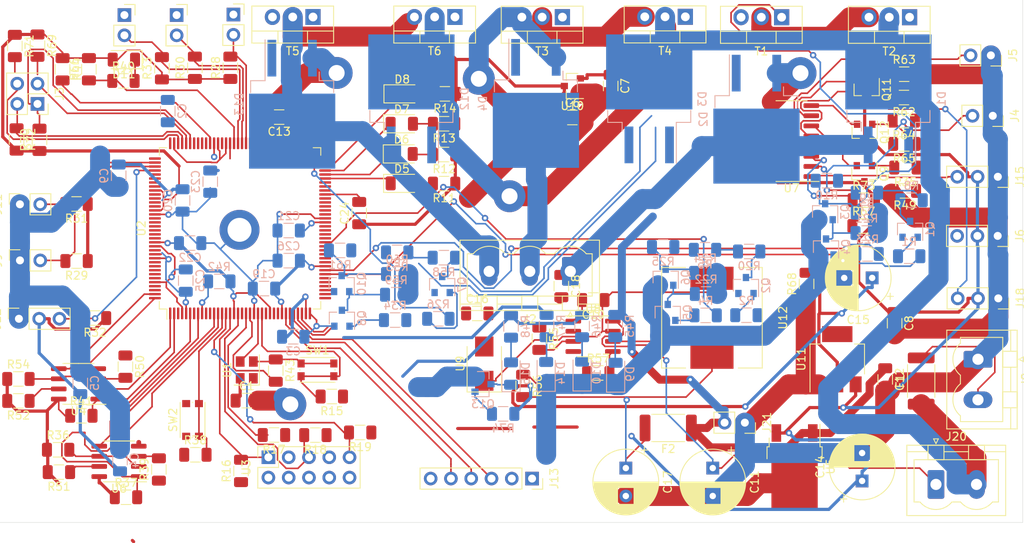
<source format=kicad_pcb>
(kicad_pcb (version 20171130) (host pcbnew "(5.1.5)-3")
  (layers (0 F.Cu signal) (31 B.Cu signal) (34 B.Paste user hide) (35 F.Paste user hide) (36 B.SilkS user hide) (37 F.SilkS user hide) (38 B.Mask user hide) (39 F.Mask user hide) (44 Edge.Cuts user hide))
  (net 0 "")
  (net 1 +5V)
  (net 2 +3V3)
  (net 3 GND)
  (net 4 +36V)
  (net 5 /DriveAndSens/B_out)
  (net 6 /DriveAndSens/A_out)
  (net 7 "Net-(D5-Pad2)")
  (net 8 "Net-(D6-Pad2)")
  (net 9 "Net-(D7-Pad2)")
  (net 10 "Net-(D8-Pad2)")
  (net 11 /DriveAndSens/C_out)
  (net 12 "Net-(F1-Pad2)")
  (net 13 /control/n_b)
  (net 14 /control/A4)
  (net 15 /control/A3)
  (net 16 /control/A2)
  (net 17 /control/A1)
  (net 18 /control/brk_1)
  (net 19 /control/n_h)
  (net 20 /control/brk_2)
  (net 21 /control/step)
  (net 22 /control/hal_A)
  (net 23 /control/hal_B)
  (net 24 /control/hal_C)
  (net 25 /control/n_t)
  (net 26 /control/speed)
  (net 27 /control/temp)
  (net 28 "Net-(Q1-Pad3)")
  (net 29 "Net-(Q1-Pad1)")
  (net 30 "Net-(Q3-Pad1)")
  (net 31 "Net-(Q3-Pad3)")
  (net 32 "Net-(Q4-Pad1)")
  (net 33 "Net-(Q6-Pad3)")
  (net 34 "Net-(Q7-Pad3)")
  (net 35 "Net-(Q7-Pad1)")
  (net 36 "Net-(Q9-Pad1)")
  (net 37 /DriveAndSens/B_p)
  (net 38 /DriveAndSens/B_n)
  (net 39 /DriveAndSens/A_p)
  (net 40 "Net-(R7-Pad2)")
  (net 41 /control/nRES)
  (net 42 /control/TCK)
  (net 43 /control/TDO)
  (net 44 /control/TMS)
  (net 45 /control/TDI)
  (net 46 /DriveAndSens/C_p)
  (net 47 /DriveAndSens/C_n)
  (net 48 /DriveAndSens/A_n)
  (net 49 /control/CLKIN)
  (net 50 /control/adc_clk)
  (net 51 /control/adc_dout)
  (net 52 /control/adc_din)
  (net 53 /control/~adc_cs)
  (net 54 +2V5)
  (net 55 +1V2)
  (net 56 /control/D_break)
  (net 57 /control/D_tmp)
  (net 58 /control/D_diag)
  (net 59 "Net-(D9-Pad2)")
  (net 60 "Net-(D10-Pad2)")
  (net 61 "Net-(D14-Pad2)")
  (net 62 "Net-(D15-Pad2)")
  (net 63 /control/ASDO)
  (net 64 /control/SCK)
  (net 65 /control/nCONFIG)
  (net 66 /control/DATA0)
  (net 67 /control/CONF_DONE)
  (net 68 /control/nSTATUS)
  (net 69 /control/nCE)
  (net 70 /control/INIT_DONE)
  (net 71 /control/SCK_1)
  (net 72 /control/SO_1)
  (net 73 /control/SI_1)
  (net 74 /control/nCE_1)
  (net 75 /control/D_hal)
  (net 76 /control/nCEO)
  (net 77 "Net-(C10-Pad2)")
  (net 78 "Net-(C17-Pad1)")
  (net 79 "Net-(R39-Pad2)")
  (net 80 "Net-(R50-Pad2)")
  (net 81 "Net-(R51-Pad1)")
  (net 82 "Net-(R52-Pad1)")
  (net 83 "Net-(R55-Pad2)")
  (net 84 "Net-(R56-Pad1)")
  (net 85 "Net-(C10-Pad1)")
  (net 86 "Net-(D11-Pad1)")
  (net 87 "Net-(Q2-Pad3)")
  (net 88 "Net-(Q2-Pad1)")
  (net 89 "Net-(Q5-Pad3)")
  (net 90 "Net-(Q5-Pad1)")
  (net 91 "Net-(Q10-Pad1)")
  (net 92 "Net-(Q8-Pad1)")
  (net 93 /DriveAndSens/adc_A)
  (net 94 "Net-(Q10-Pad3)")
  (net 95 /DriveAndSens/adc_B)
  (net 96 "Net-(Q11-Pad1)")
  (net 97 /DriveAndSens/adc_C)
  (net 98 "Net-(Q12-Pad1)")
  (net 99 "Net-(R20-Pad1)")
  (net 100 "Net-(R53-Pad2)")
  (net 101 "Net-(C11-Pad1)")
  (net 102 "Net-(D15-Pad1)")
  (net 103 /control/temp_tran)
  (net 104 /control/spare_1)
  (net 105 /control/spare_2)
  (net 106 "Net-(Q13-Pad1)")
  (module Resistor_SMD:R_1206_3216Metric (layer F.Cu) (at 128.143 81.9815 90)
    (fp_text reference R30 (at 0 -1.82 90) (layer F.SilkS))
    (fp_text value 10k)
    (pad 1 smd roundrect (at -1.4 0 90) (size 1.25 1.75) (layers F.Cu F.Paste F.Mask) (roundrect_rratio 0.2) (net 2 +3V3))
    (pad 2 smd roundrect (at 1.4 0 90) (size 1.25 1.75) (layers F.Cu F.Paste F.Mask) (roundrect_rratio 0.2) (net 19 /control/n_h))
  )
  (module Connector_PinSocket_2.54mm:PinSocket_1x02_P2.54mm_Vertical (layer F.Cu) (at 119.3165 75.3745)
    (fp_text reference J14 (at 0 -2.77) (layer F.SilkS))
    (fp_text value no_temp)
    (pad 1 thru_hole rect (at 0 0) (size 1.7 1.7) (drill 1) (layers *.Cu *.Mask) (net 3 GND))
    (pad 2 thru_hole oval (at 0 2.54) (size 1.7 1.7) (drill 1) (layers *.Cu *.Mask) (net 25 /control/n_t))
  )
  (module Resistor_SMD:R_1206_3216Metric (layer F.Cu) (at 132.588 81.9815 90)
    (fp_text reference R28 (at 0 -1.82 90) (layer F.SilkS))
    (fp_text value 10k)
    (pad 2 smd roundrect (at 1.4 0 90) (size 1.25 1.75) (layers F.Cu F.Paste F.Mask) (roundrect_rratio 0.2) (net 13 /control/n_b))
    (pad 1 smd roundrect (at -1.4 0 90) (size 1.25 1.75) (layers F.Cu F.Paste F.Mask) (roundrect_rratio 0.2) (net 2 +3V3))
  )
  (module Connector_PinSocket_2.54mm:PinSocket_1x02_P2.54mm_Vertical (layer F.Cu) (at 125.857 75.3745)
    (fp_text reference J10 (at 0 -2.77) (layer F.SilkS))
    (fp_text value no_hal)
    (pad 1 thru_hole rect (at 0 0) (size 1.7 1.7) (drill 1) (layers *.Cu *.Mask) (net 3 GND))
    (pad 2 thru_hole oval (at 0 2.54) (size 1.7 1.7) (drill 1) (layers *.Cu *.Mask) (net 19 /control/n_h))
  )
  (module Connector_PinSocket_2.54mm:PinSocket_1x02_P2.54mm_Vertical (layer F.Cu) (at 132.969 75.311)
    (fp_text reference J1 (at 0 -2.77) (layer F.SilkS))
    (fp_text value no_break)
    (pad 2 thru_hole oval (at 0 2.54) (size 1.7 1.7) (drill 1) (layers *.Cu *.Mask) (net 13 /control/n_b))
    (pad 1 thru_hole rect (at 0 0) (size 1.7 1.7) (drill 1) (layers *.Cu *.Mask) (net 3 GND))
  )
  (module Resistor_SMD:R_1206_3216Metric (layer F.Cu) (at 124.0155 82.045 90)
    (fp_text reference R33 (at 0 -1.82 90) (layer F.SilkS))
    (fp_text value 10k)
    (pad 2 smd roundrect (at 1.4 0 90) (size 1.25 1.75) (layers F.Cu F.Paste F.Mask) (roundrect_rratio 0.2) (net 25 /control/n_t))
    (pad 1 smd roundrect (at -1.4 0 90) (size 1.25 1.75) (layers F.Cu F.Paste F.Mask) (roundrect_rratio 0.2) (net 2 +3V3))
  )
  (module Button_Switch_SMD:SW_Push_1P1T_NO_CK_KMR2 (layer F.Cu) (at 143.492 119.85)
    (fp_text reference SW1 (at 0 -2.45) (layer F.SilkS))
    (fp_text value SW_Push)
    (pad 1 smd rect (at -2.05 -0.8) (size 0.9 1) (layers F.Cu F.Paste F.Mask) (net 3 GND))
    (pad 2 smd rect (at -2.05 0.8) (size 0.9 1) (layers F.Cu F.Paste F.Mask) (net 41 /control/nRES))
    (pad 1 smd rect (at 2.05 -0.8) (size 0.9 1) (layers F.Cu F.Paste F.Mask) (net 3 GND))
    (pad 2 smd rect (at 2.05 0.8) (size 0.9 1) (layers F.Cu F.Paste F.Mask) (net 41 /control/nRES))
  )
  (module Connector_PinSocket_2.54mm:PinSocket_1x06_P2.54mm_Vertical (layer F.Cu) (at 170.3705 133.477 270)
    (fp_text reference J13 (at 0 -2.77 90) (layer F.SilkS))
    (fp_text value hal)
    (pad 1 thru_hole rect (at 0 0 270) (size 1.7 1.7) (drill 1) (layers *.Cu *.Mask) (net 3 GND))
    (pad 2 thru_hole oval (at 0 2.54 270) (size 1.7 1.7) (drill 1) (layers *.Cu *.Mask))
    (pad 3 thru_hole oval (at 0 5.08 270) (size 1.7 1.7) (drill 1) (layers *.Cu *.Mask) (net 24 /control/hal_C))
    (pad 4 thru_hole oval (at 0 7.62 270) (size 1.7 1.7) (drill 1) (layers *.Cu *.Mask) (net 23 /control/hal_B))
    (pad 5 thru_hole oval (at 0 10.16 270) (size 1.7 1.7) (drill 1) (layers *.Cu *.Mask) (net 22 /control/hal_A))
    (pad 6 thru_hole oval (at 0 12.7 270) (size 1.7 1.7) (drill 1) (layers *.Cu *.Mask) (net 2 +3V3))
  )
  (module Capacitor_THT:CP_Radial_D8.0mm_P3.50mm (layer F.Cu) (at 211.704 133.774 90)
    (fp_text reference C14 (at 1.75 -5.25 90) (layer F.SilkS))
    (fp_text value 10u)
    (pad 2 thru_hole circle (at 3.5 0 90) (size 1.6 1.6) (drill 0.8) (layers *.Cu *.Mask) (net 3 GND))
    (pad 1 thru_hole rect (at 0 0 90) (size 1.6 1.6) (drill 0.8) (layers *.Cu *.Mask) (net 2 +3V3))
  )
  (module Package_TO_SOT_THT:TO-220-3_Vertical (layer F.Cu) (at 160.713 75.6133 180)
    (fp_text reference T6 (at 2.54 -4.27) (layer F.SilkS))
    (fp_text value IRF4905)
    (pad 3 thru_hole oval (at 5.08 0 180) (size 1.905 2) (drill 1.1) (layers *.Cu *.Mask) (net 11 /DriveAndSens/C_out))
    (pad 2 thru_hole oval (at 2.54 0 180) (size 1.905 2) (drill 1.1) (layers *.Cu *.Mask) (net 4 +36V))
    (pad 1 thru_hole rect (at 0 0 180) (size 1.905 2) (drill 1.1) (layers *.Cu *.Mask) (net 100 "Net-(R53-Pad2)"))
  )
  (module Package_TO_SOT_THT:TO-220-3_Vertical (layer F.Cu) (at 142.936 75.6183 180)
    (fp_text reference T5 (at 2.54 -4.27) (layer F.SilkS))
    (fp_text value CDZ44-CDI)
    (pad 3 thru_hole oval (at 5.08 0 180) (size 1.905 2) (drill 1.1) (layers *.Cu *.Mask) (net 3 GND))
    (pad 2 thru_hole oval (at 2.54 0 180) (size 1.905 2) (drill 1.1) (layers *.Cu *.Mask) (net 11 /DriveAndSens/C_out))
    (pad 1 thru_hole rect (at 0 0 180) (size 1.905 2) (drill 1.1) (layers *.Cu *.Mask) (net 94 "Net-(Q10-Pad3)"))
  )
  (module Package_TO_SOT_THT:TO-220-3_Vertical (layer F.Cu) (at 189.568 75.5929 180)
    (fp_text reference T4 (at 2.54 -4.27) (layer F.SilkS))
    (fp_text value IRF4905)
    (pad 3 thru_hole oval (at 5.08 0 180) (size 1.905 2) (drill 1.1) (layers *.Cu *.Mask) (net 5 /DriveAndSens/B_out))
    (pad 2 thru_hole oval (at 2.54 0 180) (size 1.905 2) (drill 1.1) (layers *.Cu *.Mask) (net 4 +36V))
    (pad 1 thru_hole rect (at 0 0 180) (size 1.905 2) (drill 1.1) (layers *.Cu *.Mask) (net 99 "Net-(R20-Pad1)"))
  )
  (module Package_TO_SOT_THT:TO-220-3_Vertical (layer F.Cu) (at 174.173 75.6336 180)
    (fp_text reference T3 (at 2.54 -4.27) (layer F.SilkS))
    (fp_text value CDZ44-CDI)
    (pad 3 thru_hole oval (at 5.08 0 180) (size 1.905 2) (drill 1.1) (layers *.Cu *.Mask) (net 3 GND))
    (pad 2 thru_hole oval (at 2.54 0 180) (size 1.905 2) (drill 1.1) (layers *.Cu *.Mask) (net 5 /DriveAndSens/B_out))
    (pad 1 thru_hole rect (at 0 0 180) (size 1.905 2) (drill 1.1) (layers *.Cu *.Mask) (net 33 "Net-(Q6-Pad3)"))
  )
  (module Package_TO_SOT_THT:TO-220-3_Vertical (layer F.Cu) (at 217.648 75.6463 180)
    (fp_text reference T2 (at 2.54 -4.27) (layer F.SilkS))
    (fp_text value IRF4905)
    (pad 3 thru_hole oval (at 5.08 0 180) (size 1.905 2) (drill 1.1) (layers *.Cu *.Mask) (net 6 /DriveAndSens/A_out))
    (pad 2 thru_hole oval (at 2.54 0 180) (size 1.905 2) (drill 1.1) (layers *.Cu *.Mask) (net 4 +36V))
    (pad 1 thru_hole rect (at 0 0 180) (size 1.905 2) (drill 1.1) (layers *.Cu *.Mask) (net 40 "Net-(R7-Pad2)"))
  )
  (module Package_TO_SOT_THT:TO-220-3_Vertical (layer F.Cu) (at 201.625 75.6463 180)
    (fp_text reference T1 (at 2.54 -4.27) (layer F.SilkS))
    (fp_text value CDZ44-CDI)
    (pad 3 thru_hole oval (at 5.08 0 180) (size 1.905 2) (drill 1.1) (layers *.Cu *.Mask) (net 3 GND))
    (pad 2 thru_hole oval (at 2.54 0 180) (size 1.905 2) (drill 1.1) (layers *.Cu *.Mask) (net 6 /DriveAndSens/A_out))
    (pad 1 thru_hole rect (at 0 0 180) (size 1.905 2) (drill 1.1) (layers *.Cu *.Mask) (net 31 "Net-(Q3-Pad3)"))
  )
  (module Resistor_SMD:R_1206_3216Metric (layer B.Cu) (at 166.75 125.364)
    (fp_text reference R74 (at 0 1.82) (layer B.SilkS) (effects (justify mirror)))
    (fp_text value 50k)
    (pad 2 smd roundrect (at 1.4 0) (size 1.25 1.75) (layers B.Cu B.Paste B.Mask) (roundrect_rratio 0.2) (net 55 +1V2))
    (pad 1 smd roundrect (at -1.4 0) (size 1.25 1.75) (layers B.Cu B.Paste B.Mask) (roundrect_rratio 0.2) (net 106 "Net-(Q13-Pad1)"))
  )
  (module Resistor_SMD:R_1206_3216Metric (layer F.Cu) (at 211.921 98.577)
    (fp_text reference R73 (at 0 -1.82) (layer F.SilkS))
    (fp_text value 4.7k)
    (pad 2 smd roundrect (at 1.4 0) (size 1.25 1.75) (layers F.Cu F.Paste F.Mask) (roundrect_rratio 0.2) (net 2 +3V3))
    (pad 1 smd roundrect (at -1.4 0) (size 1.25 1.75) (layers F.Cu F.Paste F.Mask) (roundrect_rratio 0.2) (net 103 /control/temp_tran))
  )
  (module Resistor_SMD:R_1206_3216Metric (layer F.Cu) (at 105.812 90.968 270)
    (fp_text reference R72 (at 0 -1.82 90) (layer F.SilkS))
    (fp_text value 10k)
    (pad 2 smd roundrect (at 1.4 0 270) (size 1.25 1.75) (layers F.Cu F.Paste F.Mask) (roundrect_rratio 0.2) (net 2 +3V3))
    (pad 1 smd roundrect (at -1.4 0 270) (size 1.25 1.75) (layers F.Cu F.Paste F.Mask) (roundrect_rratio 0.2) (net 15 /control/A3))
  )
  (module Resistor_SMD:R_1206_3216Metric (layer F.Cu) (at 105.596 79.2501 270)
    (fp_text reference R71 (at 0 -1.82 90) (layer F.SilkS))
    (fp_text value 10k)
    (pad 2 smd roundrect (at 1.4 0 270) (size 1.25 1.75) (layers F.Cu F.Paste F.Mask) (roundrect_rratio 0.2) (net 14 /control/A4))
    (pad 1 smd roundrect (at -1.4 0 270) (size 1.25 1.75) (layers F.Cu F.Paste F.Mask) (roundrect_rratio 0.2) (net 2 +3V3))
  )
  (module Resistor_SMD:R_1206_3216Metric (layer F.Cu) (at 108.682 91.0112 90)
    (fp_text reference R70 (at 0 -1.82 90) (layer F.SilkS))
    (fp_text value 10k)
    (pad 2 smd roundrect (at 1.4 0 90) (size 1.25 1.75) (layers F.Cu F.Paste F.Mask) (roundrect_rratio 0.2) (net 17 /control/A1))
    (pad 1 smd roundrect (at -1.4 0 90) (size 1.25 1.75) (layers F.Cu F.Paste F.Mask) (roundrect_rratio 0.2) (net 2 +3V3))
  )
  (module Resistor_SMD:R_1206_3216Metric (layer F.Cu) (at 108.43 79.2074 270)
    (fp_text reference R69 (at 0 -1.82 90) (layer F.SilkS))
    (fp_text value 10k)
    (pad 2 smd roundrect (at 1.4 0 270) (size 1.25 1.75) (layers F.Cu F.Paste F.Mask) (roundrect_rratio 0.2) (net 16 /control/A2))
    (pad 1 smd roundrect (at -1.4 0 270) (size 1.25 1.75) (layers F.Cu F.Paste F.Mask) (roundrect_rratio 0.2) (net 2 +3V3))
  )
  (module Package_TO_SOT_SMD:SOT-23 (layer B.Cu) (at 164.225 121.638)
    (fp_text reference Q13 (at 0 2.5) (layer B.SilkS) (effects (justify mirror)))
    (fp_text value BC817)
    (pad 3 smd rect (at 1 0) (size 0.9 0.8) (layers B.Cu B.Paste B.Mask) (net 102 "Net-(D15-Pad1)"))
    (pad 2 smd rect (at -1 -0.95) (size 0.9 0.8) (layers B.Cu B.Paste B.Mask) (net 3 GND))
    (pad 1 smd rect (at -1 0.95) (size 0.9 0.8) (layers B.Cu B.Paste B.Mask) (net 106 "Net-(Q13-Pad1)"))
  )
  (module Connector_PinSocket_2.54mm:PinSocket_1x03_P2.54mm_Vertical (layer F.Cu) (at 228.686 103.055 270)
    (fp_text reference J6 (at 0 -2.77 90) (layer F.SilkS))
    (fp_text value adc_red1)
    (pad 3 thru_hole oval (at 0 5.08 270) (size 1.7 1.7) (drill 1) (layers *.Cu *.Mask) (net 104 /control/spare_1))
    (pad 2 thru_hole oval (at 0 2.54 270) (size 1.7 1.7) (drill 1) (layers *.Cu *.Mask) (net 2 +3V3))
    (pad 1 thru_hole rect (at 0 0 270) (size 1.7 1.7) (drill 1) (layers *.Cu *.Mask) (net 3 GND))
  )
  (module Connector_PinSocket_2.54mm:PinSocket_1x02_P2.54mm_Vertical (layer F.Cu) (at 227.83 80.4266 270)
    (fp_text reference J5 (at 0 -2.77 90) (layer F.SilkS))
    (fp_text value motor_tmp)
    (pad 2 thru_hole oval (at 0 2.54 270) (size 1.7 1.7) (drill 1) (layers *.Cu *.Mask) (net 103 /control/temp_tran))
    (pad 1 thru_hole rect (at 0 0 270) (size 1.7 1.7) (drill 1) (layers *.Cu *.Mask) (net 3 GND))
  )
  (module Resistor_SMD:R_1206_3216Metric (layer F.Cu) (at 204.749 109.076 90)
    (fp_text reference R68 (at 0 -1.82 90) (layer F.SilkS))
    (fp_text value 120)
    (pad 2 smd roundrect (at 1.4 0 90) (size 1.25 1.75) (layers F.Cu F.Paste F.Mask) (roundrect_rratio 0.2) (net 55 +1V2))
    (pad 1 smd roundrect (at -1.4 0 90) (size 1.25 1.75) (layers F.Cu F.Paste F.Mask) (roundrect_rratio 0.2) (net 3 GND))
  )
  (module Resistor_SMD:R_1206_3216Metric (layer F.Cu) (at 211.89 101.816)
    (fp_text reference R67 (at 0 -1.82) (layer F.SilkS))
    (fp_text value 4.7k)
    (pad 2 smd roundrect (at 1.4 0) (size 1.25 1.75) (layers F.Cu F.Paste F.Mask) (roundrect_rratio 0.2) (net 2 +3V3))
    (pad 1 smd roundrect (at -1.4 0) (size 1.25 1.75) (layers F.Cu F.Paste F.Mask) (roundrect_rratio 0.2) (net 27 /control/temp))
  )
  (module Resistor_SMD:R_1206_3216Metric (layer F.Cu) (at 114.8715 82.166 90)
    (fp_text reference R66 (at 0 -1.82 90) (layer F.SilkS))
    (fp_text value 4.7k)
    (pad 2 smd roundrect (at 1.4 0 90) (size 1.25 1.75) (layers F.Cu F.Paste F.Mask) (roundrect_rratio 0.2) (net 2 +3V3))
    (pad 1 smd roundrect (at -1.4 0 90) (size 1.25 1.75) (layers F.Cu F.Paste F.Mask) (roundrect_rratio 0.2) (net 67 /control/CONF_DONE))
  )
  (module Resistor_SMD:R_1206_3216Metric (layer F.Cu) (at 216.995 91.526 180)
    (fp_text reference R65 (at 0 -1.82) (layer F.SilkS))
    (fp_text value 5k)
    (pad 2 smd roundrect (at 1.4 0 180) (size 1.25 1.75) (layers F.Cu F.Paste F.Mask) (roundrect_rratio 0.2) (net 3 GND))
    (pad 1 smd roundrect (at -1.4 0 180) (size 1.25 1.75) (layers F.Cu F.Paste F.Mask) (roundrect_rratio 0.2) (net 98 "Net-(Q12-Pad1)"))
  )
  (module Resistor_SMD:R_1206_3216Metric (layer F.Cu) (at 216.926 88.605 180)
    (fp_text reference R64 (at 0 -1.82) (layer F.SilkS))
    (fp_text value 90k)
    (pad 2 smd roundrect (at 1.4 0 180) (size 1.25 1.75) (layers F.Cu F.Paste F.Mask) (roundrect_rratio 0.2) (net 98 "Net-(Q12-Pad1)"))
    (pad 1 smd roundrect (at -1.4 0 180) (size 1.25 1.75) (layers F.Cu F.Paste F.Mask) (roundrect_rratio 0.2) (net 11 /DriveAndSens/C_out))
  )
  (module Resistor_SMD:R_1206_3216Metric (layer F.Cu) (at 216.972 82.789)
    (fp_text reference R63 (at 0 -1.82) (layer F.SilkS))
    (fp_text value 5k)
    (pad 2 smd roundrect (at 1.4 0) (size 1.25 1.75) (layers F.Cu F.Paste F.Mask) (roundrect_rratio 0.2) (net 3 GND))
    (pad 1 smd roundrect (at -1.4 0) (size 1.25 1.75) (layers F.Cu F.Paste F.Mask) (roundrect_rratio 0.2) (net 96 "Net-(Q11-Pad1)"))
  )
  (module Resistor_SMD:R_1206_3216Metric (layer F.Cu) (at 216.947 85.71 180)
    (fp_text reference R62 (at 0 -1.82) (layer F.SilkS))
    (fp_text value 90k)
    (pad 2 smd roundrect (at 1.4 0 180) (size 1.25 1.75) (layers F.Cu F.Paste F.Mask) (roundrect_rratio 0.2) (net 96 "Net-(Q11-Pad1)"))
    (pad 1 smd roundrect (at -1.4 0 180) (size 1.25 1.75) (layers F.Cu F.Paste F.Mask) (roundrect_rratio 0.2) (net 5 /DriveAndSens/B_out))
  )
  (module Resistor_SMD:R_1206_3216Metric (layer B.Cu) (at 146.328 104.875)
    (fp_text reference R61 (at 0 1.82) (layer B.SilkS) (effects (justify mirror)))
    (fp_text value 2k)
    (pad 2 smd roundrect (at 1.4 0) (size 1.25 1.75) (layers B.Cu B.Paste B.Mask) (roundrect_rratio 0.2) (net 3 GND))
    (pad 1 smd roundrect (at -1.4 0) (size 1.25 1.75) (layers B.Cu B.Paste B.Mask) (roundrect_rratio 0.2) (net 94 "Net-(Q10-Pad3)"))
  )
  (module Resistor_SMD:R_1206_3216Metric (layer B.Cu) (at 153.478 107.832 180)
    (fp_text reference R60 (at 0 1.82) (layer B.SilkS) (effects (justify mirror)))
    (fp_text value 5k)
    (pad 2 smd roundrect (at 1.4 0 180) (size 1.25 1.75) (layers B.Cu B.Paste B.Mask) (roundrect_rratio 0.2) (net 94 "Net-(Q10-Pad3)"))
    (pad 1 smd roundrect (at -1.4 0 180) (size 1.25 1.75) (layers B.Cu B.Paste B.Mask) (roundrect_rratio 0.2) (net 4 +36V))
  )
  (module Resistor_SMD:R_1206_3216Metric (layer B.Cu) (at 153.355 110.43 180)
    (fp_text reference R59 (at 0 1.82) (layer B.SilkS) (effects (justify mirror)))
    (fp_text value 20k)
    (pad 2 smd roundrect (at 1.4 0 180) (size 1.25 1.75) (layers B.Cu B.Paste B.Mask) (roundrect_rratio 0.2) (net 91 "Net-(Q10-Pad1)"))
    (pad 1 smd roundrect (at -1.4 0 180) (size 1.25 1.75) (layers B.Cu B.Paste B.Mask) (roundrect_rratio 0.2) (net 4 +36V))
  )
  (module Resistor_SMD:R_1206_3216Metric (layer B.Cu) (at 159.324 105.787)
    (fp_text reference R58 (at 0 1.82) (layer B.SilkS) (effects (justify mirror)))
    (fp_text value 2.4k)
    (pad 2 smd roundrect (at 1.4 0) (size 1.25 1.75) (layers B.Cu B.Paste B.Mask) (roundrect_rratio 0.2) (net 34 "Net-(Q7-Pad3)"))
    (pad 1 smd roundrect (at -1.4 0) (size 1.25 1.75) (layers B.Cu B.Paste B.Mask) (roundrect_rratio 0.2) (net 100 "Net-(R53-Pad2)"))
  )
  (module Resistor_SMD:R_1206_3216Metric (layer B.Cu) (at 153.478 105.124)
    (fp_text reference R53 (at 0 1.82) (layer B.SilkS) (effects (justify mirror)))
    (fp_text value 1k)
    (pad 2 smd roundrect (at 1.4 0) (size 1.25 1.75) (layers B.Cu B.Paste B.Mask) (roundrect_rratio 0.2) (net 100 "Net-(R53-Pad2)"))
    (pad 1 smd roundrect (at -1.4 0) (size 1.25 1.75) (layers B.Cu B.Paste B.Mask) (roundrect_rratio 0.2) (net 4 +36V))
  )
  (module Resistor_SMD:R_1206_3216Metric (layer F.Cu) (at 217.064 97.414 180)
    (fp_text reference R49 (at 0 -1.82) (layer F.SilkS))
    (fp_text value 5k)
    (pad 2 smd roundrect (at 1.4 0 180) (size 1.25 1.75) (layers F.Cu F.Paste F.Mask) (roundrect_rratio 0.2) (net 3 GND))
    (pad 1 smd roundrect (at -1.4 0 180) (size 1.25 1.75) (layers F.Cu F.Paste F.Mask) (roundrect_rratio 0.2) (net 36 "Net-(Q9-Pad1)"))
  )
  (module Resistor_SMD:R_1206_3216Metric (layer F.Cu) (at 217.132 94.493 180)
    (fp_text reference R35 (at 0 -1.82) (layer F.SilkS))
    (fp_text value 90k)
    (pad 2 smd roundrect (at 1.4 0 180) (size 1.25 1.75) (layers F.Cu F.Paste F.Mask) (roundrect_rratio 0.2) (net 36 "Net-(Q9-Pad1)"))
    (pad 1 smd roundrect (at -1.4 0 180) (size 1.25 1.75) (layers F.Cu F.Paste F.Mask) (roundrect_rratio 0.2) (net 6 /DriveAndSens/A_out))
  )
  (module Resistor_SMD:R_1206_3216Metric (layer B.Cu) (at 153.22 113.61 180)
    (fp_text reference R34 (at 0 1.82) (layer B.SilkS) (effects (justify mirror)))
    (fp_text value 50k)
    (pad 2 smd roundrect (at 1.4 0 180) (size 1.25 1.75) (layers B.Cu B.Paste B.Mask) (roundrect_rratio 0.2) (net 92 "Net-(Q8-Pad1)"))
    (pad 1 smd roundrect (at -1.4 0 180) (size 1.25 1.75) (layers B.Cu B.Paste B.Mask) (roundrect_rratio 0.2) (net 47 /DriveAndSens/C_n))
  )
  (module Resistor_SMD:R_1206_3216Metric (layer B.Cu) (at 158.63 113.45 180)
    (fp_text reference R26 (at 0 1.82) (layer B.SilkS) (effects (justify mirror)))
    (fp_text value 50k)
    (pad 2 smd roundrect (at 1.4 0 180) (size 1.25 1.75) (layers B.Cu B.Paste B.Mask) (roundrect_rratio 0.2) (net 35 "Net-(Q7-Pad1)"))
    (pad 1 smd roundrect (at -1.4 0 180) (size 1.25 1.75) (layers B.Cu B.Paste B.Mask) (roundrect_rratio 0.2) (net 46 /DriveAndSens/C_p))
  )
  (module Resistor_SMD:R_1206_3216Metric (layer B.Cu) (at 186.788 104.441)
    (fp_text reference R25 (at 0 1.82) (layer B.SilkS) (effects (justify mirror)))
    (fp_text value 2k)
    (pad 2 smd roundrect (at 1.4 0) (size 1.25 1.75) (layers B.Cu B.Paste B.Mask) (roundrect_rratio 0.2) (net 3 GND))
    (pad 1 smd roundrect (at -1.4 0) (size 1.25 1.75) (layers B.Cu B.Paste B.Mask) (roundrect_rratio 0.2) (net 33 "Net-(Q6-Pad3)"))
  )
  (module Resistor_SMD:R_1206_3216Metric (layer B.Cu) (at 192.074 107.692 180)
    (fp_text reference R24 (at 0 1.82) (layer B.SilkS) (effects (justify mirror)))
    (fp_text value 5k)
    (pad 2 smd roundrect (at 1.4 0 180) (size 1.25 1.75) (layers B.Cu B.Paste B.Mask) (roundrect_rratio 0.2) (net 33 "Net-(Q6-Pad3)"))
    (pad 1 smd roundrect (at -1.4 0 180) (size 1.25 1.75) (layers B.Cu B.Paste B.Mask) (roundrect_rratio 0.2) (net 4 +36V))
  )
  (module Resistor_SMD:R_1206_3216Metric (layer B.Cu) (at 192.156 110.339 180)
    (fp_text reference R22 (at 0 1.82) (layer B.SilkS) (effects (justify mirror)))
    (fp_text value 20k)
    (pad 2 smd roundrect (at 1.4 0 180) (size 1.25 1.75) (layers B.Cu B.Paste B.Mask) (roundrect_rratio 0.2) (net 89 "Net-(Q5-Pad3)"))
    (pad 1 smd roundrect (at -1.4 0 180) (size 1.25 1.75) (layers B.Cu B.Paste B.Mask) (roundrect_rratio 0.2) (net 4 +36V))
  )
  (module Resistor_SMD:R_1206_3216Metric (layer B.Cu) (at 212.28 102.699 180)
    (fp_text reference R21 (at 0 1.82) (layer B.SilkS) (effects (justify mirror)))
    (fp_text value 20k)
    (pad 2 smd roundrect (at 1.4 0 180) (size 1.25 1.75) (layers B.Cu B.Paste B.Mask) (roundrect_rratio 0.2) (net 30 "Net-(Q3-Pad1)"))
    (pad 1 smd roundrect (at -1.4 0 180) (size 1.25 1.75) (layers B.Cu B.Paste B.Mask) (roundrect_rratio 0.2) (net 4 +36V))
  )
  (module Resistor_SMD:R_1206_3216Metric (layer B.Cu) (at 197.56 105.012)
    (fp_text reference R20 (at 0 1.82) (layer B.SilkS) (effects (justify mirror)))
    (fp_text value 2.4)
    (pad 2 smd roundrect (at 1.4 0) (size 1.25 1.75) (layers B.Cu B.Paste B.Mask) (roundrect_rratio 0.2) (net 87 "Net-(Q2-Pad3)"))
    (pad 1 smd roundrect (at -1.4 0) (size 1.25 1.75) (layers B.Cu B.Paste B.Mask) (roundrect_rratio 0.2) (net 99 "Net-(R20-Pad1)"))
  )
  (module Resistor_SMD:R_1206_3216Metric (layer B.Cu) (at 192.029 104.797)
    (fp_text reference R5 (at 0 1.82) (layer B.SilkS) (effects (justify mirror)))
    (fp_text value 1k)
    (pad 2 smd roundrect (at 1.4 0) (size 1.25 1.75) (layers B.Cu B.Paste B.Mask) (roundrect_rratio 0.2) (net 99 "Net-(R20-Pad1)"))
    (pad 1 smd roundrect (at -1.4 0) (size 1.25 1.75) (layers B.Cu B.Paste B.Mask) (roundrect_rratio 0.2) (net 4 +36V))
  )
  (module Resistor_SMD:R_1206_3216Metric (layer B.Cu) (at 192.107 113.016 180)
    (fp_text reference R4 (at 0 1.82) (layer B.SilkS) (effects (justify mirror)))
    (fp_text value 50k)
    (pad 2 smd roundrect (at 1.4 0 180) (size 1.25 1.75) (layers B.Cu B.Paste B.Mask) (roundrect_rratio 0.2) (net 90 "Net-(Q5-Pad1)"))
    (pad 1 smd roundrect (at -1.4 0 180) (size 1.25 1.75) (layers B.Cu B.Paste B.Mask) (roundrect_rratio 0.2) (net 38 /DriveAndSens/B_n))
  )
  (module Resistor_SMD:R_1206_3216Metric (layer B.Cu) (at 197.216 113.001 180)
    (fp_text reference R2 (at 0 1.82) (layer B.SilkS) (effects (justify mirror)))
    (fp_text value 50k)
    (pad 2 smd roundrect (at 1.4 0 180) (size 1.25 1.75) (layers B.Cu B.Paste B.Mask) (roundrect_rratio 0.2) (net 88 "Net-(Q2-Pad1)"))
    (pad 1 smd roundrect (at -1.4 0 180) (size 1.25 1.75) (layers B.Cu B.Paste B.Mask) (roundrect_rratio 0.2) (net 37 /DriveAndSens/B_p))
  )
  (module Resistor_SMD:R_1206_3216Metric (layer B.Cu) (at 217.599 105.608 180)
    (fp_text reference R1 (at 0 1.82) (layer B.SilkS) (effects (justify mirror)))
    (fp_text value 50k)
    (pad 2 smd roundrect (at 1.4 0 180) (size 1.25 1.75) (layers B.Cu B.Paste B.Mask) (roundrect_rratio 0.2) (net 29 "Net-(Q1-Pad1)"))
    (pad 1 smd roundrect (at -1.4 0 180) (size 1.25 1.75) (layers B.Cu B.Paste B.Mask) (roundrect_rratio 0.2) (net 39 /DriveAndSens/A_p))
  )
  (module Package_TO_SOT_SMD:SOT-23 (layer F.Cu) (at 212.025 90.064 270)
    (fp_text reference Q12 (at 0 -2.5 90) (layer F.SilkS))
    (fp_text value BC817)
    (pad 3 smd rect (at 1 0 270) (size 0.9 0.8) (layers F.Cu F.Paste F.Mask) (net 2 +3V3))
    (pad 2 smd rect (at -1 0.95 270) (size 0.9 0.8) (layers F.Cu F.Paste F.Mask) (net 97 /DriveAndSens/adc_C))
    (pad 1 smd rect (at -1 -0.95 270) (size 0.9 0.8) (layers F.Cu F.Paste F.Mask) (net 98 "Net-(Q12-Pad1)"))
  )
  (module Package_TO_SOT_SMD:SOT-23 (layer F.Cu) (at 212.278 84.716 270)
    (fp_text reference Q11 (at 0 -2.5 90) (layer F.SilkS))
    (fp_text value BC817)
    (pad 3 smd rect (at 1 0 270) (size 0.9 0.8) (layers F.Cu F.Paste F.Mask) (net 2 +3V3))
    (pad 2 smd rect (at -1 0.95 270) (size 0.9 0.8) (layers F.Cu F.Paste F.Mask) (net 95 /DriveAndSens/adc_B))
    (pad 1 smd rect (at -1 -0.95 270) (size 0.9 0.8) (layers F.Cu F.Paste F.Mask) (net 96 "Net-(Q11-Pad1)"))
  )
  (module Package_TO_SOT_SMD:SOT-23 (layer B.Cu) (at 146.524 109.04 90)
    (fp_text reference Q10 (at 0 2.5 90) (layer B.SilkS) (effects (justify mirror)))
    (fp_text value BC817)
    (pad 3 smd rect (at 1 0 90) (size 0.9 0.8) (layers B.Cu B.Paste B.Mask) (net 94 "Net-(Q10-Pad3)"))
    (pad 2 smd rect (at -1 -0.95 90) (size 0.9 0.8) (layers B.Cu B.Paste B.Mask) (net 3 GND))
    (pad 1 smd rect (at -1 0.95 90) (size 0.9 0.8) (layers B.Cu B.Paste B.Mask) (net 91 "Net-(Q10-Pad1)"))
  )
  (module Package_TO_SOT_SMD:SOT-23 (layer F.Cu) (at 211.992 95.25 270)
    (fp_text reference Q9 (at 0 -2.5 90) (layer F.SilkS))
    (fp_text value BC817)
    (pad 3 smd rect (at 1 0 270) (size 0.9 0.8) (layers F.Cu F.Paste F.Mask) (net 2 +3V3))
    (pad 2 smd rect (at -1 0.95 270) (size 0.9 0.8) (layers F.Cu F.Paste F.Mask) (net 93 /DriveAndSens/adc_A))
    (pad 1 smd rect (at -1 -0.95 270) (size 0.9 0.8) (layers F.Cu F.Paste F.Mask) (net 36 "Net-(Q9-Pad1)"))
  )
  (module Package_TO_SOT_SMD:SOT-23 (layer B.Cu) (at 146.557 113.376 90)
    (fp_text reference Q8 (at 0 2.5 90) (layer B.SilkS) (effects (justify mirror)))
    (fp_text value BC817)
    (pad 3 smd rect (at 1 0 90) (size 0.9 0.8) (layers B.Cu B.Paste B.Mask) (net 91 "Net-(Q10-Pad1)"))
    (pad 2 smd rect (at -1 -0.95 90) (size 0.9 0.8) (layers B.Cu B.Paste B.Mask) (net 3 GND))
    (pad 1 smd rect (at -1 0.95 90) (size 0.9 0.8) (layers B.Cu B.Paste B.Mask) (net 92 "Net-(Q8-Pad1)"))
  )
  (module Package_TO_SOT_SMD:SOT-23 (layer B.Cu) (at 159.115 109.16 90)
    (fp_text reference Q7 (at 0 2.5 90) (layer B.SilkS) (effects (justify mirror)))
    (fp_text value BC817)
    (pad 3 smd rect (at 1 0 90) (size 0.9 0.8) (layers B.Cu B.Paste B.Mask) (net 34 "Net-(Q7-Pad3)"))
    (pad 2 smd rect (at -1 -0.95 90) (size 0.9 0.8) (layers B.Cu B.Paste B.Mask) (net 3 GND))
    (pad 1 smd rect (at -1 0.95 90) (size 0.9 0.8) (layers B.Cu B.Paste B.Mask) (net 35 "Net-(Q7-Pad1)"))
  )
  (module Package_TO_SOT_SMD:SOT-23 (layer B.Cu) (at 187.106 108.244 90)
    (fp_text reference Q6 (at 0 2.5 90) (layer B.SilkS) (effects (justify mirror)))
    (fp_text value BC817)
    (pad 3 smd rect (at 1 0 90) (size 0.9 0.8) (layers B.Cu B.Paste B.Mask) (net 33 "Net-(Q6-Pad3)"))
    (pad 2 smd rect (at -1 -0.95 90) (size 0.9 0.8) (layers B.Cu B.Paste B.Mask) (net 3 GND))
    (pad 1 smd rect (at -1 0.95 90) (size 0.9 0.8) (layers B.Cu B.Paste B.Mask) (net 89 "Net-(Q5-Pad3)"))
  )
  (module Package_TO_SOT_SMD:SOT-23 (layer B.Cu) (at 187.362 112.651 90)
    (fp_text reference Q5 (at 0 2.5 90) (layer B.SilkS) (effects (justify mirror)))
    (fp_text value BC817)
    (pad 3 smd rect (at 1 0 90) (size 0.9 0.8) (layers B.Cu B.Paste B.Mask) (net 89 "Net-(Q5-Pad3)"))
    (pad 2 smd rect (at -1 -0.95 90) (size 0.9 0.8) (layers B.Cu B.Paste B.Mask) (net 3 GND))
    (pad 1 smd rect (at -1 0.95 90) (size 0.9 0.8) (layers B.Cu B.Paste B.Mask) (net 90 "Net-(Q5-Pad1)"))
  )
  (module Package_TO_SOT_SMD:SOT-23 (layer B.Cu) (at 207.185 104.44 90)
    (fp_text reference Q4 (at 0 2.5 90) (layer B.SilkS) (effects (justify mirror)))
    (fp_text value BC817)
    (pad 3 smd rect (at 1 0 90) (size 0.9 0.8) (layers B.Cu B.Paste B.Mask) (net 30 "Net-(Q3-Pad1)"))
    (pad 2 smd rect (at -1 -0.95 90) (size 0.9 0.8) (layers B.Cu B.Paste B.Mask) (net 3 GND))
    (pad 1 smd rect (at -1 0.95 90) (size 0.9 0.8) (layers B.Cu B.Paste B.Mask) (net 32 "Net-(Q4-Pad1)"))
  )
  (module Package_TO_SOT_SMD:SOT-23 (layer B.Cu) (at 197.159 109.273 90)
    (fp_text reference Q2 (at 0 2.5 90) (layer B.SilkS) (effects (justify mirror)))
    (fp_text value BC817)
    (pad 3 smd rect (at 1 0 90) (size 0.9 0.8) (layers B.Cu B.Paste B.Mask) (net 87 "Net-(Q2-Pad3)"))
    (pad 2 smd rect (at -1 -0.95 90) (size 0.9 0.8) (layers B.Cu B.Paste B.Mask) (net 3 GND))
    (pad 1 smd rect (at -1 0.95 90) (size 0.9 0.8) (layers B.Cu B.Paste B.Mask) (net 88 "Net-(Q2-Pad1)"))
  )
  (module Connector_PinSocket_2.54mm:PinSocket_1x02_P2.54mm_Vertical (layer F.Cu) (at 228.069 88.0008 270)
    (fp_text reference J4 (at 0 -2.77 90) (layer F.SilkS))
    (fp_text value motor_tmp)
    (pad 2 thru_hole oval (at 0 2.54 270) (size 1.7 1.7) (drill 1) (layers *.Cu *.Mask) (net 27 /control/temp))
    (pad 1 thru_hole rect (at 0 0 270) (size 1.7 1.7) (drill 1) (layers *.Cu *.Mask) (net 3 GND))
  )
  (module Package_TO_SOT_SMD:TO-263-2 (layer B.Cu) (at 140.325 86.5505 270)
    (fp_text reference D13 (at 0 6.65 90) (layer B.SilkS) (effects (justify mirror)))
    (fp_text value BYC10)
    (pad 2 smd rect (at 3.375 0 270) (size 9.4 10.8) (layers B.Cu B.Mask) (net 11 /DriveAndSens/C_out))
    (pad 3 smd rect (at -5.775 -2.54 270) (size 4.6 1.1) (layers B.Cu B.Paste B.Mask) (net 3 GND))
    (pad 1 smd rect (at -5.775 2.54 270) (size 4.6 1.1) (layers B.Cu B.Paste B.Mask))
  )
  (module Package_TO_SOT_SMD:TO-263-2 (layer B.Cu) (at 155.258 85.875 90)
    (fp_text reference D12 (at 0 6.65 90) (layer B.SilkS) (effects (justify mirror)))
    (fp_text value BYC10)
    (pad 2 smd rect (at 3.375 0 90) (size 9.4 10.8) (layers B.Cu B.Mask) (net 4 +36V))
    (pad 3 smd rect (at -5.775 -2.54 90) (size 4.6 1.1) (layers B.Cu B.Paste B.Mask) (net 11 /DriveAndSens/C_out))
    (pad 1 smd rect (at -5.775 2.54 90) (size 4.6 1.1) (layers B.Cu B.Paste B.Mask))
  )
  (module Package_TO_SOT_SMD:TO-263-2 (layer B.Cu) (at 170.851 86.4489 270)
    (fp_text reference D4 (at 0 6.65 90) (layer B.SilkS) (effects (justify mirror)))
    (fp_text value BYC10)
    (pad 2 smd rect (at 3.375 0 270) (size 9.4 10.8) (layers B.Cu B.Mask) (net 5 /DriveAndSens/B_out))
    (pad 3 smd rect (at -5.775 -2.54 270) (size 4.6 1.1) (layers B.Cu B.Paste B.Mask) (net 3 GND))
    (pad 1 smd rect (at -5.775 2.54 270) (size 4.6 1.1) (layers B.Cu B.Paste B.Mask))
  )
  (module Package_TO_SOT_SMD:TO-263-2 (layer B.Cu) (at 185.044 85.875 90)
    (fp_text reference D3 (at 0 6.65 90) (layer B.SilkS) (effects (justify mirror)))
    (fp_text value BYC10)
    (pad 2 smd rect (at 3.375 0 90) (size 9.4 10.8) (layers B.Cu B.Mask) (net 4 +36V))
    (pad 3 smd rect (at -5.775 -2.54 90) (size 4.6 1.1) (layers B.Cu B.Paste B.Mask) (net 5 /DriveAndSens/B_out))
    (pad 1 smd rect (at -5.775 2.54 90) (size 4.6 1.1) (layers B.Cu B.Paste B.Mask))
  )
  (module Capacitor_SMD:C_1206_3216Metric (layer F.Cu) (at 174.037 109.349 270)
    (fp_text reference C18 (at 0 -1.82 90) (layer F.SilkS))
    (fp_text value 0.22u)
    (pad 2 smd roundrect (at 1.4 0 270) (size 1.25 1.75) (layers F.Cu F.Paste F.Mask) (roundrect_rratio 0.2) (net 3 GND))
    (pad 1 smd roundrect (at -1.4 0 270) (size 1.25 1.75) (layers F.Cu F.Paste F.Mask) (roundrect_rratio 0.2) (net 101 "Net-(C11-Pad1)"))
  )
  (module Package_TO_SOT_SMD:TO-263-2 (layer B.Cu) (at 198.473 88.4276 270)
    (fp_text reference D2 (at 0 6.65 90) (layer B.SilkS) (effects (justify mirror)))
    (fp_text value BYC10)
    (pad 2 smd rect (at 3.375 0 270) (size 9.4 10.8) (layers B.Cu B.Mask) (net 6 /DriveAndSens/A_out))
    (pad 3 smd rect (at -5.775 -2.54 270) (size 4.6 1.1) (layers B.Cu B.Paste B.Mask) (net 3 GND))
    (pad 1 smd rect (at -5.775 2.54 270) (size 4.6 1.1) (layers B.Cu B.Paste B.Mask))
  )
  (module Package_TO_SOT_SMD:TO-263-2 (layer B.Cu) (at 215 85.875 90)
    (fp_text reference D1 (at 0 6.65 90) (layer B.SilkS) (effects (justify mirror)))
    (fp_text value BYC10)
    (pad 2 smd rect (at 3.375 0 90) (size 9.4 10.8) (layers B.Cu B.Mask) (net 4 +36V))
    (pad 3 smd rect (at -5.775 -2.54 90) (size 4.6 1.1) (layers B.Cu B.Paste B.Mask) (net 6 /DriveAndSens/A_out))
    (pad 1 smd rect (at -5.775 2.54 90) (size 4.6 1.1) (layers B.Cu B.Paste B.Mask))
  )
  (module Inductor_SMD:L_12x12mm_H4.5mm (layer F.Cu) (at 192.9 113.319 270)
    (fp_text reference U12 (at 0 -8.89 90) (layer F.SilkS))
    (fp_text value 68u)
    (pad 2 smd rect (at 4.95 0 270) (size 2.9 5.4) (layers F.Cu F.Paste F.Mask) (net 78 "Net-(C17-Pad1)"))
    (pad 1 smd rect (at -4.95 0 270) (size 2.9 5.4) (layers F.Cu F.Paste F.Mask) (net 85 "Net-(C10-Pad1)"))
  )
  (module Diode_SMD:D_SMB (layer F.Cu) (at 164.384 119.072 90)
    (fp_text reference U9 (at 0 -3 90) (layer F.SilkS))
    (fp_text value B350B)
    (pad 2 smd rect (at 2.15 0 90) (size 2.5 2.3) (layers F.Cu F.Paste F.Mask) (net 3 GND))
    (pad 1 smd rect (at -2.15 0 90) (size 2.5 2.3) (layers F.Cu F.Paste F.Mask) (net 85 "Net-(C10-Pad1)"))
  )
  (module Package_SO:SOIC-8_3.9x4.9mm_P1.27mm (layer F.Cu) (at 178.012 115.644)
    (fp_text reference U8 (at 0 -3.4) (layer F.SilkS))
    (fp_text value A8498)
    (pad 8 smd roundrect (at 2.475 -1.905) (size 1.95 0.6) (layers F.Cu F.Paste F.Mask) (net 101 "Net-(C11-Pad1)"))
    (pad 7 smd roundrect (at 2.475 -0.635) (size 1.95 0.6) (layers F.Cu F.Paste F.Mask) (net 85 "Net-(C10-Pad1)"))
    (pad 6 smd roundrect (at 2.475 0.635) (size 1.95 0.6) (layers F.Cu F.Paste F.Mask) (net 78 "Net-(C17-Pad1)"))
    (pad 5 smd roundrect (at 2.475 1.905) (size 1.95 0.6) (layers F.Cu F.Paste F.Mask) (net 84 "Net-(R56-Pad1)"))
    (pad 4 smd roundrect (at -2.475 1.905) (size 1.95 0.6) (layers F.Cu F.Paste F.Mask) (net 3 GND))
    (pad 3 smd roundrect (at -2.475 0.635) (size 1.95 0.6) (layers F.Cu F.Paste F.Mask) (net 83 "Net-(R55-Pad2)"))
    (pad 2 smd roundrect (at -2.475 -0.635) (size 1.95 0.6) (layers F.Cu F.Paste F.Mask) (net 3 GND))
    (pad 1 smd roundrect (at -2.475 -1.905) (size 1.95 0.6) (layers F.Cu F.Paste F.Mask) (net 77 "Net-(C10-Pad2)"))
  )
  (module Package_SO:SOIC-8_3.9x4.9mm_P1.27mm (layer F.Cu) (at 113.565 121.607 180)
    (fp_text reference U4 (at 0 -3.4) (layer F.SilkS))
    (fp_text value IS25LQ)
    (pad 8 smd roundrect (at 2.475 -1.905 180) (size 1.95 0.6) (layers F.Cu F.Paste F.Mask) (net 2 +3V3))
    (pad 7 smd roundrect (at 2.475 -0.635 180) (size 1.95 0.6) (layers F.Cu F.Paste F.Mask) (net 82 "Net-(R52-Pad1)"))
    (pad 6 smd roundrect (at 2.475 0.635 180) (size 1.95 0.6) (layers F.Cu F.Paste F.Mask) (net 71 /control/SCK_1))
    (pad 5 smd roundrect (at 2.475 1.905 180) (size 1.95 0.6) (layers F.Cu F.Paste F.Mask) (net 72 /control/SO_1))
    (pad 4 smd roundrect (at -2.475 1.905 180) (size 1.95 0.6) (layers F.Cu F.Paste F.Mask) (net 3 GND))
    (pad 3 smd roundrect (at -2.475 0.635 180) (size 1.95 0.6) (layers F.Cu F.Paste F.Mask) (net 80 "Net-(R50-Pad2)"))
    (pad 2 smd roundrect (at -2.475 -0.635 180) (size 1.95 0.6) (layers F.Cu F.Paste F.Mask) (net 73 /control/SI_1))
    (pad 1 smd roundrect (at -2.475 -1.905 180) (size 1.95 0.6) (layers F.Cu F.Paste F.Mask) (net 74 /control/nCE_1))
  )
  (module Resistor_SMD:R_1206_3216Metric (layer F.Cu) (at 178.661 120.241)
    (fp_text reference R57 (at 0 -1.82) (layer F.SilkS))
    (fp_text value 2k)
    (pad 2 smd roundrect (at 1.4 0) (size 1.25 1.75) (layers F.Cu F.Paste F.Mask) (roundrect_rratio 0.2) (net 84 "Net-(R56-Pad1)"))
    (pad 1 smd roundrect (at -1.4 0) (size 1.25 1.75) (layers F.Cu F.Paste F.Mask) (roundrect_rratio 0.2) (net 3 GND))
  )
  (module Resistor_SMD:R_1206_3216Metric (layer F.Cu) (at 169.248 121.859 270)
    (fp_text reference R56 (at 0 -1.82 90) (layer F.SilkS))
    (fp_text value 10.5k)
    (pad 2 smd roundrect (at 1.4 0 270) (size 1.25 1.75) (layers F.Cu F.Paste F.Mask) (roundrect_rratio 0.2) (net 78 "Net-(C17-Pad1)"))
    (pad 1 smd roundrect (at -1.4 0 270) (size 1.25 1.75) (layers F.Cu F.Paste F.Mask) (roundrect_rratio 0.2) (net 84 "Net-(R56-Pad1)"))
  )
  (module Resistor_SMD:R_1206_3216Metric (layer F.Cu) (at 171.287 115.949 270)
    (fp_text reference R55 (at 0 -1.82 90) (layer F.SilkS))
    (fp_text value 63.4k)
    (pad 2 smd roundrect (at 1.4 0 270) (size 1.25 1.75) (layers F.Cu F.Paste F.Mask) (roundrect_rratio 0.2) (net 83 "Net-(R55-Pad2)"))
    (pad 1 smd roundrect (at -1.4 0 270) (size 1.25 1.75) (layers F.Cu F.Paste F.Mask) (roundrect_rratio 0.2) (net 3 GND))
  )
  (module Resistor_SMD:R_1206_3216Metric (layer F.Cu) (at 106.04 120.992)
    (fp_text reference R54 (at 0 -1.82) (layer F.SilkS))
    (fp_text value 4.7k)
    (pad 2 smd roundrect (at 1.4 0) (size 1.25 1.75) (layers F.Cu F.Paste F.Mask) (roundrect_rratio 0.2) (net 71 /control/SCK_1))
    (pad 1 smd roundrect (at -1.4 0) (size 1.25 1.75) (layers F.Cu F.Paste F.Mask) (roundrect_rratio 0.2) (net 2 +3V3))
  )
  (module Resistor_SMD:R_1206_3216Metric (layer F.Cu) (at 106.04 123.742 180)
    (fp_text reference R52 (at 0 -1.82) (layer F.SilkS))
    (fp_text value 4.7k)
    (pad 2 smd roundrect (at 1.4 0 180) (size 1.25 1.75) (layers F.Cu F.Paste F.Mask) (roundrect_rratio 0.2) (net 2 +3V3))
    (pad 1 smd roundrect (at -1.4 0 180) (size 1.25 1.75) (layers F.Cu F.Paste F.Mask) (roundrect_rratio 0.2) (net 82 "Net-(R52-Pad1)"))
  )
  (module Resistor_SMD:R_1206_3216Metric (layer F.Cu) (at 111.114 132.668 180)
    (fp_text reference R51 (at 0 -1.82) (layer F.SilkS))
    (fp_text value 4.7k)
    (pad 2 smd roundrect (at 1.4 0 180) (size 1.25 1.75) (layers F.Cu F.Paste F.Mask) (roundrect_rratio 0.2) (net 2 +3V3))
    (pad 1 smd roundrect (at -1.4 0 180) (size 1.25 1.75) (layers F.Cu F.Paste F.Mask) (roundrect_rratio 0.2) (net 81 "Net-(R51-Pad1)"))
  )
  (module Resistor_SMD:R_1206_3216Metric (layer F.Cu) (at 119.4435 119.4465 270)
    (fp_text reference R50 (at 0 -1.82 90) (layer F.SilkS))
    (fp_text value 4.7k)
    (pad 2 smd roundrect (at 1.4 0 270) (size 1.25 1.75) (layers F.Cu F.Paste F.Mask) (roundrect_rratio 0.2) (net 80 "Net-(R50-Pad2)"))
    (pad 1 smd roundrect (at -1.4 0 270) (size 1.25 1.75) (layers F.Cu F.Paste F.Mask) (roundrect_rratio 0.2) (net 2 +3V3))
  )
  (module Resistor_SMD:R_1206_3216Metric (layer F.Cu) (at 113.922 125.603)
    (fp_text reference R41 (at 0 -1.82) (layer F.SilkS))
    (fp_text value 4.7k)
    (pad 2 smd roundrect (at 1.4 0) (size 1.25 1.75) (layers F.Cu F.Paste F.Mask) (roundrect_rratio 0.2) (net 74 /control/nCE_1))
    (pad 1 smd roundrect (at -1.4 0) (size 1.25 1.75) (layers F.Cu F.Paste F.Mask) (roundrect_rratio 0.2) (net 2 +3V3))
  )
  (module Resistor_SMD:R_1206_3216Metric (layer F.Cu) (at 123.6345 132.334 90)
    (fp_text reference R39 (at 0 -1.82 90) (layer F.SilkS))
    (fp_text value 4.7k)
    (pad 2 smd roundrect (at 1.4 0 90) (size 1.25 1.75) (layers F.Cu F.Paste F.Mask) (roundrect_rratio 0.2) (net 79 "Net-(R39-Pad2)"))
    (pad 1 smd roundrect (at -1.4 0 90) (size 1.25 1.75) (layers F.Cu F.Paste F.Mask) (roundrect_rratio 0.2) (net 2 +3V3))
  )
  (module Fuse:Fuse_2512_6332Metric (layer F.Cu) (at 187.42 127.137 180)
    (fp_text reference F2 (at 0 -2.62) (layer F.SilkS))
    (fp_text value 3A)
    (pad 2 smd roundrect (at 2.9 0 180) (size 1.35 3.35) (layers F.Cu F.Paste F.Mask) (roundrect_rratio 0.185185) (net 78 "Net-(C17-Pad1)"))
    (pad 1 smd roundrect (at -2.9 0 180) (size 1.35 3.35) (layers F.Cu F.Paste F.Mask) (roundrect_rratio 0.185185) (net 1 +5V))
  )
  (module Capacitor_THT:CP_Radial_D8.0mm_P3.50mm (layer F.Cu) (at 182.113 132.161 270)
    (fp_text reference C17 (at 1.75 -5.25 90) (layer F.SilkS))
    (fp_text value 220u)
    (pad 2 thru_hole circle (at 3.5 0 270) (size 1.6 1.6) (drill 0.8) (layers *.Cu *.Mask) (net 3 GND))
    (pad 1 thru_hole rect (at 0 0 270) (size 1.6 1.6) (drill 0.8) (layers *.Cu *.Mask) (net 78 "Net-(C17-Pad1)"))
  )
  (module Capacitor_THT:CP_Radial_D8.0mm_P3.50mm (layer F.Cu) (at 192.999 132.161 270)
    (fp_text reference C11 (at 1.75 -5.25 90) (layer F.SilkS))
    (fp_text value 220u)
    (pad 2 thru_hole circle (at 3.5 0 270) (size 1.6 1.6) (drill 0.8) (layers *.Cu *.Mask) (net 3 GND))
    (pad 1 thru_hole rect (at 0 0 270) (size 1.6 1.6) (drill 0.8) (layers *.Cu *.Mask) (net 101 "Net-(C11-Pad1)"))
  )
  (module Capacitor_SMD:C_1206_3216Metric (layer F.Cu) (at 178.037 111.099 180)
    (fp_text reference C10 (at 0 -1.82) (layer F.SilkS))
    (fp_text value 0.01u)
    (pad 2 smd roundrect (at 1.4 0 180) (size 1.25 1.75) (layers F.Cu F.Paste F.Mask) (roundrect_rratio 0.2) (net 77 "Net-(C10-Pad2)"))
    (pad 1 smd roundrect (at -1.4 0 180) (size 1.25 1.75) (layers F.Cu F.Paste F.Mask) (roundrect_rratio 0.2) (net 85 "Net-(C10-Pad1)"))
  )
  (module Capacitor_SMD:C_1206_3216Metric (layer B.Cu) (at 113.79 121.492 90)
    (fp_text reference C5 (at 0 1.82 90) (layer B.SilkS) (effects (justify mirror)))
    (fp_text value 0.1u)
    (pad 2 smd roundrect (at 1.4 0 90) (size 1.25 1.75) (layers B.Cu B.Paste B.Mask) (roundrect_rratio 0.2) (net 3 GND))
    (pad 1 smd roundrect (at -1.4 0 90) (size 1.25 1.75) (layers B.Cu B.Paste B.Mask) (roundrect_rratio 0.2) (net 2 +3V3))
  )
  (module Connector_Phoenix_MSTB:PhoenixContact_MSTBVA_2,5_2-G-5,08_1x02_P5.08mm_Vertical (layer F.Cu) (at 220.955 134.209)
    (fp_text reference J20 (at 2.54 -6) (layer F.SilkS))
    (fp_text value ON/OFF)
    (pad 2 thru_hole oval (at 5.08 0) (size 2.08 3.6) (drill 1.4) (layers *.Cu *.Mask) (net 4 +36V))
    (pad 1 thru_hole roundrect (at 0 0) (size 2.08 3.6) (drill 1.4) (layers *.Cu *.Mask) (roundrect_rratio 0.120192) (net 101 "Net-(C11-Pad1)"))
  )
  (module Connector_Phoenix_MSTB:PhoenixContact_MSTBVA_2,5_2-G-5,08_1x02_P5.08mm_Vertical (layer F.Cu) (at 226.217 118.521 270)
    (fp_text reference J8 (at 2.54 -6 90) (layer F.SilkS))
    (fp_text value POWER_IN)
    (pad 2 thru_hole oval (at 5.08 0 270) (size 2.08 3.6) (drill 1.4) (layers *.Cu *.Mask) (net 12 "Net-(F1-Pad2)"))
    (pad 1 thru_hole roundrect (at 0 0 270) (size 2.08 3.6) (drill 1.4) (layers *.Cu *.Mask) (roundrect_rratio 0.120192) (net 3 GND))
  )
  (module Connector_Phoenix_MSTB:PhoenixContact_MSTBVA_2,5_3-G-5,08_1x03_P5.08mm_Vertical (layer F.Cu) (at 175.16 107.5 180)
    (fp_text reference J2 (at 5.08 -6) (layer F.SilkS))
    (fp_text value motor_out)
    (pad 3 thru_hole oval (at 10.16 0 180) (size 2.08 3.6) (drill 1.4) (layers *.Cu *.Mask) (net 11 /DriveAndSens/C_out))
    (pad 2 thru_hole oval (at 5.08 0 180) (size 2.08 3.6) (drill 1.4) (layers *.Cu *.Mask) (net 5 /DriveAndSens/B_out))
    (pad 1 thru_hole roundrect (at 0 0 180) (size 2.08 3.6) (drill 1.4) (layers *.Cu *.Mask) (roundrect_rratio 0.120192) (net 6 /DriveAndSens/A_out))
  )
  (module Package_QFP:LQFP-144_20x20mm_P0.5mm (layer F.Cu) (at 133.797 102.111 90)
    (fp_text reference U2 (at 0 -12.35 90) (layer F.SilkS))
    (fp_text value EP4CE6)
    (pad 144 smd roundrect (at -8.75 -10.6625 90) (size 0.3 1.475) (layers F.Cu F.Paste F.Mask) (net 71 /control/SCK_1))
    (pad 143 smd roundrect (at -8.25 -10.6625 90) (size 0.3 1.475) (layers F.Cu F.Paste F.Mask) (net 72 /control/SO_1))
    (pad 142 smd roundrect (at -7.75 -10.6625 90) (size 0.3 1.475) (layers F.Cu F.Paste F.Mask))
    (pad 141 smd roundrect (at -7.25 -10.6625 90) (size 0.3 1.475) (layers F.Cu F.Paste F.Mask))
    (pad 140 smd roundrect (at -6.75 -10.6625 90) (size 0.3 1.475) (layers F.Cu F.Paste F.Mask) (net 3 GND))
    (pad 139 smd roundrect (at -6.25 -10.6625 90) (size 0.3 1.475) (layers F.Cu F.Paste F.Mask) (net 2 +3V3))
    (pad 138 smd roundrect (at -5.75 -10.6625 90) (size 0.3 1.475) (layers F.Cu F.Paste F.Mask))
    (pad 137 smd roundrect (at -5.25 -10.6625 90) (size 0.3 1.475) (layers F.Cu F.Paste F.Mask))
    (pad 136 smd roundrect (at -4.75 -10.6625 90) (size 0.3 1.475) (layers F.Cu F.Paste F.Mask))
    (pad 135 smd roundrect (at -4.25 -10.6625 90) (size 0.3 1.475) (layers F.Cu F.Paste F.Mask))
    (pad 134 smd roundrect (at -3.75 -10.6625 90) (size 0.3 1.475) (layers F.Cu F.Paste F.Mask) (net 55 +1V2))
    (pad 133 smd roundrect (at -3.25 -10.6625 90) (size 0.3 1.475) (layers F.Cu F.Paste F.Mask))
    (pad 132 smd roundrect (at -2.75 -10.6625 90) (size 0.3 1.475) (layers F.Cu F.Paste F.Mask))
    (pad 131 smd roundrect (at -2.25 -10.6625 90) (size 0.3 1.475) (layers F.Cu F.Paste F.Mask) (net 3 GND))
    (pad 130 smd roundrect (at -1.75 -10.6625 90) (size 0.3 1.475) (layers F.Cu F.Paste F.Mask) (net 2 +3V3))
    (pad 129 smd roundrect (at -1.25 -10.6625 90) (size 0.3 1.475) (layers F.Cu F.Paste F.Mask))
    (pad 128 smd roundrect (at -0.75 -10.6625 90) (size 0.3 1.475) (layers F.Cu F.Paste F.Mask))
    (pad 127 smd roundrect (at -0.25 -10.6625 90) (size 0.3 1.475) (layers F.Cu F.Paste F.Mask))
    (pad 126 smd roundrect (at 0.25 -10.6625 90) (size 0.3 1.475) (layers F.Cu F.Paste F.Mask))
    (pad 125 smd roundrect (at 0.75 -10.6625 90) (size 0.3 1.475) (layers F.Cu F.Paste F.Mask))
    (pad 124 smd roundrect (at 1.25 -10.6625 90) (size 0.3 1.475) (layers F.Cu F.Paste F.Mask))
    (pad 123 smd roundrect (at 1.75 -10.6625 90) (size 0.3 1.475) (layers F.Cu F.Paste F.Mask) (net 3 GND))
    (pad 122 smd roundrect (at 2.25 -10.6625 90) (size 0.3 1.475) (layers F.Cu F.Paste F.Mask) (net 2 +3V3))
    (pad 121 smd roundrect (at 2.75 -10.6625 90) (size 0.3 1.475) (layers F.Cu F.Paste F.Mask))
    (pad 120 smd roundrect (at 3.25 -10.6625 90) (size 0.3 1.475) (layers F.Cu F.Paste F.Mask))
    (pad 119 smd roundrect (at 3.75 -10.6625 90) (size 0.3 1.475) (layers F.Cu F.Paste F.Mask))
    (pad 118 smd roundrect (at 4.25 -10.6625 90) (size 0.3 1.475) (layers F.Cu F.Paste F.Mask) (net 3 GND))
    (pad 117 smd roundrect (at 4.75 -10.6625 90) (size 0.3 1.475) (layers F.Cu F.Paste F.Mask) (net 2 +3V3))
    (pad 116 smd roundrect (at 5.25 -10.6625 90) (size 0.3 1.475) (layers F.Cu F.Paste F.Mask) (net 55 +1V2))
    (pad 115 smd roundrect (at 5.75 -10.6625 90) (size 0.3 1.475) (layers F.Cu F.Paste F.Mask))
    (pad 114 smd roundrect (at 6.25 -10.6625 90) (size 0.3 1.475) (layers F.Cu F.Paste F.Mask))
    (pad 113 smd roundrect (at 6.75 -10.6625 90) (size 0.3 1.475) (layers F.Cu F.Paste F.Mask))
    (pad 112 smd roundrect (at 7.25 -10.6625 90) (size 0.3 1.475) (layers F.Cu F.Paste F.Mask) (net 21 /control/step))
    (pad 111 smd roundrect (at 7.75 -10.6625 90) (size 0.3 1.475) (layers F.Cu F.Paste F.Mask) (net 18 /control/brk_1))
    (pad 110 smd roundrect (at 8.25 -10.6625 90) (size 0.3 1.475) (layers F.Cu F.Paste F.Mask) (net 20 /control/brk_2))
    (pad 109 smd roundrect (at 8.75 -10.6625 90) (size 0.3 1.475) (layers F.Cu F.Paste F.Mask) (net 55 +1V2))
    (pad 108 smd roundrect (at 10.6625 -8.75 90) (size 1.475 0.3) (layers F.Cu F.Paste F.Mask) (net 3 GND))
    (pad 107 smd roundrect (at 10.6625 -8.25 90) (size 1.475 0.3) (layers F.Cu F.Paste F.Mask) (net 54 +2V5))
    (pad 106 smd roundrect (at 10.6625 -7.75 90) (size 1.475 0.3) (layers F.Cu F.Paste F.Mask) (net 14 /control/A4))
    (pad 105 smd roundrect (at 10.6625 -7.25 90) (size 1.475 0.3) (layers F.Cu F.Paste F.Mask) (net 15 /control/A3))
    (pad 104 smd roundrect (at 10.6625 -6.75 90) (size 1.475 0.3) (layers F.Cu F.Paste F.Mask) (net 16 /control/A2))
    (pad 103 smd roundrect (at 10.6625 -6.25 90) (size 1.475 0.3) (layers F.Cu F.Paste F.Mask) (net 17 /control/A1))
    (pad 102 smd roundrect (at 10.6625 -5.75 90) (size 1.475 0.3) (layers F.Cu F.Paste F.Mask) (net 55 +1V2))
    (pad 101 smd roundrect (at 10.6625 -5.25 90) (size 1.475 0.3) (layers F.Cu F.Paste F.Mask))
    (pad 100 smd roundrect (at 10.6625 -4.75 90) (size 1.475 0.3) (layers F.Cu F.Paste F.Mask))
    (pad 99 smd roundrect (at 10.6625 -4.25 90) (size 1.475 0.3) (layers F.Cu F.Paste F.Mask))
    (pad 98 smd roundrect (at 10.6625 -3.75 90) (size 1.475 0.3) (layers F.Cu F.Paste F.Mask) (net 70 /control/INIT_DONE))
    (pad 97 smd roundrect (at 10.6625 -3.25 90) (size 1.475 0.3) (layers F.Cu F.Paste F.Mask) (net 3 GND))
    (pad 96 smd roundrect (at 10.6625 -2.75 90) (size 1.475 0.3) (layers F.Cu F.Paste F.Mask) (net 54 +2V5))
    (pad 95 smd roundrect (at 10.6625 -2.25 90) (size 1.475 0.3) (layers F.Cu F.Paste F.Mask) (net 3 GND))
    (pad 94 smd roundrect (at 10.6625 -1.75 90) (size 1.475 0.3) (layers F.Cu F.Paste F.Mask) (net 54 +2V5))
    (pad 93 smd roundrect (at 10.6625 -1.25 90) (size 1.475 0.3) (layers F.Cu F.Paste F.Mask) (net 2 +3V3))
    (pad 92 smd roundrect (at 10.6625 -0.75 90) (size 1.475 0.3) (layers F.Cu F.Paste F.Mask) (net 67 /control/CONF_DONE))
    (pad 91 smd roundrect (at 10.6625 -0.25 90) (size 1.475 0.3) (layers F.Cu F.Paste F.Mask) (net 25 /control/n_t))
    (pad 90 smd roundrect (at 10.6625 0.25 90) (size 1.475 0.3) (layers F.Cu F.Paste F.Mask) (net 19 /control/n_h))
    (pad 89 smd roundrect (at 10.6625 0.75 90) (size 1.475 0.3) (layers F.Cu F.Paste F.Mask) (net 13 /control/n_b))
    (pad 88 smd roundrect (at 10.6625 1.25 90) (size 1.475 0.3) (layers F.Cu F.Paste F.Mask))
    (pad 87 smd roundrect (at 10.6625 1.75 90) (size 1.475 0.3) (layers F.Cu F.Paste F.Mask))
    (pad 86 smd roundrect (at 10.6625 2.25 90) (size 1.475 0.3) (layers F.Cu F.Paste F.Mask))
    (pad 85 smd roundrect (at 10.6625 2.75 90) (size 1.475 0.3) (layers F.Cu F.Paste F.Mask))
    (pad 84 smd roundrect (at 10.6625 3.25 90) (size 1.475 0.3) (layers F.Cu F.Paste F.Mask))
    (pad 83 smd roundrect (at 10.6625 3.75 90) (size 1.475 0.3) (layers F.Cu F.Paste F.Mask))
    (pad 82 smd roundrect (at 10.6625 4.25 90) (size 1.475 0.3) (layers F.Cu F.Paste F.Mask) (net 3 GND))
    (pad 81 smd roundrect (at 10.6625 4.75 90) (size 1.475 0.3) (layers F.Cu F.Paste F.Mask) (net 2 +3V3))
    (pad 80 smd roundrect (at 10.6625 5.25 90) (size 1.475 0.3) (layers F.Cu F.Paste F.Mask))
    (pad 79 smd roundrect (at 10.6625 5.75 90) (size 1.475 0.3) (layers F.Cu F.Paste F.Mask) (net 3 GND))
    (pad 78 smd roundrect (at 10.6625 6.25 90) (size 1.475 0.3) (layers F.Cu F.Paste F.Mask) (net 55 +1V2))
    (pad 77 smd roundrect (at 10.6625 6.75 90) (size 1.475 0.3) (layers F.Cu F.Paste F.Mask))
    (pad 76 smd roundrect (at 10.6625 7.25 90) (size 1.475 0.3) (layers F.Cu F.Paste F.Mask))
    (pad 75 smd roundrect (at 10.6625 7.75 90) (size 1.475 0.3) (layers F.Cu F.Paste F.Mask))
    (pad 74 smd roundrect (at 10.6625 8.25 90) (size 1.475 0.3) (layers F.Cu F.Paste F.Mask))
    (pad 73 smd roundrect (at 10.6625 8.75 90) (size 1.475 0.3) (layers F.Cu F.Paste F.Mask))
    (pad 72 smd roundrect (at 8.75 10.6625 90) (size 0.3 1.475) (layers F.Cu F.Paste F.Mask) (net 47 /DriveAndSens/C_n))
    (pad 71 smd roundrect (at 8.25 10.6625 90) (size 0.3 1.475) (layers F.Cu F.Paste F.Mask) (net 46 /DriveAndSens/C_p))
    (pad 70 smd roundrect (at 7.75 10.6625 90) (size 0.3 1.475) (layers F.Cu F.Paste F.Mask) (net 58 /control/D_diag))
    (pad 69 smd roundrect (at 7.25 10.6625 90) (size 0.3 1.475) (layers F.Cu F.Paste F.Mask) (net 57 /control/D_tmp))
    (pad 68 smd roundrect (at 6.75 10.6625 90) (size 0.3 1.475) (layers F.Cu F.Paste F.Mask) (net 56 /control/D_break))
    (pad 67 smd roundrect (at 6.25 10.6625 90) (size 0.3 1.475) (layers F.Cu F.Paste F.Mask) (net 75 /control/D_hal))
    (pad 66 smd roundrect (at 5.75 10.6625 90) (size 0.3 1.475) (layers F.Cu F.Paste F.Mask))
    (pad 65 smd roundrect (at 5.25 10.6625 90) (size 0.3 1.475) (layers F.Cu F.Paste F.Mask))
    (pad 64 smd roundrect (at 4.75 10.6625 90) (size 0.3 1.475) (layers F.Cu F.Paste F.Mask))
    (pad 63 smd roundrect (at 4.25 10.6625 90) (size 0.3 1.475) (layers F.Cu F.Paste F.Mask) (net 3 GND))
    (pad 62 smd roundrect (at 3.75 10.6625 90) (size 0.3 1.475) (layers F.Cu F.Paste F.Mask) (net 2 +3V3))
    (pad 61 smd roundrect (at 3.25 10.6625 90) (size 0.3 1.475) (layers F.Cu F.Paste F.Mask) (net 55 +1V2))
    (pad 60 smd roundrect (at 2.75 10.6625 90) (size 0.3 1.475) (layers F.Cu F.Paste F.Mask))
    (pad 59 smd roundrect (at 2.25 10.6625 90) (size 0.3 1.475) (layers F.Cu F.Paste F.Mask))
    (pad 58 smd roundrect (at 1.75 10.6625 90) (size 0.3 1.475) (layers F.Cu F.Paste F.Mask))
    (pad 57 smd roundrect (at 1.25 10.6625 90) (size 0.3 1.475) (layers F.Cu F.Paste F.Mask) (net 3 GND))
    (pad 56 smd roundrect (at 0.75 10.6625 90) (size 0.3 1.475) (layers F.Cu F.Paste F.Mask) (net 2 +3V3))
    (pad 55 smd roundrect (at 0.25 10.6625 90) (size 0.3 1.475) (layers F.Cu F.Paste F.Mask))
    (pad 54 smd roundrect (at -0.25 10.6625 90) (size 0.3 1.475) (layers F.Cu F.Paste F.Mask))
    (pad 53 smd roundrect (at -0.75 10.6625 90) (size 0.3 1.475) (layers F.Cu F.Paste F.Mask))
    (pad 52 smd roundrect (at -1.25 10.6625 90) (size 0.3 1.475) (layers F.Cu F.Paste F.Mask))
    (pad 51 smd roundrect (at -1.75 10.6625 90) (size 0.3 1.475) (layers F.Cu F.Paste F.Mask) (net 38 /DriveAndSens/B_n))
    (pad 50 smd roundrect (at -2.25 10.6625 90) (size 0.3 1.475) (layers F.Cu F.Paste F.Mask) (net 37 /DriveAndSens/B_p))
    (pad 49 smd roundrect (at -2.75 10.6625 90) (size 0.3 1.475) (layers F.Cu F.Paste F.Mask))
    (pad 48 smd roundrect (at -3.25 10.6625 90) (size 0.3 1.475) (layers F.Cu F.Paste F.Mask) (net 3 GND))
    (pad 47 smd roundrect (at -3.75 10.6625 90) (size 0.3 1.475) (layers F.Cu F.Paste F.Mask) (net 2 +3V3))
    (pad 46 smd roundrect (at -4.25 10.6625 90) (size 0.3 1.475) (layers F.Cu F.Paste F.Mask))
    (pad 45 smd roundrect (at -4.75 10.6625 90) (size 0.3 1.475) (layers F.Cu F.Paste F.Mask) (net 55 +1V2))
    (pad 44 smd roundrect (at -5.25 10.6625 90) (size 0.3 1.475) (layers F.Cu F.Paste F.Mask) (net 48 /DriveAndSens/A_n))
    (pad 43 smd roundrect (at -5.75 10.6625 90) (size 0.3 1.475) (layers F.Cu F.Paste F.Mask) (net 39 /DriveAndSens/A_p))
    (pad 42 smd roundrect (at -6.25 10.6625 90) (size 0.3 1.475) (layers F.Cu F.Paste F.Mask))
    (pad 41 smd roundrect (at -6.75 10.6625 90) (size 0.3 1.475) (layers F.Cu F.Paste F.Mask) (net 3 GND))
    (pad 40 smd roundrect (at -7.25 10.6625 90) (size 0.3 1.475) (layers F.Cu F.Paste F.Mask) (net 2 +3V3))
    (pad 39 smd roundrect (at -7.75 10.6625 90) (size 0.3 1.475) (layers F.Cu F.Paste F.Mask) (net 53 /control/~adc_cs))
    (pad 38 smd roundrect (at -8.25 10.6625 90) (size 0.3 1.475) (layers F.Cu F.Paste F.Mask) (net 52 /control/adc_din))
    (pad 37 smd roundrect (at -8.75 10.6625 90) (size 0.3 1.475) (layers F.Cu F.Paste F.Mask) (net 55 +1V2))
    (pad 36 smd roundrect (at -10.6625 8.75 90) (size 1.475 0.3) (layers F.Cu F.Paste F.Mask) (net 3 GND))
    (pad 35 smd roundrect (at -10.6625 8.25 90) (size 1.475 0.3) (layers F.Cu F.Paste F.Mask) (net 54 +2V5))
    (pad 34 smd roundrect (at -10.6625 7.75 90) (size 1.475 0.3) (layers F.Cu F.Paste F.Mask) (net 51 /control/adc_dout))
    (pad 33 smd roundrect (at -10.6625 7.25 90) (size 1.475 0.3) (layers F.Cu F.Paste F.Mask) (net 50 /control/adc_clk))
    (pad 32 smd roundrect (at -10.6625 6.75 90) (size 1.475 0.3) (layers F.Cu F.Paste F.Mask) (net 24 /control/hal_C))
    (pad 31 smd roundrect (at -10.6625 6.25 90) (size 1.475 0.3) (layers F.Cu F.Paste F.Mask) (net 23 /control/hal_B))
    (pad 30 smd roundrect (at -10.6625 5.75 90) (size 1.475 0.3) (layers F.Cu F.Paste F.Mask) (net 22 /control/hal_A))
    (pad 29 smd roundrect (at -10.6625 5.25 90) (size 1.475 0.3) (layers F.Cu F.Paste F.Mask) (net 55 +1V2))
    (pad 28 smd roundrect (at -10.6625 4.75 90) (size 1.475 0.3) (layers F.Cu F.Paste F.Mask))
    (pad 27 smd roundrect (at -10.6625 4.25 90) (size 1.475 0.3) (layers F.Cu F.Paste F.Mask) (net 3 GND))
    (pad 26 smd roundrect (at -10.6625 3.75 90) (size 1.475 0.3) (layers F.Cu F.Paste F.Mask) (net 2 +3V3))
    (pad 25 smd roundrect (at -10.6625 3.25 90) (size 1.475 0.3) (layers F.Cu F.Paste F.Mask))
    (pad 24 smd roundrect (at -10.6625 2.75 90) (size 1.475 0.3) (layers F.Cu F.Paste F.Mask) (net 41 /control/nRES))
    (pad 23 smd roundrect (at -10.6625 2.25 90) (size 1.475 0.3) (layers F.Cu F.Paste F.Mask) (net 49 /control/CLKIN))
    (pad 22 smd roundrect (at -10.6625 1.75 90) (size 1.475 0.3) (layers F.Cu F.Paste F.Mask) (net 3 GND))
    (pad 21 smd roundrect (at -10.6625 1.25 90) (size 1.475 0.3) (layers F.Cu F.Paste F.Mask) (net 69 /control/nCE))
    (pad 20 smd roundrect (at -10.6625 0.75 90) (size 1.475 0.3) (layers F.Cu F.Paste F.Mask) (net 43 /control/TDO))
    (pad 19 smd roundrect (at -10.6625 0.25 90) (size 1.475 0.3) (layers F.Cu F.Paste F.Mask) (net 3 GND))
    (pad 18 smd roundrect (at -10.6625 -0.25 90) (size 1.475 0.3) (layers F.Cu F.Paste F.Mask) (net 44 /control/TMS))
    (pad 17 smd roundrect (at -10.6625 -0.75 90) (size 1.475 0.3) (layers F.Cu F.Paste F.Mask) (net 2 +3V3))
    (pad 16 smd roundrect (at -10.6625 -1.25 90) (size 1.475 0.3) (layers F.Cu F.Paste F.Mask) (net 42 /control/TCK))
    (pad 15 smd roundrect (at -10.6625 -1.75 90) (size 1.475 0.3) (layers F.Cu F.Paste F.Mask) (net 45 /control/TDI))
    (pad 14 smd roundrect (at -10.6625 -2.25 90) (size 1.475 0.3) (layers F.Cu F.Paste F.Mask) (net 65 /control/nCONFIG))
    (pad 13 smd roundrect (at -10.6625 -2.75 90) (size 1.475 0.3) (layers F.Cu F.Paste F.Mask) (net 66 /control/DATA0))
    (pad 12 smd roundrect (at -10.6625 -3.25 90) (size 1.475 0.3) (layers F.Cu F.Paste F.Mask) (net 64 /control/SCK))
    (pad 11 smd roundrect (at -10.6625 -3.75 90) (size 1.475 0.3) (layers F.Cu F.Paste F.Mask))
    (pad 10 smd roundrect (at -10.6625 -4.25 90) (size 1.475 0.3) (layers F.Cu F.Paste F.Mask))
    (pad 9 smd roundrect (at -10.6625 -4.75 90) (size 1.475 0.3) (layers F.Cu F.Paste F.Mask) (net 68 /control/nSTATUS))
    (pad 8 smd roundrect (at -10.6625 -5.25 90) (size 1.475 0.3) (layers F.Cu F.Paste F.Mask) (net 76 /control/nCEO))
    (pad 7 smd roundrect (at -10.6625 -5.75 90) (size 1.475 0.3) (layers F.Cu F.Paste F.Mask))
    (pad 6 smd roundrect (at -10.6625 -6.25 90) (size 1.475 0.3) (layers F.Cu F.Paste F.Mask) (net 63 /control/ASDO))
    (pad 5 smd roundrect (at -10.6625 -6.75 90) (size 1.475 0.3) (layers F.Cu F.Paste F.Mask) (net 55 +1V2))
    (pad 4 smd roundrect (at -10.6625 -7.25 90) (size 1.475 0.3) (layers F.Cu F.Paste F.Mask) (net 3 GND))
    (pad 3 smd roundrect (at -10.6625 -7.75 90) (size 1.475 0.3) (layers F.Cu F.Paste F.Mask))
    (pad 2 smd roundrect (at -10.6625 -8.25 90) (size 1.475 0.3) (layers F.Cu F.Paste F.Mask) (net 74 /control/nCE_1))
    (pad 1 smd roundrect (at -10.6625 -8.75 90) (size 1.475 0.3) (layers F.Cu F.Paste F.Mask) (net 73 /control/SI_1))
  )
  (module Resistor_SMD:R_1206_3216Metric (layer F.Cu) (at 119.514 135.818)
    (fp_text reference R37 (at 0 -1.82) (layer F.SilkS))
    (fp_text value 4.7k)
    (pad 2 smd roundrect (at 1.4 0) (size 1.25 1.75) (layers F.Cu F.Paste F.Mask) (roundrect_rratio 0.2) (net 76 /control/nCEO))
    (pad 1 smd roundrect (at -1.4 0) (size 1.25 1.75) (layers F.Cu F.Paste F.Mask) (roundrect_rratio 0.2) (net 2 +3V3))
  )
  (module Package_TO_SOT_SMD:SOT-223 (layer F.Cu) (at 208.594 118.518 90)
    (fp_text reference U11 (at 0 -4.5 90) (layer F.SilkS))
    (fp_text value LD1117)
    (pad 1 smd rect (at -3.15 -2.3 90) (size 2 1.5) (layers F.Cu F.Paste F.Mask) (net 3 GND))
    (pad 3 smd rect (at -3.15 2.3 90) (size 2 1.5) (layers F.Cu F.Paste F.Mask) (net 2 +3V3))
    (pad 2 smd rect (at -3.15 0 90) (size 2 1.5) (layers F.Cu F.Paste F.Mask) (net 55 +1V2))
    (pad 4 smd rect (at 3.15 0 90) (size 2 3.8) (layers F.Cu F.Paste F.Mask))
  )
  (module Package_TO_SOT_SMD:SOT-23 (layer F.Cu) (at 175.414 84.2639 180)
    (fp_text reference U10 (at 0 -2.5) (layer F.SilkS))
    (fp_text value AP2138)
    (pad 3 smd rect (at 1 0 180) (size 0.9 0.8) (layers F.Cu F.Paste F.Mask) (net 2 +3V3))
    (pad 2 smd rect (at -1 0.95 180) (size 0.9 0.8) (layers F.Cu F.Paste F.Mask) (net 54 +2V5))
    (pad 1 smd rect (at -1 -0.95 180) (size 0.9 0.8) (layers F.Cu F.Paste F.Mask) (net 3 GND))
  )
  (module Package_SO:SOIC-8_3.9x4.9mm_P1.27mm (layer F.Cu) (at 118.639 131.323 180)
    (fp_text reference U6 (at 0 -3.4) (layer F.SilkS))
    (fp_text value IS25LQ)
    (pad 8 smd roundrect (at 2.475 -1.905 180) (size 1.95 0.6) (layers F.Cu F.Paste F.Mask) (net 2 +3V3))
    (pad 7 smd roundrect (at 2.475 -0.635 180) (size 1.95 0.6) (layers F.Cu F.Paste F.Mask) (net 81 "Net-(R51-Pad1)"))
    (pad 6 smd roundrect (at 2.475 0.635 180) (size 1.95 0.6) (layers F.Cu F.Paste F.Mask) (net 64 /control/SCK))
    (pad 5 smd roundrect (at 2.475 1.905 180) (size 1.95 0.6) (layers F.Cu F.Paste F.Mask) (net 63 /control/ASDO))
    (pad 4 smd roundrect (at -2.475 1.905 180) (size 1.95 0.6) (layers F.Cu F.Paste F.Mask) (net 3 GND))
    (pad 3 smd roundrect (at -2.475 0.635 180) (size 1.95 0.6) (layers F.Cu F.Paste F.Mask) (net 79 "Net-(R39-Pad2)"))
    (pad 2 smd roundrect (at -2.475 -0.635 180) (size 1.95 0.6) (layers F.Cu F.Paste F.Mask) (net 66 /control/DATA0))
    (pad 1 smd roundrect (at -2.475 -1.905 180) (size 1.95 0.6) (layers F.Cu F.Paste F.Mask) (net 76 /control/nCEO))
  )
  (module Button_Switch_SMD:SW_Push_1P1T_NO_CK_KMR2 (layer F.Cu) (at 127.851 126.129 90)
    (fp_text reference SW2 (at 0 -2.45 90) (layer F.SilkS))
    (fp_text value SW_Push)
    (pad 2 smd rect (at 2.05 0.8 90) (size 0.9 1) (layers F.Cu F.Paste F.Mask) (net 65 /control/nCONFIG))
    (pad 1 smd rect (at 2.05 -0.8 90) (size 0.9 1) (layers F.Cu F.Paste F.Mask) (net 3 GND))
    (pad 2 smd rect (at -2.05 0.8 90) (size 0.9 1) (layers F.Cu F.Paste F.Mask) (net 65 /control/nCONFIG))
    (pad 1 smd rect (at -2.05 -0.8 90) (size 0.9 1) (layers F.Cu F.Paste F.Mask) (net 3 GND))
  )
  (module Resistor_SMD:R_1206_3216Metric (layer B.Cu) (at 167.737 114.411 90)
    (fp_text reference R48 (at 0 1.82 90) (layer B.SilkS) (effects (justify mirror)))
    (fp_text value 1k)
    (pad 2 smd roundrect (at 1.4 0 90) (size 1.25 1.75) (layers B.Cu B.Paste B.Mask) (roundrect_rratio 0.2) (net 2 +3V3))
    (pad 1 smd roundrect (at -1.4 0 90) (size 1.25 1.75) (layers B.Cu B.Paste B.Mask) (roundrect_rratio 0.2) (net 62 "Net-(D15-Pad2)"))
  )
  (module Resistor_SMD:R_1206_3216Metric (layer B.Cu) (at 172.187 114.361 90)
    (fp_text reference R47 (at 0 1.82 90) (layer B.SilkS) (effects (justify mirror)))
    (fp_text value 1k)
    (pad 2 smd roundrect (at 1.4 0 90) (size 1.25 1.75) (layers B.Cu B.Paste B.Mask) (roundrect_rratio 0.2) (net 54 +2V5))
    (pad 1 smd roundrect (at -1.4 0 90) (size 1.25 1.75) (layers B.Cu B.Paste B.Mask) (roundrect_rratio 0.2) (net 61 "Net-(D14-Pad2)"))
  )
  (module Resistor_SMD:R_1206_3216Metric (layer F.Cu) (at 111.5695 82.172 270)
    (fp_text reference R44 (at 0 -1.82 90) (layer F.SilkS))
    (fp_text value 4.7k)
    (pad 2 smd roundrect (at 1.4 0 270) (size 1.25 1.75) (layers F.Cu F.Paste F.Mask) (roundrect_rratio 0.2) (net 70 /control/INIT_DONE))
    (pad 1 smd roundrect (at -1.4 0 270) (size 1.25 1.75) (layers F.Cu F.Paste F.Mask) (roundrect_rratio 0.2) (net 2 +3V3))
  )
  (module Resistor_SMD:R_1206_3216Metric (layer F.Cu) (at 138.27 119.942 270)
    (fp_text reference R43 (at 0 -1.82 90) (layer F.SilkS))
    (fp_text value 4.7k)
    (pad 2 smd roundrect (at 1.4 0 270) (size 1.25 1.75) (layers F.Cu F.Paste F.Mask) (roundrect_rratio 0.2) (net 69 /control/nCE))
    (pad 1 smd roundrect (at -1.4 0 270) (size 1.25 1.75) (layers F.Cu F.Paste F.Mask) (roundrect_rratio 0.2) (net 3 GND))
  )
  (module Resistor_SMD:R_1206_3216Metric (layer B.Cu) (at 131.197 108.761 180)
    (fp_text reference R42 (at 0 1.82 180) (layer B.SilkS) (effects (justify mirror)))
    (fp_text value 4.7k)
    (pad 2 smd roundrect (at 1.4 0 180) (size 1.25 1.75) (layers B.Cu B.Paste B.Mask) (roundrect_rratio 0.2) (net 68 /control/nSTATUS))
    (pad 1 smd roundrect (at -1.4 0 180) (size 1.25 1.75) (layers B.Cu B.Paste B.Mask) (roundrect_rratio 0.2) (net 2 +3V3))
  )
  (module Resistor_SMD:R_1206_3216Metric (layer F.Cu) (at 119.1925 83.6295)
    (fp_text reference R40 (at 0 -1.82) (layer F.SilkS))
    (fp_text value 1k)
    (pad 2 smd roundrect (at 1.4 0) (size 1.25 1.75) (layers F.Cu F.Paste F.Mask) (roundrect_rratio 0.2) (net 86 "Net-(D11-Pad1)"))
    (pad 1 smd roundrect (at -1.4 0) (size 1.25 1.75) (layers F.Cu F.Paste F.Mask) (roundrect_rratio 0.2) (net 67 /control/CONF_DONE))
  )
  (module Resistor_SMD:R_1206_3216Metric (layer F.Cu) (at 128.2035 130.4925)
    (fp_text reference R38 (at 0 -1.82) (layer F.SilkS))
    (fp_text value 10k)
    (pad 2 smd roundrect (at 1.4 0) (size 1.25 1.75) (layers F.Cu F.Paste F.Mask) (roundrect_rratio 0.2) (net 65 /control/nCONFIG))
    (pad 1 smd roundrect (at -1.4 0) (size 1.25 1.75) (layers F.Cu F.Paste F.Mask) (roundrect_rratio 0.2) (net 2 +3V3))
  )
  (module Resistor_SMD:R_1206_3216Metric (layer F.Cu) (at 111.014 129.868)
    (fp_text reference R36 (at 0 -1.82) (layer F.SilkS))
    (fp_text value 4.7k)
    (pad 2 smd roundrect (at 1.4 0) (size 1.25 1.75) (layers F.Cu F.Paste F.Mask) (roundrect_rratio 0.2) (net 64 /control/SCK))
    (pad 1 smd roundrect (at -1.4 0) (size 1.25 1.75) (layers F.Cu F.Paste F.Mask) (roundrect_rratio 0.2) (net 2 +3V3))
  )
  (module Connector_PinSocket_2.54mm:PinSocket_2x02_P2.54mm_Vertical (layer F.Cu) (at 108.433 86.5124 270)
    (fp_text reference J3 (at -1.27 -2.77 90) (layer F.SilkS))
    (fp_text value test)
    (pad 4 thru_hole oval (at -2.54 2.54 270) (size 1.7 1.7) (drill 1) (layers *.Cu *.Mask) (net 14 /control/A4))
    (pad 3 thru_hole oval (at 0 2.54 270) (size 1.7 1.7) (drill 1) (layers *.Cu *.Mask) (net 15 /control/A3))
    (pad 2 thru_hole oval (at -2.54 0 270) (size 1.7 1.7) (drill 1) (layers *.Cu *.Mask) (net 16 /control/A2))
    (pad 1 thru_hole rect (at 0 0 270) (size 1.7 1.7) (drill 1) (layers *.Cu *.Mask) (net 17 /control/A1))
  )
  (module LED_SMD:LED_1206_3216Metric (layer B.Cu) (at 167.737 120.311 90)
    (fp_text reference D15 (at 0 1.82 90) (layer B.SilkS) (effects (justify mirror)))
    (fp_text value 1.2V_led)
    (pad 2 smd roundrect (at 1.4 0 90) (size 1.25 1.75) (layers B.Cu B.Paste B.Mask) (roundrect_rratio 0.2) (net 62 "Net-(D15-Pad2)"))
    (pad 1 smd roundrect (at -1.4 0 90) (size 1.25 1.75) (layers B.Cu B.Paste B.Mask) (roundrect_rratio 0.2) (net 102 "Net-(D15-Pad1)"))
  )
  (module LED_SMD:LED_1206_3216Metric (layer B.Cu) (at 172.137 120.261 90)
    (fp_text reference D14 (at 0 1.82 90) (layer B.SilkS) (effects (justify mirror)))
    (fp_text value 2.5V_led)
    (pad 2 smd roundrect (at 1.4 0 90) (size 1.25 1.75) (layers B.Cu B.Paste B.Mask) (roundrect_rratio 0.2) (net 61 "Net-(D14-Pad2)"))
    (pad 1 smd roundrect (at -1.4 0 90) (size 1.25 1.75) (layers B.Cu B.Paste B.Mask) (roundrect_rratio 0.2) (net 3 GND))
  )
  (module LED_SMD:LED_1206_3216Metric (layer F.Cu) (at 119.25 80.9625 180)
    (fp_text reference D11 (at 0 -1.82) (layer F.SilkS))
    (fp_text value hal_err)
    (pad 2 smd roundrect (at 1.4 0 180) (size 1.25 1.75) (layers F.Cu F.Paste F.Mask) (roundrect_rratio 0.2) (net 2 +3V3))
    (pad 1 smd roundrect (at -1.4 0 180) (size 1.25 1.75) (layers F.Cu F.Paste F.Mask) (roundrect_rratio 0.2) (net 86 "Net-(D11-Pad1)"))
  )
  (module Capacitor_SMD:C_1206_3216Metric (layer B.Cu) (at 139.897 106.161 180)
    (fp_text reference C26 (at 0 1.82) (layer B.SilkS) (effects (justify mirror)))
    (fp_text value 0.1u)
    (pad 2 smd roundrect (at 1.4 0 180) (size 1.25 1.75) (layers B.Cu B.Paste B.Mask) (roundrect_rratio 0.2) (net 3 GND))
    (pad 1 smd roundrect (at -1.4 0 180) (size 1.25 1.75) (layers B.Cu B.Paste B.Mask) (roundrect_rratio 0.2) (net 55 +1V2))
  )
  (module Capacitor_SMD:C_1206_3216Metric (layer B.Cu) (at 126.997 108.661 90)
    (fp_text reference C25 (at 0 1.82 270) (layer B.SilkS) (effects (justify mirror)))
    (fp_text value 0.1u)
    (pad 2 smd roundrect (at 1.4 0 90) (size 1.25 1.75) (layers B.Cu B.Paste B.Mask) (roundrect_rratio 0.2) (net 3 GND))
    (pad 1 smd roundrect (at -1.4 0 90) (size 1.25 1.75) (layers B.Cu B.Paste B.Mask) (roundrect_rratio 0.2) (net 55 +1V2))
  )
  (module Capacitor_SMD:C_1206_3216Metric (layer F.Cu) (at 148.722 100.2 90)
    (fp_text reference C24 (at 0 -1.82 -90) (layer F.SilkS))
    (fp_text value 0.1u)
    (pad 2 smd roundrect (at 1.4 0 90) (size 1.25 1.75) (layers F.Cu F.Paste F.Mask) (roundrect_rratio 0.2) (net 3 GND))
    (pad 1 smd roundrect (at -1.4 0 90) (size 1.25 1.75) (layers F.Cu F.Paste F.Mask) (roundrect_rratio 0.2) (net 2 +3V3))
  )
  (module Capacitor_SMD:C_1206_3216Metric (layer B.Cu) (at 130.066 96.2554 270)
    (fp_text reference C23 (at 0 1.82 90) (layer B.SilkS) (effects (justify mirror)))
    (fp_text value 0.1u)
    (pad 2 smd roundrect (at 1.4 0 270) (size 1.25 1.75) (layers B.Cu B.Paste B.Mask) (roundrect_rratio 0.2) (net 3 GND))
    (pad 1 smd roundrect (at -1.4 0 270) (size 1.25 1.75) (layers B.Cu B.Paste B.Mask) (roundrect_rratio 0.2) (net 2 +3V3))
  )
  (module Capacitor_SMD:C_1206_3216Metric (layer B.Cu) (at 127.547 103.961)
    (fp_text reference C22 (at 0 1.82) (layer B.SilkS) (effects (justify mirror)))
    (fp_text value 0.1u)
    (pad 2 smd roundrect (at 1.4 0) (size 1.25 1.75) (layers B.Cu B.Paste B.Mask) (roundrect_rratio 0.2) (net 3 GND))
    (pad 1 smd roundrect (at -1.4 0) (size 1.25 1.75) (layers B.Cu B.Paste B.Mask) (roundrect_rratio 0.2) (net 2 +3V3))
  )
  (module Capacitor_SMD:C_1206_3216Metric (layer B.Cu) (at 139.89 102.385 180)
    (fp_text reference C21 (at 0 1.82) (layer B.SilkS) (effects (justify mirror)))
    (fp_text value 0.1u)
    (pad 2 smd roundrect (at 1.4 0 180) (size 1.25 1.75) (layers B.Cu B.Paste B.Mask) (roundrect_rratio 0.2) (net 3 GND))
    (pad 1 smd roundrect (at -1.4 0 180) (size 1.25 1.75) (layers B.Cu B.Paste B.Mask) (roundrect_rratio 0.2) (net 2 +3V3))
  )
  (module Capacitor_SMD:C_1206_3216Metric (layer B.Cu) (at 126.597 98.611 270)
    (fp_text reference C20 (at 0 1.82 90) (layer B.SilkS) (effects (justify mirror)))
    (fp_text value 0.1u)
    (pad 2 smd roundrect (at 1.4 0 270) (size 1.25 1.75) (layers B.Cu B.Paste B.Mask) (roundrect_rratio 0.2) (net 3 GND))
    (pad 1 smd roundrect (at -1.4 0 270) (size 1.25 1.75) (layers B.Cu B.Paste B.Mask) (roundrect_rratio 0.2) (net 55 +1V2))
  )
  (module Capacitor_SMD:C_1206_3216Metric (layer B.Cu) (at 136.797 109.661 180)
    (fp_text reference C19 (at 0 1.82) (layer B.SilkS) (effects (justify mirror)))
    (fp_text value 0.1u)
    (pad 2 smd roundrect (at 1.4 0 180) (size 1.25 1.75) (layers B.Cu B.Paste B.Mask) (roundrect_rratio 0.2) (net 3 GND))
    (pad 1 smd roundrect (at -1.4 0 180) (size 1.25 1.75) (layers B.Cu B.Paste B.Mask) (roundrect_rratio 0.2) (net 55 +1V2))
  )
  (module Capacitor_THT:CP_Radial_D8.0mm_P3.50mm (layer F.Cu) (at 212.964 108.323 180)
    (fp_text reference C15 (at 1.75 -5.25) (layer F.SilkS))
    (fp_text value 10u)
    (pad 2 thru_hole circle (at 3.5 0 180) (size 1.6 1.6) (drill 0.8) (layers *.Cu *.Mask) (net 3 GND))
    (pad 1 thru_hole rect (at 0 0 180) (size 1.6 1.6) (drill 0.8) (layers *.Cu *.Mask) (net 55 +1V2))
  )
  (module Capacitor_SMD:C_1206_3216Metric (layer F.Cu) (at 138.699 88.1609 180)
    (fp_text reference C13 (at 0 -1.82) (layer F.SilkS))
    (fp_text value 0.1u)
    (pad 2 smd roundrect (at 1.4 0 180) (size 1.25 1.75) (layers F.Cu F.Paste F.Mask) (roundrect_rratio 0.2) (net 3 GND))
    (pad 1 smd roundrect (at -1.4 0 180) (size 1.25 1.75) (layers F.Cu F.Paste F.Mask) (roundrect_rratio 0.2) (net 55 +1V2))
  )
  (module Capacitor_SMD:C_1206_3216Metric (layer B.Cu) (at 118.597 95.511 270)
    (fp_text reference C9 (at 0 1.82 90) (layer B.SilkS) (effects (justify mirror)))
    (fp_text value 0.1u)
    (pad 2 smd roundrect (at 1.4 0 270) (size 1.25 1.75) (layers B.Cu B.Paste B.Mask) (roundrect_rratio 0.2) (net 3 GND))
    (pad 1 smd roundrect (at -1.4 0 270) (size 1.25 1.75) (layers B.Cu B.Paste B.Mask) (roundrect_rratio 0.2) (net 55 +1V2))
  )
  (module Capacitor_SMD:C_1206_3216Metric (layer F.Cu) (at 215.776 114.003 270)
    (fp_text reference C8 (at 0 -1.82 90) (layer F.SilkS))
    (fp_text value 0.1u)
    (pad 2 smd roundrect (at 1.4 0 270) (size 1.25 1.75) (layers F.Cu F.Paste F.Mask) (roundrect_rratio 0.2) (net 3 GND))
    (pad 1 smd roundrect (at -1.4 0 270) (size 1.25 1.75) (layers F.Cu F.Paste F.Mask) (roundrect_rratio 0.2) (net 2 +3V3))
  )
  (module Capacitor_SMD:C_1206_3216Metric (layer F.Cu) (at 180.214 84.2639 270)
    (fp_text reference C7 (at 0 -1.82 90) (layer F.SilkS))
    (fp_text value 1u)
    (pad 2 smd roundrect (at 1.4 0 270) (size 1.25 1.75) (layers F.Cu F.Paste F.Mask) (roundrect_rratio 0.2) (net 3 GND))
    (pad 1 smd roundrect (at -1.4 0 270) (size 1.25 1.75) (layers F.Cu F.Paste F.Mask) (roundrect_rratio 0.2) (net 54 +2V5))
  )
  (module Capacitor_SMD:C_1206_3216Metric (layer F.Cu) (at 175.414 88.2139)
    (fp_text reference C6 (at 0 -1.82) (layer F.SilkS))
    (fp_text value 1u)
    (pad 2 smd roundrect (at 1.4 0) (size 1.25 1.75) (layers F.Cu F.Paste F.Mask) (roundrect_rratio 0.2) (net 3 GND))
    (pad 1 smd roundrect (at -1.4 0) (size 1.25 1.75) (layers F.Cu F.Paste F.Mask) (roundrect_rratio 0.2) (net 2 +3V3))
  )
  (module Capacitor_SMD:C_1206_3216Metric (layer B.Cu) (at 118.764 131.168 90)
    (fp_text reference C4 (at 0 1.82 90) (layer B.SilkS) (effects (justify mirror)))
    (fp_text value 0.1u)
    (pad 2 smd roundrect (at 1.4 0 90) (size 1.25 1.75) (layers B.Cu B.Paste B.Mask) (roundrect_rratio 0.2) (net 3 GND))
    (pad 1 smd roundrect (at -1.4 0 90) (size 1.25 1.75) (layers B.Cu B.Paste B.Mask) (roundrect_rratio 0.2) (net 2 +3V3))
  )
  (module Capacitor_SMD:C_1206_3216Metric (layer B.Cu) (at 140.459 115.697)
    (fp_text reference C3 (at 0 1.82) (layer B.SilkS) (effects (justify mirror)))
    (fp_text value 0.1u)
    (pad 2 smd roundrect (at 1.4 0) (size 1.25 1.75) (layers B.Cu B.Paste B.Mask) (roundrect_rratio 0.2) (net 3 GND))
    (pad 1 smd roundrect (at -1.4 0) (size 1.25 1.75) (layers B.Cu B.Paste B.Mask) (roundrect_rratio 0.2) (net 54 +2V5))
  )
  (module Capacitor_SMD:C_1206_3216Metric (layer B.Cu) (at 124.747 87.411 90)
    (fp_text reference C2 (at 0 1.82 90) (layer B.SilkS) (effects (justify mirror)))
    (fp_text value 0.1u)
    (pad 2 smd roundrect (at 1.4 0 90) (size 1.25 1.75) (layers B.Cu B.Paste B.Mask) (roundrect_rratio 0.2) (net 3 GND))
    (pad 1 smd roundrect (at -1.4 0 90) (size 1.25 1.75) (layers B.Cu B.Paste B.Mask) (roundrect_rratio 0.2) (net 54 +2V5))
  )
  (module Resistor_SMD:R_1206_3216Metric (layer B.Cu) (at 180.787 114.361 90)
    (fp_text reference R45 (at 0 1.82 90) (layer B.SilkS) (effects (justify mirror)))
    (fp_text value 1k)
    (pad 2 smd roundrect (at 1.4 0 90) (size 1.25 1.75) (layers B.Cu B.Paste B.Mask) (roundrect_rratio 0.2) (net 1 +5V))
    (pad 1 smd roundrect (at -1.4 0 90) (size 1.25 1.75) (layers B.Cu B.Paste B.Mask) (roundrect_rratio 0.2) (net 59 "Net-(D9-Pad2)"))
  )
  (module Resistor_SMD:R_1206_3216Metric (layer B.Cu) (at 176.637 114.361 90)
    (fp_text reference R46 (at 0 1.82 90) (layer B.SilkS) (effects (justify mirror)))
    (fp_text value 1k)
    (pad 2 smd roundrect (at 1.4 0 90) (size 1.25 1.75) (layers B.Cu B.Paste B.Mask) (roundrect_rratio 0.2) (net 2 +3V3))
    (pad 1 smd roundrect (at -1.4 0 90) (size 1.25 1.75) (layers B.Cu B.Paste B.Mask) (roundrect_rratio 0.2) (net 60 "Net-(D10-Pad2)"))
  )
  (module Capacitor_SMD:C_1206_3216Metric (layer F.Cu) (at 134.64 123.705)
    (fp_text reference C1 (at 0 -1.82) (layer F.SilkS))
    (fp_text value 0.1u)
    (pad 1 smd roundrect (at -1.4 0) (size 1.25 1.75) (layers F.Cu F.Paste F.Mask) (roundrect_rratio 0.2) (net 2 +3V3))
    (pad 2 smd roundrect (at 1.4 0) (size 1.25 1.75) (layers F.Cu F.Paste F.Mask) (roundrect_rratio 0.2) (net 3 GND))
  )
  (module Capacitor_SMD:C_1206_3216Metric (layer F.Cu) (at 214.597 121.049 270)
    (fp_text reference C12 (at 0 -1.82 90) (layer F.SilkS))
    (fp_text value 0.1u)
    (pad 1 smd roundrect (at -1.4 0 270) (size 1.25 1.75) (layers F.Cu F.Paste F.Mask) (roundrect_rratio 0.2) (net 1 +5V))
    (pad 2 smd roundrect (at 1.4 0 270) (size 1.25 1.75) (layers F.Cu F.Paste F.Mask) (roundrect_rratio 0.2) (net 3 GND))
  )
  (module Capacitor_SMD:C_1206_3216Metric (layer F.Cu) (at 163.507 112.779)
    (fp_text reference C16 (at 0 -1.82) (layer F.SilkS))
    (fp_text value 0.1u)
    (pad 2 smd roundrect (at 1.4 0) (size 1.25 1.75) (layers F.Cu F.Paste F.Mask) (roundrect_rratio 0.2) (net 3 GND))
    (pad 1 smd roundrect (at -1.4 0) (size 1.25 1.75) (layers F.Cu F.Paste F.Mask) (roundrect_rratio 0.2) (net 2 +3V3))
  )
  (module LED_SMD:LED_1206_3216Metric (layer F.Cu) (at 154.064 96.4729)
    (fp_text reference D5 (at 0 -1.82) (layer F.SilkS))
    (fp_text value hal_err)
    (pad 1 smd roundrect (at -1.4 0) (size 1.25 1.75) (layers F.Cu F.Paste F.Mask) (roundrect_rratio 0.2) (net 75 /control/D_hal))
    (pad 2 smd roundrect (at 1.4 0) (size 1.25 1.75) (layers F.Cu F.Paste F.Mask) (roundrect_rratio 0.2) (net 7 "Net-(D5-Pad2)"))
  )
  (module LED_SMD:LED_1206_3216Metric (layer F.Cu) (at 154.024 92.7829)
    (fp_text reference D6 (at 0 -1.82) (layer F.SilkS))
    (fp_text value break_trig)
    (pad 2 smd roundrect (at 1.4 0) (size 1.25 1.75) (layers F.Cu F.Paste F.Mask) (roundrect_rratio 0.2) (net 8 "Net-(D6-Pad2)"))
    (pad 1 smd roundrect (at -1.4 0) (size 1.25 1.75) (layers F.Cu F.Paste F.Mask) (roundrect_rratio 0.2) (net 56 /control/D_break))
  )
  (module LED_SMD:LED_1206_3216Metric (layer F.Cu) (at 154.054 89.0029)
    (fp_text reference D7 (at 0 -1.82) (layer F.SilkS))
    (fp_text value tmp_excd)
    (pad 2 smd roundrect (at 1.4 0) (size 1.25 1.75) (layers F.Cu F.Paste F.Mask) (roundrect_rratio 0.2) (net 9 "Net-(D7-Pad2)"))
    (pad 1 smd roundrect (at -1.4 0) (size 1.25 1.75) (layers F.Cu F.Paste F.Mask) (roundrect_rratio 0.2) (net 57 /control/D_tmp))
  )
  (module LED_SMD:LED_1206_3216Metric (layer F.Cu) (at 154.104 85.2529)
    (fp_text reference D8 (at 0 -1.82) (layer F.SilkS))
    (fp_text value diag_led)
    (pad 1 smd roundrect (at -1.4 0) (size 1.25 1.75) (layers F.Cu F.Paste F.Mask) (roundrect_rratio 0.2) (net 58 /control/D_diag))
    (pad 2 smd roundrect (at 1.4 0) (size 1.25 1.75) (layers F.Cu F.Paste F.Mask) (roundrect_rratio 0.2) (net 10 "Net-(D8-Pad2)"))
  )
  (module LED_SMD:LED_1206_3216Metric (layer B.Cu) (at 180.837 120.361 90)
    (fp_text reference D9 (at 0 1.82 90) (layer B.SilkS) (effects (justify mirror)))
    (fp_text value 5V_led)
    (pad 1 smd roundrect (at -1.4 0 90) (size 1.25 1.75) (layers B.Cu B.Paste B.Mask) (roundrect_rratio 0.2) (net 3 GND))
    (pad 2 smd roundrect (at 1.4 0 90) (size 1.25 1.75) (layers B.Cu B.Paste B.Mask) (roundrect_rratio 0.2) (net 59 "Net-(D9-Pad2)"))
  )
  (module LED_SMD:LED_1206_3216Metric (layer B.Cu) (at 176.637 120.211 90)
    (fp_text reference D10 (at 0 1.82 90) (layer B.SilkS) (effects (justify mirror)))
    (fp_text value 3.3V_led)
    (pad 1 smd roundrect (at -1.4 0 90) (size 1.25 1.75) (layers B.Cu B.Paste B.Mask) (roundrect_rratio 0.2) (net 3 GND))
    (pad 2 smd roundrect (at 1.4 0 90) (size 1.25 1.75) (layers B.Cu B.Paste B.Mask) (roundrect_rratio 0.2) (net 60 "Net-(D10-Pad2)"))
  )
  (module Fuse:Fuse_2512_6332Metric (layer F.Cu) (at 219.103 121.25 90)
    (fp_text reference F1 (at 0 -2.62 90) (layer F.SilkS))
    (fp_text value 50A)
    (pad 2 smd roundrect (at 2.9 0 90) (size 1.35 3.35) (layers F.Cu F.Paste F.Mask) (roundrect_rratio 0.185185) (net 12 "Net-(F1-Pad2)"))
    (pad 1 smd roundrect (at -2.9 0 90) (size 1.35 3.35) (layers F.Cu F.Paste F.Mask) (roundrect_rratio 0.185185) (net 4 +36V))
  )
  (module Connector_PinSocket_2.54mm:PinSocket_1x02_P2.54mm_Vertical (layer F.Cu) (at 106.236 106.128 90)
    (fp_text reference J9 (at 0 -2.77 90) (layer F.SilkS))
    (fp_text value break1)
    (pad 2 thru_hole oval (at 0 2.54 90) (size 1.7 1.7) (drill 1) (layers *.Cu *.Mask) (net 18 /control/brk_1))
    (pad 1 thru_hole rect (at 0 0 90) (size 1.7 1.7) (drill 1) (layers *.Cu *.Mask) (net 3 GND))
  )
  (module Connector_PinSocket_2.54mm:PinSocket_1x02_P2.54mm_Vertical (layer F.Cu) (at 106.23 99.0947 90)
    (fp_text reference J11 (at 0 -2.77 90) (layer F.SilkS))
    (fp_text value break2)
    (pad 1 thru_hole rect (at 0 0 90) (size 1.7 1.7) (drill 1) (layers *.Cu *.Mask) (net 3 GND))
    (pad 2 thru_hole oval (at 0 2.54 90) (size 1.7 1.7) (drill 1) (layers *.Cu *.Mask) (net 20 /control/brk_2))
  )
  (module Connector_PinSocket_2.54mm:PinSocket_1x03_P2.54mm_Vertical (layer F.Cu) (at 106.104 113.445 90)
    (fp_text reference J12 (at 0 -2.77 90) (layer F.SilkS))
    (fp_text value impulse)
    (pad 1 thru_hole rect (at 0 0 90) (size 1.7 1.7) (drill 1) (layers *.Cu *.Mask) (net 3 GND))
    (pad 2 thru_hole oval (at 0 2.54 90) (size 1.7 1.7) (drill 1) (layers *.Cu *.Mask) (net 2 +3V3))
    (pad 3 thru_hole oval (at 0 5.08 90) (size 1.7 1.7) (drill 1) (layers *.Cu *.Mask) (net 21 /control/step))
  )
  (module Connector_PinSocket_2.54mm:PinSocket_1x03_P2.54mm_Vertical (layer F.Cu) (at 228.704 95.6437 270)
    (fp_text reference J15 (at 0 -2.77 90) (layer F.SilkS))
    (fp_text value speed)
    (pad 3 thru_hole oval (at 0 5.08 270) (size 1.7 1.7) (drill 1) (layers *.Cu *.Mask) (net 26 /control/speed))
    (pad 2 thru_hole oval (at 0 2.54 270) (size 1.7 1.7) (drill 1) (layers *.Cu *.Mask) (net 2 +3V3))
    (pad 1 thru_hole rect (at 0 0 270) (size 1.7 1.7) (drill 1) (layers *.Cu *.Mask) (net 3 GND))
  )
  (module Connector_PinSocket_2.54mm:PinSocket_1x03_P2.54mm_Vertical (layer F.Cu) (at 228.76 110.886 270)
    (fp_text reference J18 (at 0 -2.77 90) (layer F.SilkS))
    (fp_text value adc_red1)
    (pad 3 thru_hole oval (at 0 5.08 270) (size 1.7 1.7) (drill 1) (layers *.Cu *.Mask) (net 105 /control/spare_2))
    (pad 2 thru_hole oval (at 0 2.54 270) (size 1.7 1.7) (drill 1) (layers *.Cu *.Mask) (net 2 +3V3))
    (pad 1 thru_hole rect (at 0 0 270) (size 1.7 1.7) (drill 1) (layers *.Cu *.Mask) (net 3 GND))
  )
  (module Connector_PinSocket_2.54mm:PinSocket_1x02_P2.54mm_Vertical (layer F.Cu) (at 197.02 126.469 270)
    (fp_text reference J21 (at 0 -2.77 90) (layer F.SilkS))
    (fp_text value lamp)
    (pad 2 thru_hole oval (at 0 2.54 270) (size 1.7 1.7) (drill 1) (layers *.Cu *.Mask) (net 1 +5V))
    (pad 1 thru_hole rect (at 0 0 270) (size 1.7 1.7) (drill 1) (layers *.Cu *.Mask) (net 3 GND))
  )
  (module Package_TO_SOT_SMD:SOT-23 (layer B.Cu) (at 217.716 102.225 90)
    (fp_text reference Q1 (at 0 2.5 270) (layer B.SilkS) (effects (justify mirror)))
    (fp_text value BC817)
    (pad 3 smd rect (at 1 0 90) (size 0.9 0.8) (layers B.Cu B.Paste B.Mask) (net 28 "Net-(Q1-Pad3)"))
    (pad 2 smd rect (at -1 -0.95 90) (size 0.9 0.8) (layers B.Cu B.Paste B.Mask) (net 3 GND))
    (pad 1 smd rect (at -1 0.95 90) (size 0.9 0.8) (layers B.Cu B.Paste B.Mask) (net 29 "Net-(Q1-Pad1)"))
  )
  (module Package_TO_SOT_SMD:SOT-23 (layer B.Cu) (at 207.074 100.025 90)
    (fp_text reference Q3 (at 0 2.5 90) (layer B.SilkS) (effects (justify mirror)))
    (fp_text value BC817)
    (pad 1 smd rect (at -1 0.95 90) (size 0.9 0.8) (layers B.Cu B.Paste B.Mask) (net 30 "Net-(Q3-Pad1)"))
    (pad 2 smd rect (at -1 -0.95 90) (size 0.9 0.8) (layers B.Cu B.Paste B.Mask) (net 3 GND))
    (pad 3 smd rect (at 1 0 90) (size 0.9 0.8) (layers B.Cu B.Paste B.Mask) (net 31 "Net-(Q3-Pad3)"))
  )
  (module Resistor_SMD:R_1206_3216Metric (layer B.Cu) (at 212.304 97.6421)
    (fp_text reference R7 (at 0 1.82) (layer B.SilkS) (effects (justify mirror)))
    (fp_text value 1k)
    (pad 1 smd roundrect (at -1.4 0) (size 1.25 1.75) (layers B.Cu B.Paste B.Mask) (roundrect_rratio 0.2) (net 4 +36V))
    (pad 2 smd roundrect (at 1.4 0) (size 1.25 1.75) (layers B.Cu B.Paste B.Mask) (roundrect_rratio 0.2) (net 40 "Net-(R7-Pad2)"))
  )
  (module Resistor_SMD:R_1206_3216Metric (layer B.Cu) (at 217.897 98.5844 180)
    (fp_text reference R8 (at 0 1.82) (layer B.SilkS) (effects (justify mirror)))
    (fp_text value 2.4k)
    (pad 1 smd roundrect (at -1.4 0 180) (size 1.25 1.75) (layers B.Cu B.Paste B.Mask) (roundrect_rratio 0.2) (net 40 "Net-(R7-Pad2)"))
    (pad 2 smd roundrect (at 1.4 0 180) (size 1.25 1.75) (layers B.Cu B.Paste B.Mask) (roundrect_rratio 0.2) (net 28 "Net-(Q1-Pad3)"))
  )
  (module Resistor_SMD:R_1206_3216Metric (layer B.Cu) (at 212.304 100.141 180)
    (fp_text reference R9 (at 0 1.82) (layer B.SilkS) (effects (justify mirror)))
    (fp_text value 5k)
    (pad 2 smd roundrect (at 1.4 0 180) (size 1.25 1.75) (layers B.Cu B.Paste B.Mask) (roundrect_rratio 0.2) (net 31 "Net-(Q3-Pad3)"))
    (pad 1 smd roundrect (at -1.4 0 180) (size 1.25 1.75) (layers B.Cu B.Paste B.Mask) (roundrect_rratio 0.2) (net 4 +36V))
  )
  (module Resistor_SMD:R_1206_3216Metric (layer B.Cu) (at 207.289 96.1384)
    (fp_text reference R10 (at 0 1.82) (layer B.SilkS) (effects (justify mirror)))
    (fp_text value 2k)
    (pad 2 smd roundrect (at 1.4 0) (size 1.25 1.75) (layers B.Cu B.Paste B.Mask) (roundrect_rratio 0.2) (net 3 GND))
    (pad 1 smd roundrect (at -1.4 0) (size 1.25 1.75) (layers B.Cu B.Paste B.Mask) (roundrect_rratio 0.2) (net 31 "Net-(Q3-Pad3)"))
  )
  (module Resistor_SMD:R_1206_3216Metric (layer F.Cu) (at 159.354 96.5029 180)
    (fp_text reference R11 (at 0 -1.82) (layer F.SilkS))
    (fp_text value 1k)
    (pad 1 smd roundrect (at -1.4 0 180) (size 1.25 1.75) (layers F.Cu F.Paste F.Mask) (roundrect_rratio 0.2) (net 2 +3V3))
    (pad 2 smd roundrect (at 1.4 0 180) (size 1.25 1.75) (layers F.Cu F.Paste F.Mask) (roundrect_rratio 0.2) (net 7 "Net-(D5-Pad2)"))
  )
  (module Resistor_SMD:R_1206_3216Metric (layer F.Cu) (at 159.354 92.8529 180)
    (fp_text reference R12 (at 0 -1.82) (layer F.SilkS))
    (fp_text value 1k)
    (pad 1 smd roundrect (at -1.4 0 180) (size 1.25 1.75) (layers F.Cu F.Paste F.Mask) (roundrect_rratio 0.2) (net 2 +3V3))
    (pad 2 smd roundrect (at 1.4 0 180) (size 1.25 1.75) (layers F.Cu F.Paste F.Mask) (roundrect_rratio 0.2) (net 8 "Net-(D6-Pad2)"))
  )
  (module Resistor_SMD:R_1206_3216Metric (layer F.Cu) (at 159.354 89.0029 180)
    (fp_text reference R13 (at 0 -1.82) (layer F.SilkS))
    (fp_text value 1k)
    (pad 1 smd roundrect (at -1.4 0 180) (size 1.25 1.75) (layers F.Cu F.Paste F.Mask) (roundrect_rratio 0.2) (net 2 +3V3))
    (pad 2 smd roundrect (at 1.4 0 180) (size 1.25 1.75) (layers F.Cu F.Paste F.Mask) (roundrect_rratio 0.2) (net 9 "Net-(D7-Pad2)"))
  )
  (module Resistor_SMD:R_1206_3216Metric (layer F.Cu) (at 159.454 85.2529 180)
    (fp_text reference R14 (at 0 -1.82) (layer F.SilkS))
    (fp_text value 1k)
    (pad 1 smd roundrect (at -1.4 0 180) (size 1.25 1.75) (layers F.Cu F.Paste F.Mask) (roundrect_rratio 0.2) (net 2 +3V3))
    (pad 2 smd roundrect (at 1.4 0 180) (size 1.25 1.75) (layers F.Cu F.Paste F.Mask) (roundrect_rratio 0.2) (net 10 "Net-(D8-Pad2)"))
  )
  (module Resistor_SMD:R_1206_3216Metric (layer F.Cu) (at 145.291 123.19 180)
    (fp_text reference R15 (at 0 -1.82) (layer F.SilkS))
    (fp_text value 10k)
    (pad 2 smd roundrect (at 1.4 0 180) (size 1.25 1.75) (layers F.Cu F.Paste F.Mask) (roundrect_rratio 0.2) (net 41 /control/nRES))
    (pad 1 smd roundrect (at -1.4 0 180) (size 1.25 1.75) (layers F.Cu F.Paste F.Mask) (roundrect_rratio 0.2) (net 2 +3V3))
  )
  (module Resistor_SMD:R_1206_3216Metric (layer F.Cu) (at 133.9215 132.5215 90)
    (fp_text reference R16 (at 0 -1.82 90) (layer F.SilkS))
    (fp_text value 1k)
    (pad 1 smd roundrect (at -1.4 0 90) (size 1.25 1.75) (layers F.Cu F.Paste F.Mask) (roundrect_rratio 0.2) (net 3 GND))
    (pad 2 smd roundrect (at 1.4 0 90) (size 1.25 1.75) (layers F.Cu F.Paste F.Mask) (roundrect_rratio 0.2) (net 42 /control/TCK))
  )
  (module Resistor_SMD:R_1206_3216Metric (layer F.Cu) (at 138.046 128.016 180)
    (fp_text reference R17 (at 0 -1.82) (layer F.SilkS))
    (fp_text value 4.7k)
    (pad 2 smd roundrect (at 1.4 0 180) (size 1.25 1.75) (layers F.Cu F.Paste F.Mask) (roundrect_rratio 0.2) (net 43 /control/TDO))
    (pad 1 smd roundrect (at -1.4 0 180) (size 1.25 1.75) (layers F.Cu F.Paste F.Mask) (roundrect_rratio 0.2) (net 2 +3V3))
  )
  (module Resistor_SMD:R_1206_3216Metric (layer F.Cu) (at 143.2325 128.029 180)
    (fp_text reference R18 (at 0 -1.82) (layer F.SilkS))
    (fp_text value 4.7k)
    (pad 1 smd roundrect (at -1.4 0 180) (size 1.25 1.75) (layers F.Cu F.Paste F.Mask) (roundrect_rratio 0.2) (net 2 +3V3))
    (pad 2 smd roundrect (at 1.4 0 180) (size 1.25 1.75) (layers F.Cu F.Paste F.Mask) (roundrect_rratio 0.2) (net 44 /control/TMS))
  )
  (module Resistor_SMD:R_1206_3216Metric (layer F.Cu) (at 148.841 127.6985 180)
    (fp_text reference R19 (at 0 -1.82) (layer F.SilkS))
    (fp_text value 4.7k)
    (pad 2 smd roundrect (at 1.4 0 180) (size 1.25 1.75) (layers F.Cu F.Paste F.Mask) (roundrect_rratio 0.2) (net 45 /control/TDI))
    (pad 1 smd roundrect (at -1.4 0 180) (size 1.25 1.75) (layers F.Cu F.Paste F.Mask) (roundrect_rratio 0.2) (net 2 +3V3))
  )
  (module Resistor_SMD:R_1206_3216Metric (layer B.Cu) (at 212.389 105.318 180)
    (fp_text reference R23 (at 0 1.82) (layer B.SilkS) (effects (justify mirror)))
    (fp_text value 50k)
    (pad 1 smd roundrect (at -1.4 0 180) (size 1.25 1.75) (layers B.Cu B.Paste B.Mask) (roundrect_rratio 0.2) (net 48 /DriveAndSens/A_n))
    (pad 2 smd roundrect (at 1.4 0 180) (size 1.25 1.75) (layers B.Cu B.Paste B.Mask) (roundrect_rratio 0.2) (net 32 "Net-(Q4-Pad1)"))
  )
  (module Resistor_SMD:R_1206_3216Metric (layer F.Cu) (at 113.326 106.208 180)
    (fp_text reference R29 (at 0 -1.82) (layer F.SilkS))
    (fp_text value 10k)
    (pad 2 smd roundrect (at 1.4 0 180) (size 1.25 1.75) (layers F.Cu F.Paste F.Mask) (roundrect_rratio 0.2) (net 18 /control/brk_1))
    (pad 1 smd roundrect (at -1.4 0 180) (size 1.25 1.75) (layers F.Cu F.Paste F.Mask) (roundrect_rratio 0.2) (net 2 +3V3))
  )
  (module Resistor_SMD:R_1206_3216Metric (layer F.Cu) (at 113.32 99.0547 180)
    (fp_text reference R31 (at 0 -1.82) (layer F.SilkS))
    (fp_text value 10k)
    (pad 1 smd roundrect (at -1.4 0 180) (size 1.25 1.75) (layers F.Cu F.Paste F.Mask) (roundrect_rratio 0.2) (net 2 +3V3))
    (pad 2 smd roundrect (at 1.4 0 180) (size 1.25 1.75) (layers F.Cu F.Paste F.Mask) (roundrect_rratio 0.2) (net 20 /control/brk_2))
  )
  (module Resistor_SMD:R_1206_3216Metric (layer F.Cu) (at 115.634 113.355 180)
    (fp_text reference R32 (at 0 -1.82) (layer F.SilkS))
    (fp_text value 10k)
    (pad 1 smd roundrect (at -1.4 0 180) (size 1.25 1.75) (layers F.Cu F.Paste F.Mask) (roundrect_rratio 0.2) (net 2 +3V3))
    (pad 2 smd roundrect (at 1.4 0 180) (size 1.25 1.75) (layers F.Cu F.Paste F.Mask) (roundrect_rratio 0.2) (net 21 /control/step))
  )
  (module Oscillator:Oscillator_SMD_Abracon_ASE-4Pin_3.2x2.5mm (layer F.Cu) (at 134.64 119.855 90)
    (fp_text reference U1 (at 0 -2.45 90) (layer F.SilkS))
    (fp_text value CFPS-39-12M)
    (pad 1 smd rect (at -1.05 0.825 90) (size 1.3 1.1) (layers F.Cu F.Paste F.Mask))
    (pad 2 smd rect (at 1.05 0.825 90) (size 1.3 1.1) (layers F.Cu F.Paste F.Mask) (net 3 GND))
    (pad 3 smd rect (at 1.05 -0.825 90) (size 1.3 1.1) (layers F.Cu F.Paste F.Mask) (net 49 /control/CLKIN))
    (pad 4 smd rect (at -1.05 -0.825 90) (size 1.3 1.1) (layers F.Cu F.Paste F.Mask) (net 2 +3V3))
  )
  (module Connector_PinSocket_2.54mm:PinSocket_2x05_P2.54mm_Vertical (layer F.Cu) (at 137.3505 130.81 90)
    (fp_text reference U3 (at -1.27 -2.77 90) (layer F.SilkS))
    (fp_text value JTAG)
    (pad 1 thru_hole rect (at 0 0 90) (size 1.7 1.7) (drill 1) (layers *.Cu *.Mask) (net 42 /control/TCK))
    (pad 2 thru_hole oval (at -2.54 0 90) (size 1.7 1.7) (drill 1) (layers *.Cu *.Mask) (net 3 GND))
    (pad 3 thru_hole oval (at 0 2.54 90) (size 1.7 1.7) (drill 1) (layers *.Cu *.Mask) (net 43 /control/TDO))
    (pad 4 thru_hole oval (at -2.54 2.54 90) (size 1.7 1.7) (drill 1) (layers *.Cu *.Mask) (net 2 +3V3))
    (pad 5 thru_hole oval (at 0 5.08 90) (size 1.7 1.7) (drill 1) (layers *.Cu *.Mask) (net 44 /control/TMS))
    (pad 6 thru_hole oval (at -2.54 5.08 90) (size 1.7 1.7) (drill 1) (layers *.Cu *.Mask))
    (pad 7 thru_hole oval (at 0 7.62 90) (size 1.7 1.7) (drill 1) (layers *.Cu *.Mask))
    (pad 8 thru_hole oval (at -2.54 7.62 90) (size 1.7 1.7) (drill 1) (layers *.Cu *.Mask))
    (pad 9 thru_hole oval (at 0 10.16 90) (size 1.7 1.7) (drill 1) (layers *.Cu *.Mask) (net 45 /control/TDI))
    (pad 10 thru_hole oval (at -2.54 10.16 90) (size 1.7 1.7) (drill 1) (layers *.Cu *.Mask) (net 3 GND))
  )
  (module Package_TO_SOT_SMD:TO-252-2 (layer F.Cu) (at 203.246 131.966 270)
    (fp_text reference U5 (at 0 -4.5 90) (layer F.SilkS))
    (fp_text value LF33CDT)
    (pad 1 smd rect (at -4.2 -2.28 270) (size 2.2 1.2) (layers F.Cu F.Paste F.Mask) (net 1 +5V))
    (pad 3 smd rect (at -4.2 2.28 270) (size 2.2 1.2) (layers F.Cu F.Paste F.Mask) (net 2 +3V3))
    (pad 2 smd rect (at 2.1 0 270) (size 6.4 5.8) (layers F.Cu F.Mask) (net 3 GND))
  )
  (module Package_SO:SOIC-16_3.9x9.9mm_P1.27mm (layer F.Cu) (at 202.868 91.173 180)
    (fp_text reference U7 (at 0 -5.9) (layer F.SilkS))
    (fp_text value MPC3008)
    (pad 1 smd roundrect (at -2.475 -4.445 180) (size 1.95 0.6) (layers F.Cu F.Paste F.Mask) (net 26 /control/speed))
    (pad 2 smd roundrect (at -2.475 -3.175 180) (size 1.95 0.6) (layers F.Cu F.Paste F.Mask) (net 27 /control/temp))
    (pad 3 smd roundrect (at -2.475 -1.905 180) (size 1.95 0.6) (layers F.Cu F.Paste F.Mask) (net 103 /control/temp_tran))
    (pad 4 smd roundrect (at -2.475 -0.635 180) (size 1.95 0.6) (layers F.Cu F.Paste F.Mask) (net 104 /control/spare_1))
    (pad 5 smd roundrect (at -2.475 0.635 180) (size 1.95 0.6) (layers F.Cu F.Paste F.Mask) (net 105 /control/spare_2))
    (pad 6 smd roundrect (at -2.475 1.905 180) (size 1.95 0.6) (layers F.Cu F.Paste F.Mask) (net 93 /DriveAndSens/adc_A))
    (pad 7 smd roundrect (at -2.475 3.175 180) (size 1.95 0.6) (layers F.Cu F.Paste F.Mask) (net 95 /DriveAndSens/adc_B))
    (pad 8 smd roundrect (at -2.475 4.445 180) (size 1.95 0.6) (layers F.Cu F.Paste F.Mask) (net 97 /DriveAndSens/adc_C))
    (pad 9 smd roundrect (at 2.475 4.445 180) (size 1.95 0.6) (layers F.Cu F.Paste F.Mask) (net 3 GND))
    (pad 10 smd roundrect (at 2.475 3.175 180) (size 1.95 0.6) (layers F.Cu F.Paste F.Mask) (net 53 /control/~adc_cs))
    (pad 11 smd roundrect (at 2.475 1.905 180) (size 1.95 0.6) (layers F.Cu F.Paste F.Mask) (net 52 /control/adc_din))
    (pad 12 smd roundrect (at 2.475 0.635 180) (size 1.95 0.6) (layers F.Cu F.Paste F.Mask) (net 51 /control/adc_dout))
    (pad 13 smd roundrect (at 2.475 -0.635 180) (size 1.95 0.6) (layers F.Cu F.Paste F.Mask) (net 50 /control/adc_clk))
    (pad 14 smd roundrect (at 2.475 -1.905 180) (size 1.95 0.6) (layers F.Cu F.Paste F.Mask) (net 3 GND))
    (pad 15 smd roundrect (at 2.475 -3.175 180) (size 1.95 0.6) (layers F.Cu F.Paste F.Mask) (net 2 +3V3))
    (pad 16 smd roundrect (at 2.475 -4.445 180) (size 1.95 0.6) (layers F.Cu F.Paste F.Mask) (net 2 +3V3))
  )
  (gr_line (start 102 138.9836) (end 102 73) (layer Edge.Cuts) (width 0.05))
  (gr_line (start 231.8189 138.98298) (end 102 138.98298) (layer Edge.Cuts) (width 0.05))
  (gr_line (start 231.8189 73) (end 231.8189 138.98298) (layer Edge.Cuts) (width 0.05))
  (gr_line (start 102 73) (end 231.8189 73) (layer Edge.Cuts) (width 0.05))
  (segment (start 190.32 127.137) (end 192.7494 129.5664) (width 1) (layer F.Cu) (net 1))
  (segment (start 192.7494 129.5664) (end 202.4253 129.5664) (width 1) (layer F.Cu) (net 1))
  (segment (start 202.4253 129.5664) (end 204.2257 127.766) (width 1) (layer F.Cu) (net 1))
  (segment (start 181.6175 112.961) (end 181.6175 104.5022) (width 1) (layer B.Cu) (net 1))
  (segment (start 181.6175 104.5022) (end 185.4916 100.6281) (width 1) (layer B.Cu) (net 1))
  (segment (start 180.787 112.961) (end 181.6175 112.961) (width 1) (layer B.Cu) (net 1))
  (segment (start 181.6175 112.961) (end 182.8351 114.1786) (width 1) (layer B.Cu) (net 1))
  (segment (start 182.8351 114.1786) (end 182.8351 117.5465) (width 1) (layer B.Cu) (net 1))
  (segment (start 182.8351 117.5465) (end 182.8741 117.5855) (width 1) (layer B.Cu) (net 1))
  (segment (start 194.48 126.469) (end 194.48 124.9187) (width 1) (layer B.Cu) (net 1))
  (segment (start 182.8741 117.5855) (end 186.3649 121.0763) (width 1) (layer F.Cu) (net 1))
  (segment (start 186.3649 121.0763) (end 190.1874 121.0763) (width 1) (layer F.Cu) (net 1))
  (segment (start 194.48 124.9187) (end 194.0298 124.9187) (width 1) (layer B.Cu) (net 1))
  (segment (start 194.0298 124.9187) (end 190.1874 121.0763) (width 1) (layer B.Cu) (net 1))
  (segment (start 205.526 127.766) (end 207.7189 127.766) (width 1) (layer F.Cu) (net 1))
  (segment (start 207.7189 127.766) (end 212.6466 122.8383) (width 1) (layer F.Cu) (net 1))
  (segment (start 212.6466 122.8383) (end 212.6466 121.5994) (width 1) (layer F.Cu) (net 1))
  (segment (start 212.6466 121.5994) (end 214.597 119.649) (width 1) (layer F.Cu) (net 1))
  (segment (start 194.48 126.469) (end 192.9297 126.469) (width 1) (layer F.Cu) (net 1))
  (segment (start 190.32 127.137) (end 192.2617 127.137) (width 1) (layer F.Cu) (net 1))
  (segment (start 192.2617 127.137) (end 192.9297 126.469) (width 1) (layer F.Cu) (net 1))
  (segment (start 205.526 127.766) (end 204.2257 127.766) (width 1) (layer F.Cu) (net 1))
  (via (at 190.1874 121.0763) (size 0.8) (layers F.Cu B.Cu) (net 1))
  (via (at 182.8741 117.5855) (size 0.8) (layers F.Cu B.Cu) (net 1))
  (segment (start 148.722 101.6) (end 155.7284 101.6) (width 0.4) (layer F.Cu) (net 2))
  (segment (start 155.7284 101.6) (end 160.754 96.5744) (width 0.4) (layer F.Cu) (net 2))
  (segment (start 160.754 96.5744) (end 160.754 96.5029) (width 0.4) (layer F.Cu) (net 2))
  (segment (start 108.682 92.4112) (end 124.2591 92.4112) (width 0.4) (layer F.Cu) (net 2))
  (segment (start 124.2591 92.4112) (end 126.1601 94.3122) (width 0.4) (layer F.Cu) (net 2))
  (segment (start 114.72 99.0547) (end 114.72 106.202) (width 0.4) (layer F.Cu) (net 2))
  (segment (start 114.72 106.202) (end 114.726 106.208) (width 0.4) (layer F.Cu) (net 2))
  (segment (start 115.847 114.593) (end 115.847 114.542) (width 0.4) (layer F.Cu) (net 2))
  (segment (start 115.847 114.542) (end 117.034 113.355) (width 0.4) (layer F.Cu) (net 2))
  (segment (start 154.1783 120.6511) (end 156.0596 118.7698) (width 0.4) (layer B.Cu) (net 2))
  (segment (start 156.0596 118.7698) (end 161.9782 118.7698) (width 0.4) (layer B.Cu) (net 2))
  (segment (start 161.9782 118.7698) (end 167.737 113.011) (width 0.4) (layer B.Cu) (net 2))
  (segment (start 109.5836 125.0184) (end 111.09 123.512) (width 0.4) (layer F.Cu) (net 2))
  (segment (start 213.29 101.816) (end 212.8793 101.816) (width 0.4) (layer F.Cu) (net 2))
  (segment (start 212.8793 101.816) (end 211.2717 103.4236) (width 0.4) (layer F.Cu) (net 2))
  (segment (start 211.2717 103.4236) (end 211.2717 108.835) (width 0.4) (layer F.Cu) (net 2))
  (segment (start 211.2717 108.835) (end 215.0397 112.603) (width 0.4) (layer F.Cu) (net 2))
  (segment (start 215.0397 112.603) (end 215.776 112.603) (width 0.4) (layer F.Cu) (net 2))
  (segment (start 211.704 133.1738) (end 207.5368 137.341) (width 0.4) (layer B.Cu) (net 2))
  (segment (start 207.5368 137.341) (end 192.016 137.341) (width 0.4) (layer B.Cu) (net 2))
  (segment (start 192.016 137.341) (end 182.8246 128.1496) (width 0.4) (layer B.Cu) (net 2))
  (segment (start 211.704 133.1738) (end 211.704 132.5737) (width 0.4) (layer B.Cu) (net 2))
  (segment (start 211.704 133.774) (end 211.704 133.1738) (width 0.4) (layer B.Cu) (net 2))
  (segment (start 130.066 94.8554) (end 131.0617 94.8554) (width 0.4) (layer B.Cu) (net 2))
  (segment (start 202.5449 127.766) (end 201.9663 127.766) (width 0.4) (layer F.Cu) (net 2))
  (segment (start 211.704 132.5737) (end 211.779 132.5737) (width 0.4) (layer B.Cu) (net 2))
  (segment (start 211.779 132.5737) (end 213.3981 130.9546) (width 0.4) (layer B.Cu) (net 2))
  (segment (start 213.3981 130.9546) (end 213.3981 129.6158) (width 0.4) (layer B.Cu) (net 2))
  (segment (start 213.3981 129.6158) (end 212.4059 128.6236) (width 0.4) (layer B.Cu) (net 2))
  (segment (start 212.4059 128.6236) (end 203.4025 128.6236) (width 0.4) (layer B.Cu) (net 2))
  (segment (start 203.4025 128.6236) (end 202.5449 127.766) (width 0.4) (layer B.Cu) (net 2))
  (segment (start 126.147 103.961) (end 129.637 107.451) (width 0.4) (layer B.Cu) (net 2))
  (segment (start 129.637 107.451) (end 131.287 107.451) (width 0.4) (layer B.Cu) (net 2))
  (segment (start 131.287 107.451) (end 132.597 108.761) (width 0.4) (layer B.Cu) (net 2))
  (segment (start 105.812 92.368) (end 105.8552 92.4112) (width 0.4) (layer F.Cu) (net 2))
  (segment (start 105.8552 92.4112) (end 108.682 92.4112) (width 0.4) (layer F.Cu) (net 2))
  (segment (start 160.854 80.9406) (end 160.854 85.2529) (width 0.4) (layer F.Cu) (net 2))
  (segment (start 160.0825 80.1691) (end 160.854 80.9406) (width 0.4) (layer F.Cu) (net 2))
  (segment (start 174.414 84.2639) (end 168.2505 84.2639) (width 0.4) (layer F.Cu) (net 2))
  (segment (start 168.2505 84.2639) (end 164.9272 80.9406) (width 0.4) (layer F.Cu) (net 2))
  (segment (start 164.9272 80.9406) (end 160.854 80.9406) (width 0.4) (layer F.Cu) (net 2))
  (segment (start 174.414 84.664) (end 174.414 84.2639) (width 0.4) (layer F.Cu) (net 2))
  (segment (start 174.414 84.664) (end 174.414 85.0642) (width 0.4) (layer F.Cu) (net 2))
  (segment (start 201.9663 127.766) (end 205.1523 124.58) (width 0.4) (layer F.Cu) (net 2))
  (segment (start 205.1523 124.58) (end 209.3488 124.58) (width 0.4) (layer F.Cu) (net 2))
  (segment (start 226.22 112.1363) (end 213.7763 124.58) (width 0.4) (layer B.Cu) (net 2))
  (segment (start 213.7763 124.58) (end 209.3488 124.58) (width 0.4) (layer B.Cu) (net 2))
  (segment (start 213.321 98.577) (end 213.321 101.785) (width 0.4) (layer F.Cu) (net 2))
  (segment (start 213.321 101.785) (end 213.29 101.816) (width 0.4) (layer F.Cu) (net 2))
  (segment (start 209.3488 124.58) (end 209.3823 124.58) (width 0.4) (layer F.Cu) (net 2))
  (segment (start 209.3823 124.58) (end 210.894 123.0683) (width 0.4) (layer F.Cu) (net 2))
  (segment (start 176.637 112.961) (end 175.5745 114.0235) (width 0.4) (layer B.Cu) (net 2))
  (segment (start 175.5745 114.0235) (end 168.7495 114.0235) (width 0.4) (layer B.Cu) (net 2))
  (segment (start 168.7495 114.0235) (end 167.737 113.011) (width 0.4) (layer B.Cu) (net 2))
  (segment (start 226.22 110.886) (end 226.22 112.1363) (width 0.4) (layer B.Cu) (net 2))
  (segment (start 226.22 110.886) (end 226.22 104.3793) (width 0.4) (layer B.Cu) (net 2))
  (segment (start 226.22 104.3793) (end 226.146 104.3053) (width 0.4) (layer B.Cu) (net 2))
  (segment (start 105.812 92.368) (end 104.0815 90.6375) (width 0.4) (layer F.Cu) (net 2))
  (segment (start 104.0815 90.6375) (end 104.0815 79.3646) (width 0.4) (layer F.Cu) (net 2))
  (segment (start 104.0815 79.3646) (end 105.596 77.8501) (width 0.4) (layer F.Cu) (net 2))
  (segment (start 108.43 77.8074) (end 105.6387 77.8074) (width 0.4) (layer F.Cu) (net 2))
  (segment (start 105.6387 77.8074) (end 105.596 77.8501) (width 0.4) (layer F.Cu) (net 2))
  (segment (start 120.469 141.3882) (end 120.312 141.2312) (width 0.4) (layer F.Cu) (net 2))
  (segment (start 104.64 123.742) (end 104.64 120.992) (width 0.4) (layer F.Cu) (net 2))
  (segment (start 109.5836 125.0184) (end 105.9164 125.0184) (width 0.4) (layer F.Cu) (net 2))
  (segment (start 105.9164 125.0184) (end 104.64 123.742) (width 0.4) (layer F.Cu) (net 2))
  (segment (start 109.664 129.918) (end 109.664 125.0988) (width 0.4) (layer F.Cu) (net 2))
  (segment (start 109.664 125.0988) (end 109.5836 125.0184) (width 0.4) (layer F.Cu) (net 2))
  (segment (start 109.664 129.918) (end 109.714 129.968) (width 0.4) (layer F.Cu) (net 2))
  (segment (start 109.714 129.968) (end 109.714 132.668) (width 0.4) (layer F.Cu) (net 2))
  (segment (start 109.614 129.868) (end 109.664 129.918) (width 0.4) (layer F.Cu) (net 2))
  (segment (start 115.847 114.593) (end 115.712 114.728) (width 0.4) (layer F.Cu) (net 2))
  (segment (start 115.712 114.728) (end 110.6592 114.728) (width 0.4) (layer F.Cu) (net 2))
  (segment (start 110.6592 114.728) (end 109.8943 113.9631) (width 0.4) (layer F.Cu) (net 2))
  (segment (start 109.8943 113.9631) (end 109.8943 113.445) (width 0.4) (layer F.Cu) (net 2))
  (segment (start 111.0626 134.0166) (end 109.714 132.668) (width 0.4) (layer F.Cu) (net 2))
  (segment (start 118.114 135.818) (end 116.3126 134.0166) (width 0.4) (layer F.Cu) (net 2))
  (segment (start 116.3126 134.0166) (end 116.164 134.0166) (width 0.4) (layer F.Cu) (net 2))
  (segment (start 116.164 133.228) (end 116.164 134.0166) (width 0.4) (layer F.Cu) (net 2))
  (segment (start 160.754 92.8529) (end 160.754 96.5029) (width 0.4) (layer F.Cu) (net 2))
  (segment (start 118.764 132.568) (end 113.79 127.594) (width 0.4) (layer B.Cu) (net 2))
  (segment (start 113.79 127.594) (end 113.79 122.892) (width 0.4) (layer B.Cu) (net 2))
  (segment (start 167.8303 127.2043) (end 161.059 127.2043) (width 0.4) (layer F.Cu) (net 2))
  (segment (start 176.0141 127.0191) (end 170.5989 127.0191) (width 0.4) (layer F.Cu) (net 2))
  (segment (start 212.025 91.064) (end 212.8253 91.064) (width 0.4) (layer F.Cu) (net 2))
  (segment (start 212.8253 91.064) (end 214.6286 92.8673) (width 0.4) (layer F.Cu) (net 2))
  (segment (start 214.6286 92.8673) (end 222.6554 92.8673) (width 0.4) (layer F.Cu) (net 2))
  (segment (start 222.6554 92.8673) (end 224.9137 95.1256) (width 0.4) (layer F.Cu) (net 2))
  (segment (start 224.9137 95.1256) (end 224.9137 95.6437) (width 0.4) (layer F.Cu) (net 2))
  (segment (start 212.278 86.5663) (end 212.025 86.8193) (width 0.4) (layer F.Cu) (net 2))
  (segment (start 212.025 86.8193) (end 212.025 91.064) (width 0.4) (layer F.Cu) (net 2))
  (segment (start 226.164 95.6437) (end 224.9137 95.6437) (width 0.4) (layer F.Cu) (net 2))
  (segment (start 212.278 85.716) (end 212.278 86.5663) (width 0.4) (layer F.Cu) (net 2))
  (segment (start 211.1917 96.3813) (end 211.5474 96.3813) (width 0.4) (layer F.Cu) (net 2))
  (segment (start 211.5474 96.3813) (end 213.3209 98.1548) (width 0.4) (layer F.Cu) (net 2))
  (segment (start 213.3209 98.1548) (end 213.3209 98.577) (width 0.4) (layer F.Cu) (net 2))
  (segment (start 213.3209 98.577) (end 213.321 98.577) (width 0.4) (layer F.Cu) (net 2))
  (segment (start 200.393 95.618) (end 201.1563 96.3813) (width 0.4) (layer F.Cu) (net 2))
  (segment (start 201.1563 96.3813) (end 211.1917 96.3813) (width 0.4) (layer F.Cu) (net 2))
  (segment (start 211.1917 96.3813) (end 211.1917 96.25) (width 0.4) (layer F.Cu) (net 2))
  (segment (start 174.414 85.0642) (end 174.014 85.4642) (width 0.4) (layer F.Cu) (net 2))
  (segment (start 174.014 85.4642) (end 174.014 88.2139) (width 0.4) (layer F.Cu) (net 2))
  (segment (start 226.22 110.886) (end 224.9697 110.886) (width 0.4) (layer F.Cu) (net 2))
  (segment (start 224.9697 110.886) (end 224.9697 111.433) (width 0.4) (layer F.Cu) (net 2))
  (segment (start 224.9697 111.433) (end 223.7997 112.603) (width 0.4) (layer F.Cu) (net 2))
  (segment (start 223.7997 112.603) (end 215.776 112.603) (width 0.4) (layer F.Cu) (net 2))
  (segment (start 226.164 95.6437) (end 226.164 96.894) (width 0.4) (layer B.Cu) (net 2))
  (segment (start 226.164 96.894) (end 226.146 96.912) (width 0.4) (layer B.Cu) (net 2))
  (segment (start 226.146 96.912) (end 226.146 103.055) (width 0.4) (layer B.Cu) (net 2))
  (segment (start 226.146 103.055) (end 226.146 104.3053) (width 0.4) (layer B.Cu) (net 2))
  (segment (start 133.815 120.905) (end 133.815 123.13) (width 0.4) (layer F.Cu) (net 2))
  (segment (start 133.815 123.13) (end 133.24 123.705) (width 0.4) (layer F.Cu) (net 2))
  (segment (start 160.754 89.0029) (end 160.754 85.3529) (width 0.4) (layer F.Cu) (net 2))
  (segment (start 160.754 85.3529) (end 160.854 85.2529) (width 0.4) (layer F.Cu) (net 2))
  (segment (start 160.754 89.0029) (end 160.754 92.8529) (width 0.4) (layer F.Cu) (net 2))
  (segment (start 108.644 113.445) (end 109.8943 113.445) (width 0.4) (layer F.Cu) (net 2))
  (segment (start 108.644 113.445) (end 108.644 117.746) (width 0.4) (layer B.Cu) (net 2))
  (segment (start 108.644 117.746) (end 113.79 122.892) (width 0.4) (layer B.Cu) (net 2))
  (segment (start 210.894 121.668) (end 210.894 123.0683) (width 0.4) (layer F.Cu) (net 2))
  (segment (start 200.966 127.766) (end 201.9663 127.766) (width 0.4) (layer F.Cu) (net 2))
  (segment (start 211.992 96.25) (end 211.1917 96.25) (width 0.4) (layer F.Cu) (net 2))
  (via (at 182.8246 128.1496) (size 0.8) (layers F.Cu B.Cu) (net 2))
  (via (at 202.5449 127.766) (size 0.8) (layers F.Cu B.Cu) (net 2))
  (via (at 209.3488 124.58) (size 0.8) (layers F.Cu B.Cu) (net 2))
  (segment (start 132.597 109.636) (end 132.969 110.008) (width 0.2) (layer B.Cu) (net 2))
  (segment (start 132.597 108.761) (end 132.597 109.636) (width 0.2) (layer B.Cu) (net 2))
  (segment (start 132.969 110.008) (end 132.969 110.617) (width 0.2) (layer B.Cu) (net 2))
  (segment (start 132.969 110.617) (end 132.969 110.617) (width 0.2) (layer B.Cu) (net 2))
  (via (at 132.969 110.617) (size 0.8) (drill 0.4) (layers F.Cu B.Cu) (net 2))
  (segment (start 133.047 112.036) (end 133.047 112.7735) (width 0.2) (layer F.Cu) (net 2))
  (segment (start 133.047 111.260685) (end 133.047 112.036) (width 0.2) (layer F.Cu) (net 2))
  (segment (start 132.969 111.182685) (end 133.047 111.260685) (width 0.2) (layer F.Cu) (net 2))
  (segment (start 132.969 110.617) (end 132.969 111.182685) (width 0.2) (layer F.Cu) (net 2))
  (segment (start 141.915 102.385) (end 142.748 101.552) (width 0.2) (layer B.Cu) (net 2))
  (segment (start 141.29 102.385) (end 141.915 102.385) (width 0.2) (layer B.Cu) (net 2))
  (segment (start 142.748 101.552) (end 142.748 101.473) (width 0.2) (layer B.Cu) (net 2))
  (segment (start 142.748 101.473) (end 142.748 101.4095) (width 0.2) (layer B.Cu) (net 2))
  (via (at 142.748 101.473) (size 0.8) (drill 0.4) (layers F.Cu B.Cu) (net 2))
  (segment (start 142.86 101.361) (end 142.748 101.473) (width 0.2) (layer F.Cu) (net 2))
  (segment (start 144.4595 101.361) (end 142.86 101.361) (width 0.2) (layer F.Cu) (net 2))
  (segment (start 132.547 91.4485) (end 132.547 93.3701) (width 0.2) (layer F.Cu) (net 2))
  (segment (start 126.147 103.961) (end 124.7255 103.961) (width 0.2) (layer B.Cu) (net 2))
  (segment (start 124.7255 103.961) (end 124.7255 103.961) (width 0.2) (layer B.Cu) (net 2))
  (via (at 124.7255 103.961) (size 0.8) (drill 0.4) (layers F.Cu B.Cu) (net 2))
  (segment (start 124.6255 103.861) (end 124.7255 103.961) (width 0.2) (layer F.Cu) (net 2))
  (segment (start 123.1345 103.861) (end 124.6255 103.861) (width 0.2) (layer F.Cu) (net 2))
  (segment (start 123.872 97.361) (end 123.1345 97.361) (width 0.2) (layer F.Cu) (net 2))
  (segment (start 123.902346 97.361) (end 123.872 97.361) (width 0.2) (layer F.Cu) (net 2))
  (segment (start 124.206 97.664654) (end 123.902346 97.361) (width 0.2) (layer F.Cu) (net 2))
  (segment (start 123.902346 99.861) (end 124.206 99.557346) (width 0.2) (layer F.Cu) (net 2))
  (segment (start 123.1345 99.861) (end 123.902346 99.861) (width 0.2) (layer F.Cu) (net 2))
  (segment (start 126.1601 97.499502) (end 126.1601 94.3122) (width 0.2) (layer F.Cu) (net 2))
  (segment (start 125.171102 98.4885) (end 126.1601 97.499502) (width 0.2) (layer F.Cu) (net 2))
  (segment (start 124.206 98.4885) (end 124.206 97.664654) (width 0.2) (layer F.Cu) (net 2))
  (segment (start 124.206 98.4885) (end 125.171102 98.4885) (width 0.2) (layer F.Cu) (net 2))
  (segment (start 124.206 99.557346) (end 124.206 98.4885) (width 0.2) (layer F.Cu) (net 2))
  (segment (start 133.368999 110.217001) (end 132.969 110.617) (width 0.2) (layer F.Cu) (net 2))
  (segment (start 137.547 112.7735) (end 137.547 112.005654) (width 0.2) (layer F.Cu) (net 2))
  (segment (start 135.758347 110.217001) (end 133.368999 110.217001) (width 0.2) (layer F.Cu) (net 2))
  (segment (start 137.547 112.005654) (end 135.758347 110.217001) (width 0.2) (layer F.Cu) (net 2))
  (segment (start 140.6624 124.7375) (end 140.0963 124.1714) (width 2.5) (layer F.Cu) (net 3))
  (segment (start 136.04 123.705) (end 139.6299 123.705) (width 2.5) (layer F.Cu) (net 3))
  (segment (start 139.6299 123.705) (end 140.0963 124.1714) (width 2.5) (layer F.Cu) (net 3))
  (segment (start 139.247 123.3221) (end 140.0963 124.1714) (width 2.5) (layer B.Cu) (net 3))
  (segment (start 116.2691 92.9829) (end 116.2691 95.2847) (width 2.5) (layer B.Cu) (net 3))
  (segment (start 203.9873 82.6526) (end 200.393 86.2469) (width 2.5) (layer F.Cu) (net 3))
  (segment (start 162.4657 98.2867) (end 170.1719 90.5805) (width 2.5) (layer F.Cu) (net 3))
  (segment (start 204.6432 121.668) (end 206.294 121.668) (width 2.5) (layer F.Cu) (net 3))
  (segment (start 197.02 126.469) (end 197.701 126.469) (width 2.5) (layer F.Cu) (net 3))
  (segment (start 197.701 126.469) (end 202.502 121.668) (width 2.5) (layer F.Cu) (net 3))
  (segment (start 202.502 121.668) (end 204.6432 121.668) (width 2.5) (layer F.Cu) (net 3))
  (segment (start 204.6432 121.668) (end 204.6432 110.5818) (width 2.5) (layer F.Cu) (net 3))
  (segment (start 204.6432 110.5818) (end 204.749 110.476) (width 2.5) (layer F.Cu) (net 3))
  (segment (start 227.83 80.4266) (end 227.83 82.7269) (width 2.5) (layer F.Cu) (net 3))
  (segment (start 218.372 82.789) (end 227.7679 82.789) (width 2.5) (layer F.Cu) (net 3))
  (segment (start 227.7679 82.789) (end 227.83 82.7269) (width 2.5) (layer F.Cu) (net 3))
  (segment (start 228.686 103.055) (end 228.686 100.7547) (width 2.5) (layer F.Cu) (net 3))
  (segment (start 215.3974 97.7518) (end 215.3974 97.8557) (width 2.5) (layer F.Cu) (net 3))
  (segment (start 215.3974 97.8557) (end 218.2964 100.7547) (width 2.5) (layer F.Cu) (net 3))
  (segment (start 218.2964 100.7547) (end 228.686 100.7547) (width 2.5) (layer F.Cu) (net 3))
  (segment (start 215.3974 97.7518) (end 215.3974 97.6806) (width 1.2518) (layer F.Cu) (net 3))
  (segment (start 215.3974 97.6806) (end 215.664 97.414) (width 1.2518) (layer F.Cu) (net 3))
  (segment (start 176.814 88.2139) (end 176.814 88.8796) (width 2.5) (layer F.Cu) (net 3))
  (segment (start 176.814 88.8796) (end 175.1131 90.5805) (width 2.5) (layer F.Cu) (net 3))
  (segment (start 175.1131 90.5805) (end 170.1719 90.5805) (width 2.5) (layer F.Cu) (net 3))
  (segment (start 163.7 83.364) (end 170.1719 89.8359) (width 2.5) (layer F.Cu) (net 3))
  (segment (start 170.1719 89.8359) (end 170.1719 90.5805) (width 2.5) (layer F.Cu) (net 3))
  (segment (start 166.6902 75.6336) (end 163.7 78.6238) (width 2.5) (layer B.Cu) (net 3))
  (segment (start 163.7 78.6238) (end 163.7 83.364) (width 2.5) (layer B.Cu) (net 3))
  (segment (start 169.093 75.6336) (end 166.6902 75.6336) (width 2.5) (layer B.Cu) (net 3))
  (segment (start 173.391 80.6739) (end 173.2277 80.6739) (width 2.5) (layer B.Cu) (net 3))
  (segment (start 173.2277 80.6739) (end 169.093 76.5392) (width 2.5) (layer B.Cu) (net 3))
  (segment (start 169.093 76.5392) (end 169.093 75.6336) (width 2.5) (layer B.Cu) (net 3))
  (segment (start 201.013 82.6526) (end 203.9873 82.6526) (width 2.5) (layer B.Cu) (net 3))
  (segment (start 200.393 86.2469) (end 200.393 86.728) (width 0.601) (layer F.Cu) (net 3))
  (segment (start 206.124 101.025) (end 205.3115 101.8375) (width 2.5) (layer B.Cu) (net 3))
  (segment (start 205.3115 101.8375) (end 205.3115 104.5165) (width 2.5) (layer B.Cu) (net 3))
  (segment (start 205.3115 104.5165) (end 206.235 105.44) (width 2.5) (layer B.Cu) (net 3))
  (segment (start 214.597 122.449) (end 214.597 127.381) (width 2.5) (layer F.Cu) (net 3))
  (segment (start 214.597 127.381) (end 211.704 130.274) (width 2.5) (layer F.Cu) (net 3))
  (segment (start 214.597 122.449) (end 215.2014 122.449) (width 2.5) (layer F.Cu) (net 3))
  (segment (start 206.452 108.323) (end 206.452 108.5718) (width 2.5) (layer B.Cu) (net 3))
  (segment (start 206.452 108.5718) (end 199.4528 115.571) (width 2.5) (layer B.Cu) (net 3))
  (segment (start 199.4528 115.571) (end 186.412 115.571) (width 2.5) (layer B.Cu) (net 3))
  (segment (start 206.235 107.1233) (end 206.452 107.3403) (width 2.5) (layer B.Cu) (net 3))
  (segment (start 206.452 107.3403) (end 206.452 108.323) (width 2.5) (layer B.Cu) (net 3))
  (segment (start 206.452 108.323) (end 209.464 108.323) (width 2.5) (layer B.Cu) (net 3))
  (segment (start 186.412 115.571) (end 186.412 113.651) (width 2.5) (layer B.Cu) (net 3))
  (segment (start 180.837 121.761) (end 181.4567 121.761) (width 2.5) (layer B.Cu) (net 3))
  (segment (start 181.4567 121.761) (end 186.412 116.8057) (width 2.5) (layer B.Cu) (net 3))
  (segment (start 186.412 116.8057) (end 186.412 115.571) (width 2.5) (layer B.Cu) (net 3))
  (segment (start 206.235 105.44) (end 206.235 107.1233) (width 2.5) (layer B.Cu) (net 3))
  (segment (start 197.02 130.274) (end 197.02 131.8116) (width 2.5) (layer B.Cu) (net 3))
  (segment (start 197.02 131.8116) (end 193.1706 135.661) (width 2.5) (layer B.Cu) (net 3))
  (segment (start 193.1706 135.661) (end 192.999 135.661) (width 2.5) (layer B.Cu) (net 3))
  (segment (start 197.02 126.469) (end 197.02 130.274) (width 2.5) (layer B.Cu) (net 3))
  (segment (start 211.704 130.274) (end 197.02 130.274) (width 2.5) (layer B.Cu) (net 3))
  (segment (start 192.999 135.661) (end 182.113 135.661) (width 2.5) (layer F.Cu) (net 3))
  (segment (start 198.8957 134.066) (end 197.3007 135.661) (width 2.5) (layer F.Cu) (net 3))
  (segment (start 197.3007 135.661) (end 192.999 135.661) (width 2.5) (layer F.Cu) (net 3))
  (segment (start 118.597 96.911) (end 117.8954 96.911) (width 2.5) (layer B.Cu) (net 3))
  (segment (start 117.8954 96.911) (end 116.2691 95.2847) (width 2.5) (layer B.Cu) (net 3))
  (segment (start 106.236 101.401) (end 110.1528 101.401) (width 2.5) (layer B.Cu) (net 3))
  (segment (start 110.1528 101.401) (end 116.2691 95.2847) (width 2.5) (layer B.Cu) (net 3))
  (segment (start 106.236 110.5276) (end 111.5475 110.5276) (width 2.5) (layer B.Cu) (net 3))
  (segment (start 111.5475 110.5276) (end 113.79 112.7701) (width 2.5) (layer B.Cu) (net 3))
  (segment (start 113.79 112.7701) (end 113.79 120.092) (width 2.5) (layer B.Cu) (net 3))
  (segment (start 106.104 113.445) (end 106.104 110.6596) (width 2.5) (layer B.Cu) (net 3))
  (segment (start 106.104 110.6596) (end 106.236 110.5276) (width 2.5) (layer B.Cu) (net 3))
  (segment (start 106.236 110.5276) (end 106.236 108.4283) (width 2.5) (layer B.Cu) (net 3))
  (segment (start 178.5393 85.6639) (end 178.5393 86.4886) (width 2.5) (layer F.Cu) (net 3))
  (segment (start 178.5393 86.4886) (end 176.814 88.2139) (width 2.5) (layer F.Cu) (net 3))
  (segment (start 178.3143 85.2139) (end 178.5393 85.4389) (width 2.5) (layer F.Cu) (net 3))
  (segment (start 178.5393 85.4389) (end 178.5393 85.6639) (width 2.5) (layer F.Cu) (net 3))
  (segment (start 178.5393 85.6639) (end 180.214 85.6639) (width 2.5) (layer F.Cu) (net 3))
  (segment (start 118.764 129.768) (end 118.764 124.4597) (width 2.5) (layer B.Cu) (net 3))
  (segment (start 118.764 124.4597) (end 114.3963 120.092) (width 2.5) (layer B.Cu) (net 3))
  (segment (start 114.3963 120.092) (end 113.79 120.092) (width 2.5) (layer B.Cu) (net 3))
  (segment (start 173.8506 110.9354) (end 174.037 110.749) (width 1.2518) (layer F.Cu) (net 3))
  (segment (start 157.2482 122.009) (end 158.3983 122.009) (width 2.5) (layer B.Cu) (net 3))
  (segment (start 156.098 122.009) (end 157.2482 122.009) (width 2.5) (layer B.Cu) (net 3))
  (segment (start 172.137 121.661) (end 172.137 130.5003) (width 2.5) (layer B.Cu) (net 3))
  (segment (start 176.637 121.611) (end 172.187 121.611) (width 2.5) (layer B.Cu) (net 3))
  (segment (start 172.187 121.611) (end 172.137 121.661) (width 2.5) (layer B.Cu) (net 3))
  (segment (start 186.412 113.651) (end 185.4894 112.7284) (width 2.5) (layer B.Cu) (net 3))
  (segment (start 185.4894 112.7284) (end 185.4894 109.9106) (width 2.5) (layer B.Cu) (net 3))
  (segment (start 185.4894 109.9106) (end 186.156 109.244) (width 2.5) (layer B.Cu) (net 3))
  (segment (start 176.414 85.2139) (end 178.3143 85.2139) (width 2.5) (layer F.Cu) (net 3))
  (segment (start 228.76 110.886) (end 228.76 113.1863) (width 2.5) (layer F.Cu) (net 3))
  (segment (start 228.76 113.1863) (end 227.2669 114.6794) (width 2.5) (layer F.Cu) (net 3))
  (segment (start 227.2669 114.6794) (end 216.4996 114.6794) (width 2.5) (layer F.Cu) (net 3))
  (segment (start 216.4996 114.6794) (end 215.776 115.403) (width 2.5) (layer F.Cu) (net 3))
  (segment (start 228.686 103.055) (end 228.686 100.7547) (width 2.5) (layer B.Cu) (net 3))
  (segment (start 228.704 95.6437) (end 228.704 100.7367) (width 2.5) (layer B.Cu) (net 3))
  (segment (start 228.704 100.7367) (end 228.686 100.7547) (width 2.5) (layer B.Cu) (net 3))
  (segment (start 228.069 90.3011) (end 228.704 90.9361) (width 2.5) (layer B.Cu) (net 3))
  (segment (start 228.704 90.9361) (end 228.704 95.6437) (width 2.5) (layer B.Cu) (net 3))
  (segment (start 228.686 103.055) (end 228.686 105.3553) (width 2.5) (layer B.Cu) (net 3))
  (segment (start 228.76 110.886) (end 228.76 105.4293) (width 2.5) (layer B.Cu) (net 3))
  (segment (start 228.76 105.4293) (end 228.686 105.3553) (width 2.5) (layer B.Cu) (net 3))
  (segment (start 226.217 118.521) (end 228.76 115.978) (width 2.5) (layer B.Cu) (net 3))
  (segment (start 228.76 115.978) (end 228.76 110.886) (width 2.5) (layer B.Cu) (net 3))
  (segment (start 228.069 88.0008) (end 228.069 90.3011) (width 2.5) (layer B.Cu) (net 3))
  (segment (start 228.069 88.0008) (end 228.069 82.9659) (width 2.5) (layer B.Cu) (net 3))
  (segment (start 228.069 82.9659) (end 227.83 82.7269) (width 2.5) (layer B.Cu) (net 3))
  (segment (start 227.83 80.4266) (end 227.83 82.7269) (width 2.5) (layer B.Cu) (net 3))
  (segment (start 106.23 99.0947) (end 106.23 101.395) (width 2.5) (layer B.Cu) (net 3))
  (segment (start 106.23 101.395) (end 106.236 101.401) (width 2.5) (layer B.Cu) (net 3))
  (segment (start 106.236 101.401) (end 106.236 103.8277) (width 2.5) (layer B.Cu) (net 3))
  (segment (start 145.8969 82.6326) (end 142.1882 82.6326) (width 2.5) (layer F.Cu) (net 3))
  (segment (start 142.1882 82.6326) (end 137.299 87.5218) (width 2.5) (layer F.Cu) (net 3))
  (segment (start 137.299 87.5218) (end 137.299 88.1609) (width 2.5) (layer F.Cu) (net 3))
  (segment (start 142.865 80.7755) (end 144.0398 80.7755) (width 2.5) (layer B.Cu) (net 3))
  (segment (start 144.0398 80.7755) (end 145.8969 82.6326) (width 2.5) (layer B.Cu) (net 3))
  (segment (start 121.114 128.9369) (end 121.114 129.418) (width 0.601) (layer F.Cu) (net 3))
  (segment (start 176.637 121.611) (end 180.687 121.611) (width 2.5) (layer B.Cu) (net 3))
  (segment (start 180.687 121.611) (end 180.837 121.761) (width 2.5) (layer B.Cu) (net 3))
  (segment (start 216.2329 121.4178) (end 223.3202 121.4178) (width 2.5) (layer F.Cu) (net 3))
  (segment (start 223.3202 121.4178) (end 226.217 118.521) (width 2.5) (layer F.Cu) (net 3))
  (segment (start 216.2329 121.4178) (end 216.2326 121.4178) (width 1.2518) (layer F.Cu) (net 3))
  (segment (start 216.2326 121.4178) (end 215.2014 122.449) (width 1.2518) (layer F.Cu) (net 3))
  (segment (start 106.236 106.128) (end 106.236 103.8277) (width 2.5) (layer B.Cu) (net 3))
  (segment (start 106.236 106.128) (end 106.236 108.4283) (width 2.5) (layer B.Cu) (net 3))
  (segment (start 158.3983 122.009) (end 159.7193 120.688) (width 2.5) (layer B.Cu) (net 3))
  (segment (start 159.7193 120.688) (end 163.225 120.688) (width 2.5) (layer B.Cu) (net 3))
  (segment (start 203.246 134.066) (end 198.8957 134.066) (width 2.5) (layer F.Cu) (net 3))
  (via (at 163.7 83.364) (size 4) (drill 2) (layers F.Cu B.Cu) (net 3))
  (via (at 203.9873 82.6526) (size 4) (drill 2) (layers F.Cu B.Cu) (net 3))
  (via (at 140.0963 124.1714) (size 4) (drill 2) (layers F.Cu B.Cu) (net 3))
  (via (at 145.8969 82.6326) (size 4) (drill 2) (layers F.Cu B.Cu) (net 3))
  (segment (start 126.997 107.261) (end 125.657 107.261) (width 0.2) (layer B.Cu) (net 3))
  (segment (start 125.657 107.261) (end 125.222 107.696) (width 0.2) (layer B.Cu) (net 3))
  (segment (start 125.222 107.696) (end 125.222 108.204) (width 0.2) (layer B.Cu) (net 3))
  (segment (start 125.222 108.204) (end 125.222 108.2675) (width 0.2) (layer B.Cu) (net 3))
  (via (at 125.222 108.204) (size 0.8) (drill 0.4) (layers F.Cu B.Cu) (net 3))
  (segment (start 124.565 108.861) (end 125.222 108.204) (width 0.2) (layer F.Cu) (net 3))
  (segment (start 123.1345 108.861) (end 124.565 108.861) (width 0.2) (layer F.Cu) (net 3))
  (segment (start 126.547 111.962002) (end 125.900498 111.3155) (width 0.2) (layer F.Cu) (net 3))
  (segment (start 126.547 112.7735) (end 126.547 111.962002) (width 0.2) (layer F.Cu) (net 3))
  (segment (start 124.565 109.523654) (end 124.565 108.861) (width 0.2) (layer F.Cu) (net 3))
  (segment (start 125.900498 110.859152) (end 124.565 109.523654) (width 0.2) (layer F.Cu) (net 3))
  (segment (start 125.900498 111.3155) (end 125.900498 110.859152) (width 0.2) (layer F.Cu) (net 3))
  (segment (start 135.397 110.536) (end 135.5725 110.7115) (width 0.2) (layer B.Cu) (net 3))
  (segment (start 135.397 109.661) (end 135.397 110.536) (width 0.2) (layer B.Cu) (net 3))
  (segment (start 135.5725 110.7115) (end 135.5725 111.1885) (width 0.2) (layer B.Cu) (net 3))
  (segment (start 135.5725 111.1885) (end 135.5725 111.1885) (width 0.2) (layer B.Cu) (net 3))
  (via (at 135.5725 111.1885) (size 0.8) (drill 0.4) (layers F.Cu B.Cu) (net 3))
  (segment (start 135.5725 112.748) (end 135.547 112.7735) (width 0.2) (layer F.Cu) (net 3))
  (segment (start 135.5725 111.1885) (end 135.5725 112.748) (width 0.2) (layer F.Cu) (net 3))
  (segment (start 142.547 112.7865) (end 143.383 113.6225) (width 0.2) (layer F.Cu) (net 3))
  (segment (start 142.547 112.7735) (end 142.547 112.7865) (width 0.2) (layer F.Cu) (net 3))
  (segment (start 143.383 113.6225) (end 143.383 114.3635) (width 0.2) (layer F.Cu) (net 3))
  (segment (start 143.383 114.3635) (end 143.383 114.3635) (width 0.2) (layer F.Cu) (net 3))
  (via (at 143.383 114.3635) (size 0.8) (drill 0.4) (layers F.Cu B.Cu) (net 3))
  (segment (start 145.5945 114.3635) (end 145.607 114.376) (width 0.2) (layer B.Cu) (net 3))
  (segment (start 143.383 114.3635) (end 145.5945 114.3635) (width 0.2) (layer B.Cu) (net 3))
  (segment (start 142.0495 115.697) (end 141.859 115.697) (width 0.2) (layer B.Cu) (net 3))
  (segment (start 143.383 114.3635) (end 142.0495 115.697) (width 0.2) (layer B.Cu) (net 3))
  (segment (start 135.397 108.786) (end 136.017 108.166) (width 0.2) (layer B.Cu) (net 3))
  (segment (start 136.017 108.166) (end 136.017 106.807) (width 0.2) (layer B.Cu) (net 3))
  (segment (start 136.663 106.161) (end 138.497 106.161) (width 0.2) (layer B.Cu) (net 3))
  (segment (start 136.017 106.807) (end 136.663 106.161) (width 0.2) (layer B.Cu) (net 3))
  (segment (start 138.497 102.392) (end 138.49 102.385) (width 0.2) (layer B.Cu) (net 3))
  (segment (start 138.497 106.161) (end 138.497 102.392) (width 0.2) (layer B.Cu) (net 3))
  (segment (start 130.066 97.6554) (end 130.066 97.0304) (width 0.2) (layer B.Cu) (net 3))
  (segment (start 130.556 93.1545) (end 130.556 93.1545) (width 0.2) (layer B.Cu) (net 3))
  (via (at 130.556 93.1545) (size 0.8) (drill 0.4) (layers F.Cu B.Cu) (net 3))
  (segment (start 130.547 93.1455) (end 130.556 93.1545) (width 0.2) (layer F.Cu) (net 3))
  (segment (start 130.547 91.4485) (end 130.547 93.1455) (width 0.2) (layer F.Cu) (net 3))
  (segment (start 137.924 88.1609) (end 137.299 88.1609) (width 0.2) (layer F.Cu) (net 3))
  (segment (start 137.99701 88.23391) (end 137.924 88.1609) (width 0.2) (layer F.Cu) (net 3))
  (segment (start 137.99701 90.88001) (end 137.99701 88.23391) (width 0.2) (layer F.Cu) (net 3))
  (segment (start 138.047 90.93) (end 137.99701 90.88001) (width 0.2) (layer F.Cu) (net 3))
  (segment (start 138.047 91.4485) (end 138.047 90.93) (width 0.2) (layer F.Cu) (net 3))
  (segment (start 148.722 98.175) (end 148.722 98.8) (width 0.2) (layer F.Cu) (net 3))
  (segment (start 148.408 97.861) (end 148.722 98.175) (width 0.2) (layer F.Cu) (net 3))
  (segment (start 144.4595 97.861) (end 148.408 97.861) (width 0.2) (layer F.Cu) (net 3))
  (segment (start 143.172002 100.861) (end 142.641002 100.33) (width 0.2) (layer F.Cu) (net 3))
  (segment (start 144.4595 100.861) (end 143.172002 100.861) (width 0.2) (layer F.Cu) (net 3))
  (segment (start 142.641002 100.33) (end 138.7475 100.33) (width 0.2) (layer F.Cu) (net 3))
  (segment (start 138.7475 100.33) (end 138.7475 100.33) (width 0.2) (layer F.Cu) (net 3))
  (via (at 138.7475 100.33) (size 0.8) (drill 0.4) (layers F.Cu B.Cu) (net 3))
  (segment (start 138.49 100.5875) (end 138.7475 100.33) (width 0.2) (layer B.Cu) (net 3))
  (segment (start 138.49 102.385) (end 138.49 100.5875) (width 0.2) (layer B.Cu) (net 3))
  (segment (start 126.597 102.236) (end 126.597 100.636) (width 0.2) (layer B.Cu) (net 3))
  (segment (start 128.322 103.961) (end 126.597 102.236) (width 0.2) (layer B.Cu) (net 3))
  (segment (start 126.597 100.636) (end 126.597 100.011) (width 0.2) (layer B.Cu) (net 3))
  (segment (start 128.947 103.961) (end 128.322 103.961) (width 0.2) (layer B.Cu) (net 3))
  (segment (start 130.066 98.2804) (end 130.066 97.6554) (width 0.2) (layer B.Cu) (net 3))
  (segment (start 128.3354 100.011) (end 130.066 98.2804) (width 0.2) (layer B.Cu) (net 3))
  (segment (start 126.597 100.011) (end 128.3354 100.011) (width 0.2) (layer B.Cu) (net 3))
  (segment (start 129.572 103.961) (end 128.947 103.961) (width 0.2) (layer B.Cu) (net 3))
  (segment (start 130.572 103.961) (end 129.572 103.961) (width 0.2) (layer B.Cu) (net 3))
  (segment (start 135.397 109.661) (end 135.397 108.786) (width 0.2) (layer B.Cu) (net 3))
  (segment (start 131.38375 104.77275) (end 131.38375 104.64575) (width 0.2) (layer B.Cu) (net 3))
  (segment (start 131.38375 104.77275) (end 130.572 103.961) (width 0.2) (layer B.Cu) (net 3))
  (segment (start 135.397 108.786) (end 131.38375 104.77275) (width 0.2) (layer B.Cu) (net 3))
  (segment (start 131.38375 104.64575) (end 133.731 102.2985) (width 0.2) (layer B.Cu) (net 3))
  (segment (start 133.731 102.2985) (end 133.731 102.2985) (width 0.2) (layer B.Cu) (net 3))
  (via (at 133.731 102.2985) (size 5) (drill 3) (layers F.Cu B.Cu) (net 3))
  (segment (start 125.722 100.011) (end 125.3395 100.3935) (width 0.2) (layer B.Cu) (net 3))
  (segment (start 126.597 100.011) (end 125.722 100.011) (width 0.2) (layer B.Cu) (net 3))
  (segment (start 125.3395 100.3935) (end 124.841 100.3935) (width 0.2) (layer B.Cu) (net 3))
  (segment (start 124.841 100.3935) (end 124.841 100.3935) (width 0.2) (layer B.Cu) (net 3))
  (via (at 124.841 100.3935) (size 0.8) (drill 0.4) (layers F.Cu B.Cu) (net 3))
  (segment (start 124.8085 100.361) (end 124.841 100.3935) (width 0.2) (layer F.Cu) (net 3))
  (segment (start 123.1345 100.361) (end 124.8085 100.361) (width 0.2) (layer F.Cu) (net 3))
  (segment (start 140.934 118.542) (end 141.442 119.05) (width 0.2) (layer F.Cu) (net 3))
  (segment (start 138.27 118.542) (end 140.934 118.542) (width 0.2) (layer F.Cu) (net 3))
  (segment (start 141.442 119.05) (end 145.542 119.05) (width 0.2) (layer F.Cu) (net 3))
  (segment (start 138.007 118.805) (end 138.27 118.542) (width 0.2) (layer F.Cu) (net 3))
  (segment (start 135.465 118.805) (end 138.007 118.805) (width 0.2) (layer F.Cu) (net 3))
  (segment (start 187.028 78.5529) (end 187.028 80.516) (width 2.5) (layer B.Cu) (net 4))
  (segment (start 187.028 80.516) (end 185.044 82.5) (width 2.5) (layer B.Cu) (net 4))
  (segment (start 187.028 75.5929) (end 187.028 78.5529) (width 2.5) (layer B.Cu) (net 4))
  (segment (start 215 80.0998) (end 213.4531 78.5529) (width 2.5) (layer B.Cu) (net 4))
  (segment (start 213.4531 78.5529) (end 187.028 78.5529) (width 2.5) (layer B.Cu) (net 4))
  (segment (start 187.1651 76.8226) (end 187.1651 82.5902) (width 2.5) (layer F.Cu) (net 4))
  (segment (start 187.1651 82.5902) (end 171.6728 98.0825) (width 2.5) (layer F.Cu) (net 4))
  (segment (start 171.6728 98.0825) (end 167.5494 98.0825) (width 2.5) (layer F.Cu) (net 4))
  (segment (start 155.258 82.5) (end 159.9831 87.2251) (width 2.5) (layer B.Cu) (net 4))
  (segment (start 159.9831 87.2251) (end 159.9831 91.1831) (width 2.5) (layer B.Cu) (net 4))
  (segment (start 159.9831 91.1831) (end 166.8825 98.0825) (width 2.5) (layer B.Cu) (net 4))
  (segment (start 166.8825 98.0825) (end 167.5494 98.0825) (width 2.5) (layer B.Cu) (net 4))
  (segment (start 193.556 110.339) (end 193.474 110.257) (width 2.5) (layer B.Cu) (net 4))
  (segment (start 193.474 110.257) (end 193.474 107.692) (width 2.5) (layer B.Cu) (net 4))
  (segment (start 215 82.5) (end 220.2706 87.7706) (width 2.5) (layer B.Cu) (net 4))
  (segment (start 220.2706 87.7706) (end 220.2706 96.1525) (width 2.5) (layer B.Cu) (net 4))
  (segment (start 220.2706 96.1525) (end 221.4414 97.3233) (width 2.5) (layer B.Cu) (net 4))
  (segment (start 221.4414 97.3233) (end 221.4414 101.4065) (width 2.5) (layer B.Cu) (net 4))
  (segment (start 221.4414 101.4065) (end 221.2738 101.5741) (width 2.5) (layer B.Cu) (net 4))
  (segment (start 221.2738 101.5741) (end 221.2738 108.3872) (width 2.5) (layer B.Cu) (net 4))
  (segment (start 221.2738 108.3872) (end 207.4567 122.2043) (width 2.5) (layer B.Cu) (net 4))
  (segment (start 207.4567 122.2043) (end 207.4567 125.3088) (width 2.5) (layer B.Cu) (net 4))
  (segment (start 207.4567 125.3088) (end 208.7962 126.6483) (width 2.5) (layer B.Cu) (net 4))
  (segment (start 208.7962 126.6483) (end 218.163 126.6483) (width 2.5) (layer B.Cu) (net 4))
  (segment (start 218.163 126.6483) (end 223.5447 132.03) (width 2.5) (layer B.Cu) (net 4))
  (segment (start 223.5447 132.03) (end 223.5447 134.209) (width 2.5) (layer B.Cu) (net 4))
  (segment (start 187.1651 76.8226) (end 187.1651 75.73) (width 1.9048) (layer F.Cu) (net 4))
  (segment (start 187.1651 75.73) (end 187.028 75.5929) (width 1.9048) (layer F.Cu) (net 4))
  (segment (start 226.035 134.209) (end 223.5447 134.209) (width 2.5) (layer B.Cu) (net 4))
  (segment (start 154.878 107.832) (end 154.878 110.307) (width 2.5) (layer B.Cu) (net 4))
  (segment (start 154.878 110.307) (end 154.755 110.43) (width 2.5) (layer B.Cu) (net 4))
  (segment (start 155.258 82.5) (end 158.173 79.585) (width 2.5) (layer B.Cu) (net 4))
  (segment (start 158.173 79.585) (end 158.173 75.6133) (width 2.5) (layer B.Cu) (net 4))
  (segment (start 215 80.0998) (end 215 76.3497) (width 2.5) (layer B.Cu) (net 4))
  (segment (start 215 82.5) (end 215 80.0998) (width 2.5) (layer B.Cu) (net 4))
  (segment (start 213.704 100.141) (end 213.68 100.165) (width 2.5) (layer B.Cu) (net 4))
  (segment (start 213.68 100.165) (end 213.68 102.699) (width 2.5) (layer B.Cu) (net 4))
  (segment (start 215 76.3497) (end 215.108 76.2417) (width 2.5) (layer B.Cu) (net 4))
  (segment (start 215.108 76.2417) (end 215.108 75.6463) (width 2.5) (layer B.Cu) (net 4))
  (segment (start 219.103 124.15) (end 225.9117 130.9587) (width 2.5) (layer F.Cu) (net 4))
  (segment (start 225.9117 130.9587) (end 226.035 130.9587) (width 2.5) (layer F.Cu) (net 4))
  (segment (start 226.035 134.209) (end 226.035 130.9587) (width 2.5) (layer F.Cu) (net 4))
  (via (at 167.5494 98.0825) (size 4) (drill 2) (layers F.Cu B.Cu) (net 4))
  (segment (start 170.08 104.2497) (end 171.043 103.2867) (width 2.5) (layer B.Cu) (net 5))
  (segment (start 171.043 103.2867) (end 171.043 96.1662) (width 2.5) (layer B.Cu) (net 5))
  (segment (start 171.043 96.1662) (end 170.851 95.9742) (width 2.5) (layer B.Cu) (net 5))
  (segment (start 170.08 107.5) (end 170.08 104.2497) (width 2.5) (layer B.Cu) (net 5))
  (segment (start 182.0852 75.5929) (end 179.5942 78.0839) (width 2.5) (layer F.Cu) (net 5))
  (segment (start 179.5942 78.0839) (end 171.633 78.0839) (width 2.5) (layer F.Cu) (net 5))
  (segment (start 184.488 75.5929) (end 182.0852 75.5929) (width 2.5) (layer F.Cu) (net 5))
  (segment (start 171.633 75.6336) (end 171.633 78.0839) (width 2.5) (layer F.Cu) (net 5))
  (segment (start 170.851 90.7369) (end 170.851 89.8239) (width 2.5) (layer B.Cu) (net 5))
  (segment (start 170.851 90.7369) (end 170.851 95.9742) (width 2.5) (layer B.Cu) (net 5))
  (segment (start 212.46 91.65) (end 205.4759 91.65) (width 2.5) (layer B.Cu) (net 6))
  (segment (start 205.4759 91.65) (end 205.3233 91.8026) (width 2.5) (layer B.Cu) (net 6))
  (segment (start 199.085 76.8714) (end 199.085 77.1778) (width 2.5) (layer F.Cu) (net 6))
  (segment (start 199.085 77.1778) (end 200.0038 78.0966) (width 2.5) (layer F.Cu) (net 6))
  (segment (start 200.0038 78.0966) (end 207.7149 78.0966) (width 2.5) (layer F.Cu) (net 6))
  (segment (start 207.7149 78.0966) (end 210.1652 75.6463) (width 2.5) (layer F.Cu) (net 6))
  (segment (start 199.085 75.6463) (end 199.085 76.8714) (width 2.5) (layer F.Cu) (net 6))
  (segment (start 212.568 75.6463) (end 210.1652 75.6463) (width 2.5) (layer F.Cu) (net 6))
  (segment (start 175.16 107.5) (end 184.2213 98.4387) (width 2.5) (layer B.Cu) (net 6))
  (segment (start 184.2213 98.4387) (end 185.7882 98.4387) (width 2.5) (layer B.Cu) (net 6))
  (segment (start 185.7882 98.4387) (end 191.6227 92.6042) (width 2.5) (layer B.Cu) (net 6))
  (segment (start 191.6227 92.6042) (end 191.6227 92.4715) (width 2.5) (layer B.Cu) (net 6))
  (segment (start 191.6227 92.4715) (end 191.8908 92.2034) (width 2.5) (layer B.Cu) (net 6))
  (segment (start 191.8908 92.2034) (end 191.8909 92.2034) (width 2.5) (layer B.Cu) (net 6))
  (segment (start 191.8909 92.2034) (end 191.891 92.2033) (width 2.5) (layer B.Cu) (net 6))
  (segment (start 191.891 92.2033) (end 191.891 92.1965) (width 2.5) (layer B.Cu) (net 6))
  (segment (start 191.891 92.1965) (end 191.6227 91.9282) (width 2.5) (layer B.Cu) (net 6))
  (segment (start 191.6227 91.9282) (end 191.6227 91.8026) (width 2.5) (layer B.Cu) (net 6))
  (segment (start 198.473 91.8026) (end 205.3233 91.8026) (width 2.5) (layer B.Cu) (net 6))
  (segment (start 198.473 91.8026) (end 191.6227 91.8026) (width 2.5) (layer B.Cu) (net 6))
  (segment (start 155.464 96.4729) (end 157.924 96.4729) (width 0.2) (layer F.Cu) (net 7))
  (segment (start 157.924 96.4729) (end 157.954 96.5029) (width 0.2) (layer F.Cu) (net 7))
  (segment (start 157.954 92.8529) (end 155.494 92.8529) (width 0.2) (layer F.Cu) (net 8))
  (segment (start 155.494 92.8529) (end 155.424 92.7829) (width 0.2) (layer F.Cu) (net 8))
  (segment (start 157.954 89.0029) (end 155.454 89.0029) (width 0.2) (layer F.Cu) (net 9))
  (segment (start 155.504 85.2529) (end 158.054 85.2529) (width 0.2) (layer F.Cu) (net 10))
  (segment (start 152.718 93.5251) (end 163.4426 104.2497) (width 2.5) (layer B.Cu) (net 11))
  (segment (start 163.4426 104.2497) (end 165 104.2497) (width 2.5) (layer B.Cu) (net 11))
  (segment (start 165 107.5) (end 165 104.2497) (width 2.5) (layer B.Cu) (net 11))
  (segment (start 140.325 89.9255) (end 149.1184 89.9255) (width 2.5) (layer B.Cu) (net 11))
  (segment (start 149.1184 89.9255) (end 152.718 93.5251) (width 2.5) (layer B.Cu) (net 11))
  (segment (start 140.396 75.6183) (end 140.396 78.0686) (width 2.5) (layer F.Cu) (net 11))
  (segment (start 154.8719 76.3744) (end 155.633 75.6133) (width 1.9048) (layer F.Cu) (net 11))
  (segment (start 140.396 78.0686) (end 153.1777 78.0686) (width 2.5) (layer F.Cu) (net 11))
  (segment (start 153.1777 78.0686) (end 154.8719 76.3744) (width 2.5) (layer F.Cu) (net 11))
  (segment (start 140.325 89.9255) (end 140.325 83.7752) (width 2.5) (layer B.Cu) (net 11))
  (segment (start 140.325 83.7752) (end 140.1646 83.6148) (width 2.5) (layer B.Cu) (net 11))
  (segment (start 140.1646 83.6148) (end 140.1646 79.657) (width 2.5) (layer B.Cu) (net 11))
  (segment (start 140.1646 79.657) (end 140.396 79.4256) (width 2.5) (layer B.Cu) (net 11))
  (segment (start 140.396 79.4256) (end 140.396 75.6183) (width 2.5) (layer B.Cu) (net 11))
  (segment (start 152.718 91.65) (end 152.718 93.5251) (width 2.5) (layer B.Cu) (net 11))
  (segment (start 226.217 123.601) (end 226.217 122.2607) (width 0.2) (layer F.Cu) (net 12))
  (segment (start 226.217 122.2607) (end 228.3241 120.1536) (width 0.2) (layer F.Cu) (net 12))
  (segment (start 228.3241 120.1536) (end 228.3241 117.4626) (width 0.2) (layer F.Cu) (net 12))
  (segment (start 228.3241 117.4626) (end 227.8026 116.9411) (width 0.2) (layer F.Cu) (net 12))
  (segment (start 227.8026 116.9411) (end 220.5119 116.9411) (width 0.2) (layer F.Cu) (net 12))
  (segment (start 220.5119 116.9411) (end 219.103 118.35) (width 0.2) (layer F.Cu) (net 12))
  (segment (start 105.596 82.5251) (end 105.596 80.6501) (width 0.2) (layer F.Cu) (net 14))
  (segment (start 105.893 86.5124) (end 105.893 89.487) (width 0.2) (layer F.Cu) (net 15))
  (segment (start 108.43 82.8191) (end 108.43 80.6074) (width 0.2) (layer F.Cu) (net 16))
  (segment (start 108.433 87.6627) (end 108.682 87.9117) (width 0.2) (layer F.Cu) (net 17))
  (segment (start 108.682 87.9117) (end 108.682 89.6112) (width 0.2) (layer F.Cu) (net 17))
  (segment (start 108.433 86.5124) (end 108.433 87.6627) (width 0.2) (layer F.Cu) (net 17))
  (segment (start 108.776 106.128) (end 111.846 106.128) (width 0.2) (layer F.Cu) (net 18))
  (segment (start 111.846 106.128) (end 111.926 106.208) (width 0.2) (layer F.Cu) (net 18))
  (segment (start 123.1345 94.361) (end 117.6097 94.361) (width 0.2) (layer F.Cu) (net 18))
  (segment (start 117.6097 94.361) (end 113.0931 98.8776) (width 0.2) (layer F.Cu) (net 18))
  (segment (start 113.0931 98.8776) (end 113.0931 105.0409) (width 0.2) (layer F.Cu) (net 18))
  (segment (start 113.0931 105.0409) (end 111.926 106.208) (width 0.2) (layer F.Cu) (net 18))
  (segment (start 123.1345 93.861) (end 117.1137 93.861) (width 0.2) (layer F.Cu) (net 20))
  (segment (start 117.1137 93.861) (end 111.92 99.0547) (width 0.2) (layer F.Cu) (net 20))
  (segment (start 108.77 99.0947) (end 111.88 99.0947) (width 0.2) (layer F.Cu) (net 20))
  (segment (start 111.88 99.0947) (end 111.92 99.0547) (width 0.2) (layer F.Cu) (net 20))
  (segment (start 120.8303 95.0661) (end 120.8303 108.2132) (width 0.2) (layer B.Cu) (net 21))
  (segment (start 120.8303 108.2132) (end 115.6435 113.4) (width 0.2) (layer B.Cu) (net 21))
  (segment (start 114.234 113.4) (end 115.6435 113.4) (width 0.2) (layer F.Cu) (net 21))
  (segment (start 111.184 113.445) (end 114.189 113.445) (width 0.2) (layer F.Cu) (net 21))
  (segment (start 114.189 113.445) (end 114.234 113.4) (width 0.2) (layer F.Cu) (net 21))
  (segment (start 114.234 113.4) (end 114.234 113.355) (width 0.2) (layer F.Cu) (net 21))
  (segment (start 120.8303 95.0661) (end 121.0354 94.861) (width 0.2) (layer F.Cu) (net 21))
  (segment (start 121.0354 94.861) (end 123.1345 94.861) (width 0.2) (layer F.Cu) (net 21))
  (via (at 120.8303 95.0661) (size 0.8) (layers F.Cu B.Cu) (net 21))
  (via (at 115.6435 113.4) (size 0.8) (layers F.Cu B.Cu) (net 21))
  (segment (start 139.547 114.204699) (end 142.480791 117.13849) (width 0.2) (layer F.Cu) (net 22))
  (segment (start 142.480791 117.13849) (end 146.34849 117.13849) (width 0.2) (layer F.Cu) (net 22))
  (segment (start 160.2105 131.6628) (end 160.2105 133.477) (width 0.2) (layer F.Cu) (net 22))
  (segment (start 139.547 112.7735) (end 139.547 114.204699) (width 0.2) (layer F.Cu) (net 22))
  (segment (start 146.34849 117.13849) (end 160.2105 131.0005) (width 0.2) (layer F.Cu) (net 22))
  (segment (start 160.2105 131.0005) (end 160.2105 131.6628) (width 0.2) (layer F.Cu) (net 22))
  (segment (start 142.32251 116.41451) (end 140.047 114.139) (width 0.2) (layer F.Cu) (net 23))
  (segment (start 146.890091 116.41451) (end 142.32251 116.41451) (width 0.2) (layer F.Cu) (net 23))
  (segment (start 140.047 114.139) (end 140.047 112.7735) (width 0.2) (layer F.Cu) (net 23))
  (segment (start 162.7505 133.477) (end 162.7505 132.274919) (width 0.2) (layer F.Cu) (net 23))
  (segment (start 162.7505 132.274919) (end 146.890091 116.41451) (width 0.2) (layer F.Cu) (net 23))
  (segment (start 140.547 113.5612) (end 140.547 112.7735) (width 0.2) (layer F.Cu) (net 24))
  (segment (start 140.547 113.541346) (end 140.5255 113.562846) (width 0.2) (layer F.Cu) (net 24))
  (segment (start 140.547 112.7735) (end 140.547 113.541346) (width 0.2) (layer F.Cu) (net 24))
  (segment (start 164.440501 132.627001) (end 165.2905 133.477) (width 0.2) (layer F.Cu) (net 24))
  (segment (start 142.866601 116.0145) (end 147.8915 116.0145) (width 0.2) (layer F.Cu) (net 24))
  (segment (start 140.547 113.694899) (end 142.866601 116.0145) (width 0.2) (layer F.Cu) (net 24))
  (segment (start 140.547 113.541346) (end 140.547 113.694899) (width 0.2) (layer F.Cu) (net 24))
  (segment (start 147.8915 116.0145) (end 147.8915 116.078) (width 0.2) (layer F.Cu) (net 24))
  (segment (start 147.8915 116.078) (end 164.440501 132.627001) (width 0.2) (layer F.Cu) (net 24))
  (segment (start 223.624 95.6437) (end 222.4737 95.6437) (width 0.2) (layer F.Cu) (net 26))
  (segment (start 205.343 95.618) (end 205.4614 95.4996) (width 0.2) (layer F.Cu) (net 26))
  (segment (start 205.4614 95.4996) (end 214.8361 95.4996) (width 0.2) (layer F.Cu) (net 26))
  (segment (start 214.8361 95.4996) (end 215.0661 95.7296) (width 0.2) (layer F.Cu) (net 26))
  (segment (start 215.0661 95.7296) (end 222.3878 95.7296) (width 0.2) (layer F.Cu) (net 26))
  (segment (start 222.3878 95.7296) (end 222.4737 95.6437) (width 0.2) (layer F.Cu) (net 26))
  (segment (start 224.3787 88.0008) (end 222.5759 89.8036) (width 0.2) (layer F.Cu) (net 27))
  (segment (start 222.5759 89.8036) (end 217.7268 89.8036) (width 0.2) (layer F.Cu) (net 27))
  (segment (start 217.7268 89.8036) (end 216.9049 88.9817) (width 0.2) (layer F.Cu) (net 27))
  (segment (start 216.9049 88.9817) (end 216.9049 88.7465) (width 0.2) (layer F.Cu) (net 27))
  (segment (start 216.9049 88.7465) (end 216.9048 88.7465) (width 0.2) (layer F.Cu) (net 27))
  (segment (start 207.289 95.0776) (end 208.1163 94.2503) (width 0.2) (layer B.Cu) (net 27))
  (segment (start 208.1163 94.2503) (end 213.2109 94.2503) (width 0.2) (layer B.Cu) (net 27))
  (segment (start 213.2109 94.2503) (end 215.7453 91.7159) (width 0.2) (layer B.Cu) (net 27))
  (segment (start 215.7453 91.7159) (end 215.7453 89.906) (width 0.2) (layer B.Cu) (net 27))
  (segment (start 215.7453 89.906) (end 216.9048 88.7465) (width 0.2) (layer B.Cu) (net 27))
  (segment (start 225.529 88.0008) (end 224.3787 88.0008) (width 0.2) (layer F.Cu) (net 27))
  (segment (start 207.289 95.0776) (end 206.9242 94.7128) (width 0.2) (layer B.Cu) (net 27))
  (segment (start 207.289 97.3267) (end 207.289 95.0776) (width 0.2) (layer B.Cu) (net 27))
  (segment (start 206.9242 94.7128) (end 206.5594 94.348) (width 0.2) (layer F.Cu) (net 27))
  (segment (start 206.5594 94.348) (end 205.343 94.348) (width 0.2) (layer F.Cu) (net 27))
  (segment (start 210.49 101.816) (end 211.451 100.855) (width 0.2) (layer F.Cu) (net 27))
  (segment (start 211.451 100.855) (end 211.451 97.6341) (width 0.2) (layer F.Cu) (net 27))
  (segment (start 211.451 97.6341) (end 211.1436 97.3267) (width 0.2) (layer F.Cu) (net 27))
  (segment (start 211.1436 97.3267) (end 207.289 97.3267) (width 0.2) (layer F.Cu) (net 27))
  (via (at 216.9048 88.7465) (size 0.8) (layers F.Cu B.Cu) (net 27))
  (via (at 206.9242 94.7128) (size 0.8) (layers F.Cu B.Cu) (net 27))
  (via (at 207.289 97.3267) (size 0.8) (layers F.Cu B.Cu) (net 27))
  (segment (start 217.3659 101.225) (end 216.497 100.3561) (width 0.2) (layer B.Cu) (net 28))
  (segment (start 216.497 100.3561) (end 216.497 98.5844) (width 0.2) (layer B.Cu) (net 28))
  (segment (start 217.716 101.225) (end 217.3659 101.225) (width 0.2) (layer B.Cu) (net 28))
  (segment (start 218.666 103.225) (end 217.9657 103.225) (width 0.2) (layer B.Cu) (net 29))
  (segment (start 217.9657 103.225) (end 217.9657 103.8413) (width 0.2) (layer B.Cu) (net 29))
  (segment (start 217.9657 103.8413) (end 216.199 105.608) (width 0.2) (layer B.Cu) (net 29))
  (segment (start 208.024 102.699) (end 208.024 103.3013) (width 0.2) (layer B.Cu) (net 30))
  (segment (start 208.024 103.3013) (end 207.8853 103.44) (width 0.2) (layer B.Cu) (net 30))
  (segment (start 208.024 101.025) (end 208.024 102.699) (width 0.2) (layer B.Cu) (net 30))
  (segment (start 208.024 102.699) (end 210.88 102.699) (width 0.2) (layer B.Cu) (net 30))
  (segment (start 207.185 103.44) (end 207.8853 103.44) (width 0.2) (layer B.Cu) (net 30))
  (segment (start 210.8099 99.583) (end 212.304 98.0889) (width 0.2) (layer B.Cu) (net 31))
  (segment (start 212.304 98.0889) (end 212.304 97.1758) (width 0.2) (layer B.Cu) (net 31))
  (segment (start 212.304 97.1758) (end 214.5178 94.962) (width 0.2) (layer B.Cu) (net 31))
  (segment (start 214.5178 94.962) (end 217.5433 94.962) (width 0.2) (layer B.Cu) (net 31))
  (segment (start 217.5433 94.962) (end 218.3904 94.1149) (width 0.2) (layer B.Cu) (net 31))
  (segment (start 218.3904 94.1149) (end 218.3904 89.225) (width 0.2) (layer B.Cu) (net 31))
  (segment (start 218.3904 89.225) (end 216.9131 87.7477) (width 0.2) (layer B.Cu) (net 31))
  (segment (start 216.9131 87.7477) (end 209.6595 87.7477) (width 0.2) (layer B.Cu) (net 31))
  (segment (start 209.6595 87.7477) (end 206.4716 84.5598) (width 0.2) (layer B.Cu) (net 31))
  (segment (start 206.4716 84.5598) (end 206.4716 81.3059) (width 0.2) (layer B.Cu) (net 31))
  (segment (start 206.4716 81.3059) (end 205.5689 80.4032) (width 0.2) (layer B.Cu) (net 31))
  (segment (start 207.074 99.025) (end 210.2519 99.025) (width 0.2) (layer B.Cu) (net 31))
  (segment (start 210.2519 99.025) (end 210.8099 99.583) (width 0.2) (layer B.Cu) (net 31))
  (segment (start 210.8099 99.583) (end 210.8099 100.0469) (width 0.2) (layer B.Cu) (net 31))
  (segment (start 210.8099 100.0469) (end 210.904 100.141) (width 0.2) (layer B.Cu) (net 31))
  (segment (start 205.5689 80.4032) (end 205.0236 79.8579) (width 0.2) (layer F.Cu) (net 31))
  (segment (start 205.0236 79.8579) (end 198.8835 79.8579) (width 0.2) (layer F.Cu) (net 31))
  (segment (start 198.8835 79.8579) (end 195.2921 76.2665) (width 0.2) (layer F.Cu) (net 31))
  (segment (start 195.2921 76.2665) (end 195.2921 75.0792) (width 0.2) (layer F.Cu) (net 31))
  (segment (start 195.2921 75.0792) (end 196.2754 74.0959) (width 0.2) (layer F.Cu) (net 31))
  (segment (start 196.2754 74.0959) (end 200.0746 74.0959) (width 0.2) (layer F.Cu) (net 31))
  (segment (start 200.0746 74.0959) (end 201.625 75.6463) (width 0.2) (layer F.Cu) (net 31))
  (segment (start 206.3737 99.025) (end 206.3737 96.6231) (width 0.2) (layer B.Cu) (net 31))
  (segment (start 206.3737 96.6231) (end 205.889 96.1384) (width 0.2) (layer B.Cu) (net 31))
  (segment (start 206.7239 99.025) (end 207.074 99.025) (width 0.2) (layer B.Cu) (net 31))
  (segment (start 206.7239 99.025) (end 206.3737 99.025) (width 0.2) (layer B.Cu) (net 31))
  (via (at 205.5689 80.4032) (size 0.8) (layers F.Cu B.Cu) (net 31))
  (segment (start 208.8353 105.44) (end 210.867 105.44) (width 0.2) (layer B.Cu) (net 32))
  (segment (start 210.867 105.44) (end 210.989 105.318) (width 0.2) (layer B.Cu) (net 32))
  (segment (start 208.135 105.44) (end 208.8353 105.44) (width 0.2) (layer B.Cu) (net 32))
  (segment (start 185.388 104.441) (end 186.4057 105.4587) (width 0.2) (layer B.Cu) (net 33))
  (segment (start 186.4057 105.4587) (end 186.4057 107.244) (width 0.2) (layer B.Cu) (net 33))
  (segment (start 187.106 107.244) (end 186.4057 107.244) (width 0.2) (layer B.Cu) (net 33))
  (segment (start 187.106 107.244) (end 190.226 107.244) (width 0.2) (layer B.Cu) (net 33))
  (segment (start 190.226 107.244) (end 190.674 107.692) (width 0.2) (layer B.Cu) (net 33))
  (segment (start 160.724 105.787) (end 159.8153 106.6957) (width 0.2) (layer B.Cu) (net 34))
  (segment (start 159.8153 106.6957) (end 159.8153 108.16) (width 0.2) (layer B.Cu) (net 34))
  (segment (start 159.115 108.16) (end 159.8153 108.16) (width 0.2) (layer B.Cu) (net 34))
  (segment (start 160.065 110.16) (end 160.7653 110.16) (width 0.2) (layer B.Cu) (net 35))
  (segment (start 160.7653 110.16) (end 160.9661 110.3608) (width 0.2) (layer B.Cu) (net 35))
  (segment (start 160.9661 110.3608) (end 160.9661 114.3122) (width 0.2) (layer B.Cu) (net 35))
  (segment (start 160.9661 114.3122) (end 160.6509 114.6274) (width 0.2) (layer B.Cu) (net 35))
  (segment (start 160.6509 114.6274) (end 158.4074 114.6274) (width 0.2) (layer B.Cu) (net 35))
  (segment (start 158.4074 114.6274) (end 157.23 113.45) (width 0.2) (layer B.Cu) (net 35))
  (segment (start 212.942 94.25) (end 215.489 94.25) (width 0.2) (layer F.Cu) (net 36))
  (segment (start 215.489 94.25) (end 215.732 94.493) (width 0.2) (layer F.Cu) (net 36))
  (segment (start 164.4809 100.8264) (end 167.1126 103.4581) (width 0.2) (layer F.Cu) (net 38))
  (segment (start 167.1126 103.4581) (end 191.8615 103.4581) (width 0.2) (layer F.Cu) (net 38))
  (segment (start 193.507 113.016) (end 191.8615 111.3705) (width 0.2) (layer B.Cu) (net 38))
  (segment (start 191.8615 111.3705) (end 191.8615 103.4581) (width 0.2) (layer B.Cu) (net 38))
  (segment (start 159.2574 96.9392) (end 160.5937 96.9392) (width 0.2) (layer B.Cu) (net 38))
  (segment (start 160.5937 96.9392) (end 164.4809 100.8264) (width 0.2) (layer B.Cu) (net 38))
  (segment (start 144.4595 103.861) (end 145.2381 103.861) (width 0.2) (layer F.Cu) (net 38))
  (segment (start 145.2381 103.861) (end 147.0988 102.0003) (width 0.2) (layer F.Cu) (net 38))
  (segment (start 147.0988 102.0003) (end 147.0988 101.4376) (width 0.2) (layer F.Cu) (net 38))
  (segment (start 147.0988 101.4376) (end 148.3364 100.2) (width 0.2) (layer F.Cu) (net 38))
  (segment (start 148.3364 100.2) (end 156.0353 100.2) (width 0.2) (layer F.Cu) (net 38))
  (segment (start 156.0353 100.2) (end 159.2574 96.9779) (width 0.2) (layer F.Cu) (net 38))
  (segment (start 159.2574 96.9779) (end 159.2574 96.9392) (width 0.2) (layer F.Cu) (net 38))
  (via (at 191.8615 103.4581) (size 0.8) (layers F.Cu B.Cu) (net 38))
  (via (at 164.4809 100.8264) (size 0.8) (layers F.Cu B.Cu) (net 38))
  (via (at 159.2574 96.9392) (size 0.8) (layers F.Cu B.Cu) (net 38))
  (segment (start 209.2994 106.1569) (end 208.5315 105.389) (width 0.2) (layer F.Cu) (net 39))
  (segment (start 208.5315 105.389) (end 167.0464 105.389) (width 0.2) (layer F.Cu) (net 39))
  (segment (start 160.5804 98.7431) (end 163.364 101.5267) (width 0.2) (layer B.Cu) (net 39))
  (segment (start 163.364 101.5267) (end 164.5184 101.5267) (width 0.2) (layer B.Cu) (net 39))
  (segment (start 164.5184 101.5267) (end 167.0464 104.0547) (width 0.2) (layer B.Cu) (net 39))
  (segment (start 167.0464 104.0547) (end 167.0464 105.389) (width 0.2) (layer B.Cu) (net 39))
  (segment (start 144.4595 107.861) (end 151.4625 107.861) (width 0.2) (layer F.Cu) (net 39))
  (segment (start 151.4625 107.861) (end 160.5804 98.7431) (width 0.2) (layer F.Cu) (net 39))
  (segment (start 218.999 105.608) (end 217.7545 106.8525) (width 0.2) (layer B.Cu) (net 39))
  (segment (start 217.7545 106.8525) (end 214.5839 106.8525) (width 0.2) (layer B.Cu) (net 39))
  (segment (start 214.5839 106.8525) (end 214.2258 106.4944) (width 0.2) (layer B.Cu) (net 39))
  (segment (start 214.2258 106.4944) (end 209.6369 106.4944) (width 0.2) (layer B.Cu) (net 39))
  (segment (start 209.6369 106.4944) (end 209.2994 106.1569) (width 0.2) (layer B.Cu) (net 39))
  (via (at 209.2994 106.1569) (size 0.8) (layers F.Cu B.Cu) (net 39))
  (via (at 167.0464 105.389) (size 0.8) (layers F.Cu B.Cu) (net 39))
  (via (at 160.5804 98.7431) (size 0.8) (layers F.Cu B.Cu) (net 39))
  (segment (start 214.0169 97.3849) (end 213.9612 97.3849) (width 0.2) (layer B.Cu) (net 40))
  (segment (start 213.9612 97.3849) (end 213.704 97.6421) (width 0.2) (layer B.Cu) (net 40))
  (segment (start 219.297 98.5844) (end 218.0975 97.3849) (width 0.2) (layer B.Cu) (net 40))
  (segment (start 218.0975 97.3849) (end 214.0169 97.3849) (width 0.2) (layer B.Cu) (net 40))
  (segment (start 136.547 112.7735) (end 136.547 113.6148) (width 0.2) (layer F.Cu) (net 41))
  (segment (start 141.442 121.35) (end 141.442 120.65) (width 0.2) (layer F.Cu) (net 41))
  (segment (start 141.442 121.366) (end 141.442 121.35) (width 0.2) (layer F.Cu) (net 41))
  (segment (start 143.266 123.19) (end 141.442 121.366) (width 0.2) (layer F.Cu) (net 41))
  (segment (start 143.891 123.19) (end 143.266 123.19) (width 0.2) (layer F.Cu) (net 41))
  (segment (start 142.092 120.65) (end 145.542 120.65) (width 0.2) (layer F.Cu) (net 41))
  (segment (start 141.442 120.65) (end 142.092 120.65) (width 0.2) (layer F.Cu) (net 41))
  (segment (start 136.547 113.511) (end 136.547 112.7735) (width 0.2) (layer F.Cu) (net 41))
  (segment (start 136.547 116.838679) (end 136.547 113.511) (width 0.2) (layer F.Cu) (net 41))
  (segment (start 137.246821 117.5385) (end 136.547 116.838679) (width 0.2) (layer F.Cu) (net 41))
  (segment (start 145.542 120.65) (end 146.192 120.65) (width 0.2) (layer F.Cu) (net 41))
  (segment (start 146.192 120.65) (end 146.292001 120.549999) (width 0.2) (layer F.Cu) (net 41))
  (segment (start 146.292001 120.549999) (end 146.292001 118.309999) (width 0.2) (layer F.Cu) (net 41))
  (segment (start 146.292001 118.309999) (end 145.520502 117.5385) (width 0.2) (layer F.Cu) (net 41))
  (segment (start 145.520502 117.5385) (end 137.246821 117.5385) (width 0.2) (layer F.Cu) (net 41))
  (segment (start 134.233 130.81) (end 133.9215 131.1215) (width 0.2) (layer F.Cu) (net 42))
  (segment (start 137.3505 130.81) (end 134.233 130.81) (width 0.2) (layer F.Cu) (net 42))
  (segment (start 132.547 113.511) (end 132.547 112.7735) (width 0.2) (layer F.Cu) (net 42))
  (segment (start 131.256001 127.831001) (end 133.9215 130.4965) (width 0.2) (layer F.Cu) (net 42))
  (segment (start 132.547 114.727802) (end 131.256001 116.018801) (width 0.2) (layer F.Cu) (net 42))
  (segment (start 133.9215 130.4965) (end 133.9215 131.1215) (width 0.2) (layer F.Cu) (net 42))
  (segment (start 131.256001 116.018801) (end 131.256001 127.831001) (width 0.2) (layer F.Cu) (net 42))
  (segment (start 132.547 112.7735) (end 132.547 114.727802) (width 0.2) (layer F.Cu) (net 42))
  (segment (start 136.1025 128.019) (end 136.13 127.9915) (width 0.2) (layer F.Cu) (net 43))
  (segment (start 137.271 128.016) (end 136.646 128.016) (width 0.2) (layer F.Cu) (net 43))
  (segment (start 132.31499 124.557824) (end 132.31499 116.79551) (width 0.2) (layer F.Cu) (net 43))
  (segment (start 136.646 128.016) (end 135.773166 128.016) (width 0.2) (layer F.Cu) (net 43))
  (segment (start 135.773166 128.016) (end 132.31499 124.557824) (width 0.2) (layer F.Cu) (net 43))
  (segment (start 132.31499 116.79551) (end 134.5565 114.554) (width 0.2) (layer F.Cu) (net 43))
  (segment (start 134.547 114.5445) (end 134.547 112.7735) (width 0.2) (layer F.Cu) (net 43))
  (segment (start 134.5565 114.554) (end 134.547 114.5445) (width 0.2) (layer F.Cu) (net 43))
  (segment (start 139.578497 132.199999) (end 138.500501 131.122003) (width 0.2) (layer F.Cu) (net 44))
  (segment (start 142.4305 130.81) (end 141.040501 132.199999) (width 0.2) (layer F.Cu) (net 44))
  (segment (start 141.040501 132.199999) (end 139.578497 132.199999) (width 0.2) (layer F.Cu) (net 44))
  (segment (start 138.500501 131.122003) (end 138.500501 130.175) (width 0.2) (layer F.Cu) (net 44))
  (segment (start 141.8325 130.212) (end 142.4305 130.81) (width 0.2) (layer F.Cu) (net 44))
  (segment (start 141.8325 128.029) (end 141.8325 130.212) (width 0.2) (layer F.Cu) (net 44))
  (segment (start 136.043176 129.19101) (end 131.91498 125.062814) (width 0.2) (layer F.Cu) (net 44))
  (segment (start 137.971512 129.19101) (end 136.043176 129.19101) (width 0.2) (layer F.Cu) (net 44))
  (segment (start 138.500501 130.175) (end 138.500501 129.719999) (width 0.2) (layer F.Cu) (net 44))
  (segment (start 138.500501 129.719999) (end 137.971512 129.19101) (width 0.2) (layer F.Cu) (net 44))
  (segment (start 133.547 112.7735) (end 133.547 114.2935) (width 0.2) (layer F.Cu) (net 44))
  (segment (start 131.91498 125.062814) (end 131.8895 115.951) (width 0.2) (layer F.Cu) (net 44))
  (segment (start 133.547 114.2935) (end 131.8895 115.951) (width 0.2) (layer F.Cu) (net 44))
  (segment (start 131.8895 115.951) (end 131.91498 115.92552) (width 0.2) (layer F.Cu) (net 44))
  (segment (start 147.5105 127.768) (end 147.441 127.6985) (width 0.2) (layer F.Cu) (net 45))
  (segment (start 147.5105 130.81) (end 147.5105 127.768) (width 0.2) (layer F.Cu) (net 45))
  (segment (start 145.588901 126.471401) (end 135.488401 126.471401) (width 0.2) (layer F.Cu) (net 45))
  (segment (start 147.441 127.6985) (end 146.816 127.6985) (width 0.2) (layer F.Cu) (net 45))
  (segment (start 146.816 127.6985) (end 145.588901 126.471401) (width 0.2) (layer F.Cu) (net 45))
  (segment (start 135.488401 126.471401) (end 135.0645 126.0475) (width 0.2) (layer F.Cu) (net 45))
  (segment (start 135.0645 126.0475) (end 135.0645 126.0475) (width 0.2) (layer F.Cu) (net 45))
  (via (at 135.0645 126.0475) (size 0.8) (drill 0.4) (layers F.Cu B.Cu) (net 45))
  (segment (start 134.664501 125.647501) (end 134.664501 121.710501) (width 0.2) (layer B.Cu) (net 45))
  (segment (start 135.0645 126.0475) (end 134.664501 125.647501) (width 0.2) (layer B.Cu) (net 45))
  (segment (start 134.664501 121.710501) (end 130.556 117.602) (width 0.2) (layer B.Cu) (net 45))
  (segment (start 130.556 117.602) (end 130.556 117.602) (width 0.2) (layer B.Cu) (net 45))
  (via (at 130.556 117.602) (size 0.8) (drill 0.4) (layers F.Cu B.Cu) (net 45))
  (segment (start 132.047 112.7735) (end 132.019 112.7735) (width 0.2) (layer F.Cu) (net 45))
  (segment (start 131.99701 112.79549) (end 131.99701 114.712094) (width 0.2) (layer F.Cu) (net 45))
  (segment (start 130.556 116.153104) (end 130.556 117.036315) (width 0.2) (layer F.Cu) (net 45))
  (segment (start 130.556 117.036315) (end 130.556 117.602) (width 0.2) (layer F.Cu) (net 45))
  (segment (start 132.019 112.7735) (end 131.99701 112.79549) (width 0.2) (layer F.Cu) (net 45))
  (segment (start 131.99701 114.712094) (end 130.556 116.153104) (width 0.2) (layer F.Cu) (net 45))
  (segment (start 143.102 95.2484) (end 150.1117 102.2581) (width 0.2) (layer B.Cu) (net 46))
  (segment (start 150.1117 102.2581) (end 150.1117 104.9777) (width 0.2) (layer B.Cu) (net 46))
  (segment (start 150.1117 104.9777) (end 151.612 106.478) (width 0.2) (layer B.Cu) (net 46))
  (segment (start 151.612 106.478) (end 152.6004 106.478) (width 0.2) (layer B.Cu) (net 46))
  (segment (start 152.6004 106.478) (end 153.1934 107.071) (width 0.2) (layer B.Cu) (net 46))
  (segment (start 153.1934 107.071) (end 153.1934 111.0876) (width 0.2) (layer B.Cu) (net 46))
  (segment (start 153.1934 111.0876) (end 154.1618 112.056) (width 0.2) (layer B.Cu) (net 46))
  (segment (start 154.1618 112.056) (end 158.636 112.056) (width 0.2) (layer B.Cu) (net 46))
  (segment (start 158.636 112.056) (end 160.03 113.45) (width 0.2) (layer B.Cu) (net 46))
  (segment (start 144.4595 93.861) (end 143.6808 93.861) (width 0.2) (layer F.Cu) (net 46))
  (segment (start 143.6808 93.861) (end 143.102 94.4398) (width 0.2) (layer F.Cu) (net 46))
  (segment (start 143.102 94.4398) (end 143.102 95.2484) (width 0.2) (layer F.Cu) (net 46))
  (via (at 143.102 95.2484) (size 0.8) (layers F.Cu B.Cu) (net 46))
  (segment (start 167.7652 104.6316) (end 209.7102 104.6316) (width 0.2) (layer F.Cu) (net 48))
  (segment (start 167.7652 104.6316) (end 167.7652 107.3953) (width 0.2) (layer B.Cu) (net 48))
  (segment (start 167.7652 107.3953) (end 165.5499 109.6106) (width 0.2) (layer B.Cu) (net 48))
  (segment (start 165.5499 109.6106) (end 164.4395 109.6106) (width 0.2) (layer B.Cu) (net 48))
  (segment (start 164.4395 109.6106) (end 161.7723 106.9434) (width 0.2) (layer B.Cu) (net 48))
  (segment (start 161.7723 106.9434) (end 161.7723 105.0434) (width 0.2) (layer B.Cu) (net 48))
  (segment (start 161.7723 105.0434) (end 160.6567 103.9278) (width 0.2) (layer B.Cu) (net 48))
  (segment (start 160.6567 103.9278) (end 151.458 103.9278) (width 0.2) (layer B.Cu) (net 48))
  (segment (start 151.458 103.9278) (end 150.812 104.5738) (width 0.2) (layer B.Cu) (net 48))
  (segment (start 150.812 104.5738) (end 148.0248 107.361) (width 0.2) (layer F.Cu) (net 48))
  (segment (start 148.0248 107.361) (end 144.4595 107.361) (width 0.2) (layer F.Cu) (net 48))
  (segment (start 213.789 105.318) (end 212.6126 104.1416) (width 0.2) (layer B.Cu) (net 48))
  (segment (start 212.6126 104.1416) (end 210.2002 104.1416) (width 0.2) (layer B.Cu) (net 48))
  (segment (start 210.2002 104.1416) (end 209.7102 104.6316) (width 0.2) (layer B.Cu) (net 48))
  (via (at 150.812 104.5738) (size 0.8) (layers F.Cu B.Cu) (net 48))
  (via (at 167.7652 104.6316) (size 0.8) (layers F.Cu B.Cu) (net 48))
  (via (at 209.7102 104.6316) (size 0.8) (layers F.Cu B.Cu) (net 48))
  (segment (start 136.047 112.7735) (end 136.047 116.573) (width 0.2) (layer F.Cu) (net 49))
  (segment (start 136.047 116.573) (end 133.815 118.805) (width 0.2) (layer F.Cu) (net 49))
  (segment (start 144.372688 115.463511) (end 145.415 114.421199) (width 0.2) (layer F.Cu) (net 50))
  (segment (start 142.88131 115.463511) (end 144.372688 115.463511) (width 0.2) (layer F.Cu) (net 50))
  (segment (start 141.047 112.7735) (end 141.047 113.629201) (width 0.2) (layer F.Cu) (net 50))
  (segment (start 141.047 113.629201) (end 142.88131 115.463511) (width 0.2) (layer F.Cu) (net 50))
  (segment (start 141.547 112.7735) (end 141.547 113.563502) (width 0.2) (layer F.Cu) (net 51))
  (segment (start 143.046999 115.063501) (end 144.206999 115.063501) (width 0.2) (layer F.Cu) (net 51))
  (segment (start 141.547 113.563502) (end 143.046999 115.063501) (width 0.2) (layer F.Cu) (net 51))
  (segment (start 144.206999 115.063501) (end 144.8435 114.427) (width 0.2) (layer F.Cu) (net 51))
  (segment (start 156.1809 106.5083) (end 158.9832 109.3106) (width 0.2) (layer B.Cu) (net 52))
  (segment (start 158.9832 109.3106) (end 162.5589 109.3106) (width 0.2) (layer B.Cu) (net 52))
  (segment (start 162.5589 109.3106) (end 163.7104 110.4621) (width 0.2) (layer B.Cu) (net 52))
  (segment (start 163.7104 110.4621) (end 170.4141 110.4621) (width 0.2) (layer B.Cu) (net 52))
  (segment (start 170.4141 110.4621) (end 172.4079 108.4683) (width 0.2) (layer B.Cu) (net 52))
  (segment (start 172.4079 108.4683) (end 172.4079 107.1015) (width 0.2) (layer B.Cu) (net 52))
  (segment (start 172.4079 107.1015) (end 185.837 93.6724) (width 0.2) (layer B.Cu) (net 52))
  (segment (start 185.837 93.6724) (end 185.837 89.4552) (width 0.2) (layer B.Cu) (net 52))
  (segment (start 185.3353 87.998) (end 183.8781 89.4552) (width 0.2) (layer B.Cu) (net 53))
  (segment (start 183.8781 89.4552) (end 183.8781 94.9429) (width 0.2) (layer B.Cu) (net 53))
  (segment (start 183.8781 94.9429) (end 171.866 106.955) (width 0.2) (layer B.Cu) (net 53))
  (segment (start 171.866 106.955) (end 171.866 108.3733) (width 0.2) (layer B.Cu) (net 53))
  (segment (start 171.866 108.3733) (end 170.2275 110.0118) (width 0.2) (layer B.Cu) (net 53))
  (segment (start 170.2275 110.0118) (end 163.9993 110.0118) (width 0.2) (layer B.Cu) (net 53))
  (segment (start 163.9993 110.0118) (end 161.2697 107.2822) (width 0.2) (layer B.Cu) (net 53))
  (segment (start 161.2697 107.2822) (end 160.5967 107.2822) (width 0.2) (layer B.Cu) (net 53))
  (segment (start 172.187 112.961) (end 171.2084 111.9824) (width 0.4) (layer B.Cu) (net 54))
  (segment (start 171.2084 111.9824) (end 166.6558 111.9824) (width 0.4) (layer B.Cu) (net 54))
  (segment (start 166.6558 111.9824) (end 162.8352 115.803) (width 0.4) (layer B.Cu) (net 54))
  (segment (start 162.8352 115.803) (end 146.7849 115.803) (width 0.4) (layer B.Cu) (net 54))
  (segment (start 180.214 82.8639) (end 177.2643 82.8639) (width 0.4) (layer F.Cu) (net 54))
  (segment (start 177.2643 83.3139) (end 177.2643 82.8639) (width 0.4) (layer F.Cu) (net 54))
  (segment (start 176.414 83.3139) (end 177.2643 83.3139) (width 0.4) (layer F.Cu) (net 54))
  (segment (start 139.684 115.697) (end 140.335 115.046) (width 0.4) (layer B.Cu) (net 54))
  (segment (start 139.059 115.697) (end 139.684 115.697) (width 0.4) (layer B.Cu) (net 54))
  (segment (start 140.335 115.046) (end 140.335 112.3315) (width 0.4) (layer B.Cu) (net 54))
  (segment (start 140.335 112.3315) (end 141.986 110.6805) (width 0.4) (layer B.Cu) (net 54))
  (segment (start 141.986 110.6805) (end 141.986 110.6805) (width 0.4) (layer B.Cu) (net 54))
  (via (at 141.986 110.6805) (size 0.8) (drill 0.4) (layers F.Cu B.Cu) (net 54))
  (segment (start 142.047 110.7415) (end 141.986 110.6805) (width 0.2) (layer F.Cu) (net 54))
  (segment (start 142.047 112.7735) (end 142.047 110.7415) (width 0.2) (layer F.Cu) (net 54))
  (segment (start 168.15 125.364) (end 170.1857 123.3283) (width 0.4) (layer B.Cu) (net 55))
  (segment (start 170.1857 123.3283) (end 170.1857 121.848) (width 0.4) (layer B.Cu) (net 55))
  (segment (start 124.9233 97.7003) (end 124.93255 97.69105) (width 0.4) (layer B.Cu) (net 55))
  (segment (start 125.4126 97.211) (end 126.597 97.211) (width 0.4) (layer B.Cu) (net 55))
  (segment (start 124.9233 97.7003) (end 121.334 94.111) (width 0.4) (layer B.Cu) (net 55))
  (segment (start 121.334 94.111) (end 118.597 94.111) (width 0.4) (layer B.Cu) (net 55))
  (segment (start 138.197 109.661) (end 141.297 106.561) (width 0.4) (layer B.Cu) (net 55))
  (segment (start 141.297 106.561) (end 141.297 106.161) (width 0.4) (layer B.Cu) (net 55))
  (segment (start 209.1605 112.7666) (end 208.7578 112.7666) (width 0.4) (layer B.Cu) (net 55))
  (segment (start 208.7578 112.7666) (end 197.0734 124.451) (width 0.4) (layer B.Cu) (net 55))
  (segment (start 208.594 120.2677) (end 208.594 118.8965) (width 0.4) (layer F.Cu) (net 55))
  (segment (start 208.594 118.8965) (end 206.2936 116.5961) (width 0.4) (layer F.Cu) (net 55))
  (segment (start 206.2936 116.5961) (end 206.2936 112.8723) (width 0.4) (layer F.Cu) (net 55))
  (segment (start 206.2936 112.8723) (end 206.3993 112.7666) (width 0.4) (layer F.Cu) (net 55))
  (segment (start 170.1857 121.848) (end 168.7063 121.848) (width 0.4) (layer F.Cu) (net 55))
  (segment (start 168.7063 121.848) (end 167.9669 122.5874) (width 0.4) (layer F.Cu) (net 55))
  (segment (start 167.9669 122.5874) (end 167.9669 123.9595) (width 0.4) (layer F.Cu) (net 55))
  (segment (start 167.9669 123.9595) (end 168.4584 124.451) (width 0.4) (layer F.Cu) (net 55))
  (segment (start 168.4584 124.451) (end 197.0734 124.451) (width 0.4) (layer F.Cu) (net 55))
  (segment (start 212.964 109.5233) (end 212.4038 109.5233) (width 0.4) (layer B.Cu) (net 55))
  (segment (start 212.4038 109.5233) (end 209.1605 112.7666) (width 0.4) (layer B.Cu) (net 55))
  (segment (start 206.3993 112.7666) (end 209.1605 112.7666) (width 0.4) (layer F.Cu) (net 55))
  (segment (start 206.3993 112.7666) (end 206.3993 109.3263) (width 0.4) (layer F.Cu) (net 55))
  (segment (start 206.3993 109.3263) (end 204.749 107.676) (width 0.4) (layer F.Cu) (net 55))
  (segment (start 212.964 108.323) (end 212.964 109.5233) (width 0.4) (layer B.Cu) (net 55))
  (segment (start 208.594 121.668) (end 208.594 120.2677) (width 0.4) (layer F.Cu) (net 55))
  (via (at 170.1857 121.848) (size 0.8) (layers F.Cu B.Cu) (net 55))
  (via (at 197.0734 124.451) (size 0.8) (layers F.Cu B.Cu) (net 55))
  (via (at 209.1605 112.7666) (size 0.8) (layers F.Cu B.Cu) (net 55))
  (segment (start 126.997 110.686) (end 127 110.689) (width 0.2) (layer B.Cu) (net 55))
  (segment (start 126.997 110.061) (end 126.997 110.686) (width 0.2) (layer B.Cu) (net 55))
  (segment (start 127 110.689) (end 127 111.252) (width 0.2) (layer B.Cu) (net 55))
  (segment (start 127 111.252) (end 127 111.379) (width 0.2) (layer B.Cu) (net 55))
  (segment (start 127 111.379) (end 127 111.379) (width 0.2) (layer B.Cu) (net 55))
  (via (at 127 111.379) (size 0.8) (drill 0.4) (layers F.Cu B.Cu) (net 55))
  (segment (start 127 111.379) (end 127 111.5695) (width 0.2) (layer F.Cu) (net 55))
  (segment (start 127.047 111.6165) (end 127.047 112.7735) (width 0.2) (layer F.Cu) (net 55))
  (segment (start 127 111.5695) (end 127.047 111.6165) (width 0.2) (layer F.Cu) (net 55))
  (segment (start 138.197 110.536) (end 138.786 111.125) (width 0.2) (layer B.Cu) (net 55))
  (segment (start 138.197 109.661) (end 138.197 110.536) (width 0.2) (layer B.Cu) (net 55))
  (segment (start 138.786 111.125) (end 138.786 111.1635) (width 0.2) (layer B.Cu) (net 55))
  (segment (start 138.786 111.1635) (end 138.938 111.3155) (width 0.2) (layer B.Cu) (net 55))
  (segment (start 138.938 111.3155) (end 138.938 111.3155) (width 0.2) (layer B.Cu) (net 55))
  (via (at 138.938 111.3155) (size 0.8) (drill 0.4) (layers F.Cu B.Cu) (net 55))
  (segment (start 139.047 111.4245) (end 138.938 111.3155) (width 0.2) (layer F.Cu) (net 55))
  (segment (start 139.047 112.7735) (end 139.047 111.4245) (width 0.2) (layer F.Cu) (net 55))
  (segment (start 141.922 106.161) (end 142.748 106.987) (width 0.2) (layer B.Cu) (net 55))
  (segment (start 141.297 106.161) (end 141.922 106.161) (width 0.2) (layer B.Cu) (net 55))
  (segment (start 142.748 106.987) (end 142.748 106.987) (width 0.2) (layer B.Cu) (net 55))
  (via (at 142.748 106.987) (size 0.8) (drill 0.4) (layers F.Cu B.Cu) (net 55))
  (segment (start 142.874 106.861) (end 142.748 106.987) (width 0.2) (layer F.Cu) (net 55))
  (segment (start 144.4595 106.861) (end 142.874 106.861) (width 0.2) (layer F.Cu) (net 55))
  (segment (start 124.93255 97.69105) (end 125.4126 97.211) (width 0.4) (layer B.Cu) (net 55))
  (via (at 124.93255 97.69105) (size 0.8) (drill 0.4) (layers F.Cu B.Cu) (net 55))
  (segment (start 124.1025 96.861) (end 124.93255 97.69105) (width 0.2) (layer F.Cu) (net 55))
  (segment (start 123.1345 96.861) (end 124.1025 96.861) (width 0.2) (layer F.Cu) (net 55))
  (segment (start 140.047 88.2129) (end 140.099 88.1609) (width 0.2) (layer F.Cu) (net 55))
  (segment (start 140.047 91.4485) (end 140.047 88.2129) (width 0.2) (layer F.Cu) (net 55))
  (segment (start 152.624 92.7829) (end 150.0459 95.361) (width 0.2) (layer F.Cu) (net 56))
  (segment (start 150.0459 95.361) (end 144.4595 95.361) (width 0.2) (layer F.Cu) (net 56))
  (segment (start 152.654 89.0029) (end 146.7959 94.861) (width 0.2) (layer F.Cu) (net 57))
  (segment (start 146.7959 94.861) (end 144.4595 94.861) (width 0.2) (layer F.Cu) (net 57))
  (segment (start 152.704 85.2529) (end 152.704 86.8866) (width 0.2) (layer F.Cu) (net 58))
  (segment (start 152.704 86.8866) (end 145.2296 94.361) (width 0.2) (layer F.Cu) (net 58))
  (segment (start 145.2296 94.361) (end 144.4595 94.361) (width 0.2) (layer F.Cu) (net 58))
  (segment (start 180.837 118.961) (end 180.787 118.911) (width 0.2) (layer B.Cu) (net 59))
  (segment (start 180.787 118.911) (end 180.787 115.761) (width 0.2) (layer B.Cu) (net 59))
  (segment (start 176.637 118.811) (end 176.637 115.761) (width 0.2) (layer B.Cu) (net 60))
  (segment (start 172.137 118.861) (end 172.187 118.811) (width 0.2) (layer B.Cu) (net 61))
  (segment (start 172.187 118.811) (end 172.187 115.761) (width 0.2) (layer B.Cu) (net 61))
  (segment (start 167.737 118.911) (end 167.737 115.811) (width 0.2) (layer B.Cu) (net 62))
  (segment (start 127.547 116.304275) (end 117.549775 126.3015) (width 0.2) (layer F.Cu) (net 63))
  (segment (start 127.547 112.7735) (end 127.547 116.304275) (width 0.2) (layer F.Cu) (net 63))
  (segment (start 117.549775 128.032225) (end 116.164 129.418) (width 0.2) (layer F.Cu) (net 63))
  (segment (start 117.549775 126.3015) (end 117.549775 128.032225) (width 0.2) (layer F.Cu) (net 63))
  (segment (start 116.5557 130.688) (end 116.164 130.688) (width 0.2) (layer F.Cu) (net 64))
  (segment (start 130.547 112.7735) (end 130.547 113.5706) (width 0.2) (layer F.Cu) (net 64))
  (segment (start 116.164 130.688) (end 113.234 130.688) (width 0.2) (layer F.Cu) (net 64))
  (segment (start 113.234 130.688) (end 112.414 129.868) (width 0.2) (layer F.Cu) (net 64))
  (segment (start 120.2055 124.7775) (end 130.547 114.46501) (width 0.2) (layer F.Cu) (net 64))
  (segment (start 117.139 130.688) (end 117.144 130.683) (width 0.2) (layer F.Cu) (net 64))
  (segment (start 118.618 126.365) (end 120.2055 124.7775) (width 0.2) (layer F.Cu) (net 64))
  (segment (start 116.164 130.688) (end 117.139 130.688) (width 0.2) (layer F.Cu) (net 64))
  (segment (start 117.144 130.683) (end 117.9195 130.683) (width 0.2) (layer F.Cu) (net 64))
  (segment (start 130.547 114.46501) (end 130.547 112.7735) (width 0.2) (layer F.Cu) (net 64))
  (segment (start 117.9195 130.683) (end 118.618 129.9845) (width 0.2) (layer F.Cu) (net 64))
  (segment (start 118.618 129.9845) (end 118.618 126.365) (width 0.2) (layer F.Cu) (net 64))
  (segment (start 129.351 128.179) (end 128.651 128.179) (width 0.2) (layer F.Cu) (net 65))
  (segment (start 129.6035 128.4315) (end 129.351 128.179) (width 0.2) (layer F.Cu) (net 65))
  (segment (start 129.6035 130.4925) (end 129.6035 128.4315) (width 0.2) (layer F.Cu) (net 65))
  (segment (start 128.651 124.729) (end 128.651 128.179) (width 0.2) (layer F.Cu) (net 65))
  (segment (start 128.651 124.079) (end 128.651 124.729) (width 0.2) (layer F.Cu) (net 65))
  (segment (start 131.547 113.511) (end 131.547 112.7735) (width 0.2) (layer F.Cu) (net 65))
  (segment (start 131.547 113.541346) (end 131.547 113.511) (width 0.2) (layer F.Cu) (net 65))
  (segment (start 128.651 117.492406) (end 128.651 117.5385) (width 0.2) (layer F.Cu) (net 65))
  (segment (start 131.547 114.596406) (end 128.651 117.492406) (width 0.2) (layer F.Cu) (net 65))
  (segment (start 131.547 112.7735) (end 131.547 114.596406) (width 0.2) (layer F.Cu) (net 65))
  (segment (start 128.651 124.079) (end 128.651 117.5385) (width 0.2) (layer F.Cu) (net 65))
  (segment (start 121.114 131.958) (end 120.7263 131.958) (width 0.2) (layer F.Cu) (net 66))
  (segment (start 120.7263 131.958) (end 119.5156 130.7473) (width 0.2) (layer F.Cu) (net 66))
  (segment (start 119.5156 130.7473) (end 119.5156 127.7267) (width 0.2) (layer F.Cu) (net 66))
  (segment (start 119.5156 127.7267) (end 122.7776 124.4647) (width 0.2) (layer F.Cu) (net 66))
  (segment (start 131.047 112.7735) (end 131.047 114.530708) (width 0.2) (layer F.Cu) (net 66))
  (segment (start 122.7776 122.800108) (end 122.7776 124.4647) (width 0.2) (layer F.Cu) (net 66))
  (segment (start 131.047 114.530708) (end 122.7776 122.800108) (width 0.2) (layer F.Cu) (net 66))
  (segment (start 129.047 112.7735) (end 129.047 111.4095) (width 0.2) (layer F.Cu) (net 68))
  (segment (start 129.797 108.761) (end 129.797 110.6595) (width 0.2) (layer B.Cu) (net 68))
  (segment (start 129.797 110.6595) (end 129.047 111.4095) (width 0.2) (layer B.Cu) (net 68))
  (via (at 129.047 111.4095) (size 0.8) (layers F.Cu B.Cu) (net 68))
  (segment (start 138.27 121.342) (end 138.0999 121.342) (width 0.2) (layer F.Cu) (net 69))
  (segment (start 138.0999 121.342) (end 136.7125 119.9546) (width 0.2) (layer F.Cu) (net 69))
  (segment (start 136.7125 119.9546) (end 133.3208 119.9546) (width 0.2) (layer F.Cu) (net 69))
  (segment (start 133.3208 119.9546) (end 132.9646 119.5984) (width 0.2) (layer F.Cu) (net 69))
  (segment (start 132.9646 119.5984) (end 132.9646 118.0034) (width 0.2) (layer F.Cu) (net 69))
  (segment (start 132.9646 118.0034) (end 135.2901 115.6779) (width 0.2) (layer F.Cu) (net 69))
  (segment (start 135.2901 115.6779) (end 135.2901 113.8966) (width 0.2) (layer F.Cu) (net 69))
  (segment (start 135.2901 113.8966) (end 135.047 113.6535) (width 0.2) (layer F.Cu) (net 69))
  (segment (start 135.047 113.6535) (end 135.047 112.7735) (width 0.2) (layer F.Cu) (net 69))
  (segment (start 125.547 117.658) (end 125.547 112.7735) (width 0.2) (layer F.Cu) (net 74))
  (segment (start 116.04 123.512) (end 119.693 123.512) (width 0.2) (layer F.Cu) (net 74))
  (segment (start 119.693 123.512) (end 125.547 117.658) (width 0.2) (layer F.Cu) (net 74))
  (segment (start 123.9231 105.361) (end 123.1345 105.361) (width 0.2) (layer F.Cu) (net 0))
  (segment (start 111.09 124.796) (end 111.09 123.812) (width 0.2) (layer F.Cu) (net 2))
  (segment (start 111.897 125.603) (end 111.09 124.796) (width 0.2) (layer F.Cu) (net 2))
  (segment (start 111.09 123.812) (end 111.09 123.512) (width 0.2) (layer F.Cu) (net 2))
  (segment (start 112.522 125.603) (end 111.897 125.603) (width 0.2) (layer F.Cu) (net 2))
  (segment (start 111.5695 80.147) (end 111.5695 80.772) (width 0.2) (layer F.Cu) (net 2))
  (segment (start 111.5695 80.0719) (end 111.5695 80.147) (width 0.2) (layer F.Cu) (net 2))
  (segment (start 109.305 77.8074) (end 111.5695 80.0719) (width 0.2) (layer F.Cu) (net 2))
  (segment (start 108.43 77.8074) (end 109.305 77.8074) (width 0.2) (layer F.Cu) (net 2))
  (segment (start 111.5755 80.766) (end 111.5695 80.772) (width 0.2) (layer F.Cu) (net 2))
  (segment (start 114.8715 80.766) (end 111.5755 80.766) (width 0.2) (layer F.Cu) (net 2))
  (segment (start 117.6535 80.766) (end 117.85 80.9625) (width 0.2) (layer F.Cu) (net 2))
  (segment (start 114.8715 80.766) (end 117.6535 80.766) (width 0.2) (layer F.Cu) (net 2))
  (segment (start 124.0155 82.550166) (end 124.0155 82.82) (width 0.2) (layer F.Cu) (net 2))
  (segment (start 121.252824 79.78749) (end 124.0155 82.550166) (width 0.2) (layer F.Cu) (net 2))
  (segment (start 119.65001 79.78749) (end 121.252824 79.78749) (width 0.2) (layer F.Cu) (net 2))
  (segment (start 118.475 80.9625) (end 119.65001 79.78749) (width 0.2) (layer F.Cu) (net 2))
  (segment (start 124.0155 82.82) (end 124.0155 83.445) (width 0.2) (layer F.Cu) (net 2))
  (segment (start 117.85 80.9625) (end 118.475 80.9625) (width 0.2) (layer F.Cu) (net 2))
  (segment (start 128.0795 83.445) (end 128.143 83.3815) (width 0.2) (layer F.Cu) (net 2))
  (segment (start 124.0155 83.445) (end 128.0795 83.445) (width 0.2) (layer F.Cu) (net 2))
  (segment (start 129.018 83.3815) (end 132.588 83.3815) (width 0.2) (layer F.Cu) (net 2))
  (segment (start 128.143 83.3815) (end 129.018 83.3815) (width 0.2) (layer F.Cu) (net 2))
  (segment (start 125.621999 105.726497) (end 125.621999 107.804001) (width 0.2) (layer F.Cu) (net 3))
  (segment (start 125.177001 105.281499) (end 125.621999 105.726497) (width 0.2) (layer F.Cu) (net 3))
  (segment (start 125.621999 107.804001) (end 125.222 108.204) (width 0.2) (layer F.Cu) (net 3))
  (segment (start 124.822845 105.281499) (end 125.177001 105.281499) (width 0.2) (layer F.Cu) (net 3))
  (segment (start 123.902346 104.361) (end 124.822845 105.281499) (width 0.2) (layer F.Cu) (net 3))
  (segment (start 123.1345 104.361) (end 123.902346 104.361) (width 0.2) (layer F.Cu) (net 3))
  (segment (start 133.463 80.5815) (end 132.588 80.5815) (width 0.2) (layer F.Cu) (net 13))
  (segment (start 134.56303 81.68153) (end 133.463 80.5815) (width 0.2) (layer F.Cu) (net 13))
  (segment (start 134.547 90.680654) (end 134.56303 90.664624) (width 0.2) (layer F.Cu) (net 13))
  (segment (start 134.56303 90.664624) (end 134.56303 81.68153) (width 0.2) (layer F.Cu) (net 13))
  (segment (start 134.547 91.4485) (end 134.547 90.680654) (width 0.2) (layer F.Cu) (net 13))
  (segment (start 132.969 80.2005) (end 132.588 80.5815) (width 0.2) (layer F.Cu) (net 13))
  (segment (start 132.969 77.851) (end 132.969 80.2005) (width 0.2) (layer F.Cu) (net 13))
  (segment (start 126.047 90.711) (end 126.047 91.4485) (width 0.2) (layer F.Cu) (net 14))
  (segment (start 126.047 90.580674) (end 126.047 90.711) (width 0.2) (layer F.Cu) (net 14))
  (segment (start 125.877316 90.41099) (end 126.047 90.580674) (width 0.2) (layer F.Cu) (net 14))
  (segment (start 124.816664 90.41099) (end 125.877316 90.41099) (width 0.2) (layer F.Cu) (net 14))
  (segment (start 124.291434 90.93622) (end 124.727077 90.500577) (width 0.2) (layer F.Cu) (net 14))
  (segment (start 124.727077 90.500577) (end 124.816664 90.41099) (width 0.2) (layer F.Cu) (net 14))
  (segment (start 124.59699 90.630664) (end 124.727077 90.500577) (width 0.2) (layer F.Cu) (net 14))
  (segment (start 105.402386 90.93622) (end 124.291434 90.93622) (width 0.2) (layer F.Cu) (net 14))
  (segment (start 105.893 83.9724) (end 105.893 84.810398) (width 0.2) (layer F.Cu) (net 14))
  (segment (start 105.893 84.810398) (end 104.63699 86.066408) (width 0.2) (layer F.Cu) (net 14))
  (segment (start 104.63699 90.170824) (end 105.402386 90.93622) (width 0.2) (layer F.Cu) (net 14))
  (segment (start 104.63699 86.066408) (end 104.63699 90.170824) (width 0.2) (layer F.Cu) (net 14))
  (segment (start 126.547 90.514975) (end 126.547 90.711) (width 0.2) (layer F.Cu) (net 15))
  (segment (start 126.043005 90.01098) (end 126.547 90.514975) (width 0.2) (layer F.Cu) (net 15))
  (segment (start 126.547 90.711) (end 126.547 91.4485) (width 0.2) (layer F.Cu) (net 15))
  (segment (start 124.650975 90.01098) (end 126.043005 90.01098) (width 0.2) (layer F.Cu) (net 15))
  (segment (start 124.125746 90.53621) (end 124.650975 90.01098) (width 0.2) (layer F.Cu) (net 15))
  (segment (start 106.15521 90.53621) (end 124.125746 90.53621) (width 0.2) (layer F.Cu) (net 15))
  (segment (start 105.812 90.193) (end 106.15521 90.53621) (width 0.2) (layer F.Cu) (net 15))
  (segment (start 105.812 89.568) (end 105.812 90.193) (width 0.2) (layer F.Cu) (net 15))
  (segment (start 112.1541 87.6935) (end 109.282999 84.822399) (width 0.2) (layer F.Cu) (net 16))
  (segment (start 124.291224 87.6935) (end 112.1541 87.6935) (width 0.2) (layer F.Cu) (net 16))
  (segment (start 127.047 90.449276) (end 124.291224 87.6935) (width 0.2) (layer F.Cu) (net 16))
  (segment (start 109.282999 84.822399) (end 108.433 83.9724) (width 0.2) (layer F.Cu) (net 16))
  (segment (start 127.047 91.4485) (end 127.047 90.449276) (width 0.2) (layer F.Cu) (net 16))
  (segment (start 127.547 90.383577) (end 127.547 90.711) (width 0.2) (layer F.Cu) (net 17))
  (segment (start 124.456913 87.29349) (end 127.547 90.383577) (width 0.2) (layer F.Cu) (net 17))
  (segment (start 113.513156 87.29349) (end 124.456913 87.29349) (width 0.2) (layer F.Cu) (net 17))
  (segment (start 127.547 90.711) (end 127.547 91.4485) (width 0.2) (layer F.Cu) (net 17))
  (segment (start 110.39449 84.174824) (end 113.513156 87.29349) (width 0.2) (layer F.Cu) (net 17))
  (segment (start 110.39449 80.794056) (end 110.39449 84.174824) (width 0.2) (layer F.Cu) (net 17))
  (segment (start 109.282824 79.68239) (end 110.39449 80.794056) (width 0.2) (layer F.Cu) (net 17))
  (segment (start 107.25499 80.004576) (end 107.577176 79.68239) (width 0.2) (layer F.Cu) (net 17))
  (segment (start 107.25499 86.38439) (end 107.25499 80.004576) (width 0.2) (layer F.Cu) (net 17))
  (segment (start 107.383 86.5124) (end 107.25499 86.38439) (width 0.2) (layer F.Cu) (net 17))
  (segment (start 107.577176 79.68239) (end 109.282824 79.68239) (width 0.2) (layer F.Cu) (net 17))
  (segment (start 108.433 86.5124) (end 107.383 86.5124) (width 0.2) (layer F.Cu) (net 17))
  (segment (start 128.661 81.7245) (end 128.143 81.2065) (width 0.2) (layer F.Cu) (net 19))
  (segment (start 128.143 81.2065) (end 128.143 80.5815) (width 0.2) (layer F.Cu) (net 19))
  (segment (start 134.047 88.705199) (end 134.16302 88.589179) (width 0.2) (layer F.Cu) (net 19))
  (segment (start 134.16302 88.589179) (end 134.16302 82.09302) (width 0.2) (layer F.Cu) (net 19))
  (segment (start 134.047 91.4485) (end 134.047 88.705199) (width 0.2) (layer F.Cu) (net 19))
  (segment (start 134.16302 82.09302) (end 133.7945 81.7245) (width 0.2) (layer F.Cu) (net 19))
  (segment (start 133.7945 81.7245) (end 128.661 81.7245) (width 0.2) (layer F.Cu) (net 19))
  (segment (start 128.143 80.2005) (end 128.143 80.5815) (width 0.2) (layer F.Cu) (net 19))
  (segment (start 125.857 77.9145) (end 128.143 80.2005) (width 0.2) (layer F.Cu) (net 19))
  (segment (start 124.0155 80.02) (end 124.0155 80.645) (width 0.2) (layer F.Cu) (net 25))
  (segment (start 122.759999 78.764499) (end 124.0155 80.02) (width 0.2) (layer F.Cu) (net 25))
  (segment (start 120.166499 78.764499) (end 122.759999 78.764499) (width 0.2) (layer F.Cu) (net 25))
  (segment (start 119.3165 77.9145) (end 120.166499 78.764499) (width 0.2) (layer F.Cu) (net 25))
  (segment (start 124.0155 81.27) (end 124.9145 82.169) (width 0.2) (layer F.Cu) (net 25))
  (segment (start 124.0155 80.645) (end 124.0155 81.27) (width 0.2) (layer F.Cu) (net 25))
  (segment (start 124.9145 82.169) (end 133.6675 82.169) (width 0.2) (layer F.Cu) (net 25))
  (segment (start 133.76301 82.26451) (end 133.76301 88.42349) (width 0.2) (layer F.Cu) (net 25))
  (segment (start 133.6675 82.169) (end 133.76301 82.26451) (width 0.2) (layer F.Cu) (net 25))
  (segment (start 133.547 88.6395) (end 133.547 91.4485) (width 0.2) (layer F.Cu) (net 25))
  (segment (start 133.76301 88.42349) (end 133.547 88.6395) (width 0.2) (layer F.Cu) (net 25))
  (segment (start 131.047 92.186) (end 131.047 91.4485) (width 0.2) (layer F.Cu) (net 54))
  (segment (start 131.047 92.216346) (end 131.047 92.186) (width 0.2) (layer F.Cu) (net 54))
  (segment (start 131.256001 92.425347) (end 131.047 92.216346) (width 0.2) (layer F.Cu) (net 54))
  (segment (start 131.256001 93.490501) (end 131.256001 92.425347) (width 0.2) (layer F.Cu) (net 54))
  (segment (start 130.219999 93.854501) (end 130.892001 93.854501) (width 0.2) (layer F.Cu) (net 54))
  (segment (start 130.177688 93.81219) (end 130.219999 93.854501) (width 0.2) (layer F.Cu) (net 54))
  (segment (start 127.142844 93.81219) (end 130.177688 93.81219) (width 0.2) (layer F.Cu) (net 54))
  (segment (start 125.547 92.216346) (end 127.142844 93.81219) (width 0.2) (layer F.Cu) (net 54))
  (segment (start 125.547 91.4485) (end 125.547 92.216346) (width 0.2) (layer F.Cu) (net 54))
  (segment (start 132.047 91.8515) (end 132.0165 91.882) (width 0.2) (layer F.Cu) (net 54))
  (segment (start 132.047 91.4485) (end 132.047 91.8515) (width 0.2) (layer F.Cu) (net 54))
  (segment (start 132.0165 92.71) (end 131.2545 93.472) (width 0.2) (layer F.Cu) (net 54))
  (segment (start 132.0165 91.882) (end 132.0165 92.71) (width 0.2) (layer F.Cu) (net 54))
  (segment (start 130.892001 93.854501) (end 131.2545 93.472) (width 0.2) (layer F.Cu) (net 54))
  (segment (start 131.2545 93.472) (end 131.256001 93.490501) (width 0.2) (layer F.Cu) (net 54))
  (segment (start 124.521999 108.540001) (end 124.521999 106.300501) (width 0.2) (layer B.Cu) (net 55))
  (segment (start 126.997 110.061) (end 126.042998 110.061) (width 0.2) (layer B.Cu) (net 55))
  (segment (start 126.042998 110.061) (end 124.521999 108.540001) (width 0.2) (layer B.Cu) (net 55))
  (segment (start 124.521999 106.300501) (end 124.841 105.9815) (width 0.2) (layer B.Cu) (net 55))
  (segment (start 124.841 105.9815) (end 124.841 105.9815) (width 0.2) (layer B.Cu) (net 55))
  (via (at 124.841 105.9815) (size 0.8) (drill 0.4) (layers F.Cu B.Cu) (net 55))
  (segment (start 124.7205 105.861) (end 124.841 105.9815) (width 0.2) (layer F.Cu) (net 55))
  (segment (start 123.1345 105.861) (end 124.7205 105.861) (width 0.2) (layer F.Cu) (net 55))
  (segment (start 124.532551 98.091049) (end 124.93255 97.69105) (width 0.2) (layer B.Cu) (net 55))
  (segment (start 124.025499 98.598101) (end 124.532551 98.091049) (width 0.2) (layer B.Cu) (net 55))
  (segment (start 124.841 105.9815) (end 124.025499 105.165999) (width 0.2) (layer B.Cu) (net 55))
  (segment (start 117.729 83.566) (end 117.7925 83.6295) (width 0.2) (layer F.Cu) (net 67))
  (segment (start 114.8715 83.566) (end 117.729 83.566) (width 0.2) (layer F.Cu) (net 67))
  (segment (start 133.047 89.3982) (end 133.047 91.4485) (width 0.2) (layer F.Cu) (net 67))
  (segment (start 128.45331 84.80451) (end 133.047 89.3982) (width 0.2) (layer F.Cu) (net 67))
  (segment (start 119.59251 84.80451) (end 128.45331 84.80451) (width 0.2) (layer F.Cu) (net 67))
  (segment (start 118.4175 83.6295) (end 119.59251 84.80451) (width 0.2) (layer F.Cu) (net 67))
  (segment (start 117.7925 83.6295) (end 118.4175 83.6295) (width 0.2) (layer F.Cu) (net 67))
  (segment (start 112.649 85.2805) (end 111.5695 84.201) (width 0.2) (layer F.Cu) (net 70))
  (segment (start 125.726346 86.36) (end 113.792 86.36) (width 0.2) (layer F.Cu) (net 70))
  (segment (start 111.5695 84.201) (end 111.5695 83.572) (width 0.2) (layer F.Cu) (net 70))
  (segment (start 130.047 91.4485) (end 130.047 90.680654) (width 0.2) (layer F.Cu) (net 70))
  (segment (start 112.7125 85.2805) (end 112.649 85.2805) (width 0.2) (layer F.Cu) (net 70))
  (segment (start 130.047 90.680654) (end 125.726346 86.36) (width 0.2) (layer F.Cu) (net 70))
  (segment (start 113.792 86.36) (end 112.7125 85.2805) (width 0.2) (layer F.Cu) (net 70))
  (segment (start 111.07 120.992) (end 111.09 120.972) (width 0.2) (layer F.Cu) (net 71))
  (segment (start 107.44 120.992) (end 111.07 120.992) (width 0.2) (layer F.Cu) (net 71))
  (segment (start 122.9845 111.011) (end 123.1345 110.861) (width 0.2) (layer F.Cu) (net 71))
  (segment (start 113.3235 120.672) (end 122.9845 111.011) (width 0.2) (layer F.Cu) (net 71))
  (segment (start 111.39 120.672) (end 113.3235 120.672) (width 0.2) (layer F.Cu) (net 71))
  (segment (start 111.09 120.972) (end 111.39 120.672) (width 0.2) (layer F.Cu) (net 71))
  (segment (start 112.065 119.702) (end 111.09 119.702) (width 0.2) (layer F.Cu) (net 72))
  (segment (start 112.464834 119.702) (end 112.065 119.702) (width 0.2) (layer F.Cu) (net 72))
  (segment (start 121.805834 110.361) (end 112.464834 119.702) (width 0.2) (layer F.Cu) (net 72))
  (segment (start 123.1345 110.361) (end 121.805834 110.361) (width 0.2) (layer F.Cu) (net 72))
  (segment (start 117.015 122.242) (end 116.04 122.242) (width 0.2) (layer F.Cu) (net 73))
  (segment (start 119.825834 122.242) (end 117.015 122.242) (width 0.2) (layer F.Cu) (net 73))
  (segment (start 125.047 117.020834) (end 119.825834 122.242) (width 0.2) (layer F.Cu) (net 73))
  (segment (start 125.047 112.7735) (end 125.047 117.020834) (width 0.2) (layer F.Cu) (net 73))
  (segment (start 115.322 124.23) (end 116.04 123.512) (width 0.2) (layer F.Cu) (net 74))
  (segment (start 115.322 125.603) (end 115.322 124.23) (width 0.2) (layer F.Cu) (net 74))
  (segment (start 152.664 96.4729) (end 152.0521 95.861) (width 0.2) (layer F.Cu) (net 75))
  (segment (start 152.0521 95.861) (end 144.4595 95.861) (width 0.2) (layer F.Cu) (net 75))
  (segment (start 120.914 133.228) (end 120.7627 133.228) (width 0.2) (layer F.Cu) (net 76))
  (segment (start 128.547 113.6726) (end 128.547 112.7735) (width 0.2) (layer F.Cu) (net 76))
  (segment (start 120.914 133.228) (end 121.114 133.228) (width 0.2) (layer F.Cu) (net 76))
  (segment (start 120.914 133.228) (end 120.914 135.818) (width 0.2) (layer F.Cu) (net 76))
  (segment (start 128.547 113.511) (end 128.547 112.7735) (width 0.2) (layer F.Cu) (net 76))
  (segment (start 128.547 115.869973) (end 128.547 113.511) (width 0.2) (layer F.Cu) (net 76))
  (segment (start 117.983 126.433973) (end 128.547 115.869973) (width 0.2) (layer F.Cu) (net 76))
  (segment (start 112.126156 131.35799) (end 111.48899 130.720824) (width 0.2) (layer F.Cu) (net 76))
  (segment (start 117.175402 130.01801) (end 117.983 129.210412) (width 0.2) (layer F.Cu) (net 76))
  (segment (start 117.175402 131.35799) (end 112.126156 131.35799) (width 0.2) (layer F.Cu) (net 76))
  (segment (start 111.48899 130.720824) (end 111.48899 129.015176) (width 0.2) (layer F.Cu) (net 76))
  (segment (start 121.114 133.228) (end 119.045412 133.228) (width 0.2) (layer F.Cu) (net 76))
  (segment (start 117.983 129.210412) (end 117.983 126.433973) (width 0.2) (layer F.Cu) (net 76))
  (segment (start 112.805666 127.6985) (end 114.3635 127.6985) (width 0.2) (layer F.Cu) (net 76))
  (segment (start 115.152598 130.01801) (end 117.175402 130.01801) (width 0.2) (layer F.Cu) (net 76))
  (segment (start 111.48899 129.015176) (end 112.805666 127.6985) (width 0.2) (layer F.Cu) (net 76))
  (segment (start 114.3635 127.6985) (end 114.3635 129.228912) (width 0.2) (layer F.Cu) (net 76))
  (segment (start 119.045412 133.228) (end 117.175402 131.35799) (width 0.2) (layer F.Cu) (net 76))
  (segment (start 114.3635 129.228912) (end 115.152598 130.01801) (width 0.2) (layer F.Cu) (net 76))
  (segment (start 175.537 113.739) (end 176.637 112.639) (width 0.2) (layer F.Cu) (net 77))
  (segment (start 176.637 112.639) (end 176.637 111.099) (width 0.2) (layer F.Cu) (net 77))
  (segment (start 182.113 132.161) (end 182.113 131.0607) (width 0.2) (layer F.Cu) (net 78))
  (segment (start 182.113 131.0607) (end 184.52 128.6537) (width 0.2) (layer F.Cu) (net 78))
  (segment (start 184.52 128.6537) (end 184.52 127.137) (width 0.2) (layer F.Cu) (net 78))
  (segment (start 182.2149 123.259) (end 189.6603 123.259) (width 0.2) (layer F.Cu) (net 78))
  (segment (start 189.6603 123.259) (end 192.9 120.0193) (width 0.2) (layer F.Cu) (net 78))
  (segment (start 169.248 123.259) (end 182.2149 123.259) (width 0.2) (layer F.Cu) (net 78))
  (segment (start 182.2149 123.259) (end 182.2149 123.6154) (width 0.2) (layer F.Cu) (net 78))
  (segment (start 182.113 132.161) (end 182.113 123.7173) (width 0.2) (layer B.Cu) (net 78))
  (segment (start 182.113 123.7173) (end 182.2149 123.6154) (width 0.2) (layer B.Cu) (net 78))
  (segment (start 192.9 118.269) (end 192.9 120.0193) (width 0.2) (layer F.Cu) (net 78))
  (segment (start 192.9 117.3938) (end 192.9 118.269) (width 0.2) (layer F.Cu) (net 78))
  (segment (start 192.9 117.3938) (end 192.9 116.5187) (width 0.2) (layer F.Cu) (net 78))
  (segment (start 180.487 116.279) (end 192.6603 116.279) (width 0.2) (layer F.Cu) (net 78))
  (segment (start 192.6603 116.279) (end 192.9 116.5187) (width 0.2) (layer F.Cu) (net 78))
  (via (at 182.2149 123.6154) (size 0.8) (layers F.Cu B.Cu) (net 78))
  (segment (start 121.114 130.688) (end 123.584 130.688) (width 0.2) (layer F.Cu) (net 79))
  (segment (start 123.584 130.688) (end 123.764 130.868) (width 0.2) (layer F.Cu) (net 79))
  (segment (start 119.318 120.972) (end 119.4435 120.8465) (width 0.2) (layer F.Cu) (net 80))
  (segment (start 116.04 120.972) (end 119.318 120.972) (width 0.2) (layer F.Cu) (net 80))
  (segment (start 116.164 131.958) (end 113.224 131.958) (width 0.2) (layer F.Cu) (net 81))
  (segment (start 113.224 131.958) (end 112.514 132.668) (width 0.2) (layer F.Cu) (net 81))
  (segment (start 111.09 122.242) (end 108.94 122.242) (width 0.2) (layer F.Cu) (net 82))
  (segment (start 108.94 122.242) (end 107.44 123.742) (width 0.2) (layer F.Cu) (net 82))
  (segment (start 171.287 117.349) (end 173.0695 117.349) (width 0.2) (layer F.Cu) (net 83))
  (segment (start 173.0695 117.349) (end 174.1395 116.279) (width 0.2) (layer F.Cu) (net 83))
  (segment (start 174.1395 116.279) (end 175.537 116.279) (width 0.2) (layer F.Cu) (net 83))
  (segment (start 180.061 120.241) (end 178.4506 121.8514) (width 0.2) (layer F.Cu) (net 84))
  (segment (start 178.4506 121.8514) (end 171.1795 121.8514) (width 0.2) (layer F.Cu) (net 84))
  (segment (start 171.1795 121.8514) (end 169.7871 120.459) (width 0.2) (layer F.Cu) (net 84))
  (segment (start 169.7871 120.459) (end 169.248 120.459) (width 0.2) (layer F.Cu) (net 84))
  (segment (start 180.487 117.549) (end 180.061 117.975) (width 0.2) (layer F.Cu) (net 84))
  (segment (start 180.061 117.975) (end 180.061 120.241) (width 0.2) (layer F.Cu) (net 84))
  (segment (start 192.9 110.1193) (end 180.4167 110.1193) (width 0.2) (layer F.Cu) (net 85))
  (segment (start 180.4167 110.1193) (end 179.437 111.099) (width 0.2) (layer F.Cu) (net 85))
  (segment (start 165.8343 121.222) (end 165.8343 120.9501) (width 0.2) (layer F.Cu) (net 85))
  (segment (start 165.8343 120.9501) (end 170.6851 116.0993) (width 0.2) (layer F.Cu) (net 85))
  (segment (start 170.6851 116.0993) (end 173.7531 116.0993) (width 0.2) (layer F.Cu) (net 85))
  (segment (start 173.7531 116.0993) (end 174.1744 115.678) (width 0.2) (layer F.Cu) (net 85))
  (segment (start 174.1744 115.678) (end 178.5123 115.678) (width 0.2) (layer F.Cu) (net 85))
  (segment (start 178.5123 115.678) (end 179.1813 115.009) (width 0.2) (layer F.Cu) (net 85))
  (segment (start 192.9 108.369) (end 192.9 110.1193) (width 0.2) (layer F.Cu) (net 85))
  (segment (start 164.384 121.222) (end 165.8343 121.222) (width 0.2) (layer F.Cu) (net 85))
  (segment (start 179.1813 115.009) (end 180.487 115.009) (width 0.2) (layer F.Cu) (net 85))
  (segment (start 179.1813 115.009) (end 179.1813 111.3547) (width 0.2) (layer F.Cu) (net 85))
  (segment (start 179.1813 111.3547) (end 179.437 111.099) (width 0.2) (layer F.Cu) (net 85))
  (segment (start 120.65 83.572) (end 120.5925 83.6295) (width 0.2) (layer F.Cu) (net 86))
  (segment (start 120.65 80.9625) (end 120.65 83.572) (width 0.2) (layer F.Cu) (net 86))
  (segment (start 197.159 108.273) (end 197.8593 108.273) (width 0.2) (layer B.Cu) (net 87))
  (segment (start 197.8593 108.273) (end 197.8593 106.1127) (width 0.2) (layer B.Cu) (net 87))
  (segment (start 197.8593 106.1127) (end 198.96 105.012) (width 0.2) (layer B.Cu) (net 87))
  (segment (start 198.109 110.273) (end 198.109 111.0233) (width 0.2) (layer B.Cu) (net 88))
  (segment (start 198.109 111.0233) (end 197.7937 111.0233) (width 0.2) (layer B.Cu) (net 88))
  (segment (start 197.7937 111.0233) (end 195.816 113.001) (width 0.2) (layer B.Cu) (net 88))
  (segment (start 188.056 110.339) (end 188.056 109.244) (width 0.2) (layer B.Cu) (net 89))
  (segment (start 187.362 110.9007) (end 187.9237 110.339) (width 0.2) (layer B.Cu) (net 89))
  (segment (start 187.9237 110.339) (end 188.056 110.339) (width 0.2) (layer B.Cu) (net 89))
  (segment (start 188.056 110.339) (end 190.756 110.339) (width 0.2) (layer B.Cu) (net 89))
  (segment (start 187.362 111.651) (end 187.362 110.9007) (width 0.2) (layer B.Cu) (net 89))
  (segment (start 188.312 113.651) (end 190.072 113.651) (width 0.2) (layer B.Cu) (net 90))
  (segment (start 190.072 113.651) (end 190.707 113.016) (width 0.2) (layer B.Cu) (net 90))
  (segment (start 147.474 110.4151) (end 151.9401 110.4151) (width 0.2) (layer B.Cu) (net 91))
  (segment (start 151.9401 110.4151) (end 151.955 110.43) (width 0.2) (layer B.Cu) (net 91))
  (segment (start 147.474 110.4151) (end 147.474 110.7903) (width 0.2) (layer B.Cu) (net 91))
  (segment (start 147.474 110.04) (end 147.474 110.4151) (width 0.2) (layer B.Cu) (net 91))
  (segment (start 146.557 112.376) (end 147.2573 112.376) (width 0.2) (layer B.Cu) (net 91))
  (segment (start 147.2573 112.376) (end 147.2573 111.007) (width 0.2) (layer B.Cu) (net 91))
  (segment (start 147.2573 111.007) (end 147.474 110.7903) (width 0.2) (layer B.Cu) (net 91))
  (segment (start 151.82 113.61) (end 148.9733 113.61) (width 0.2) (layer B.Cu) (net 92))
  (segment (start 148.9733 113.61) (end 148.2073 114.376) (width 0.2) (layer B.Cu) (net 92))
  (segment (start 147.507 114.376) (end 148.2073 114.376) (width 0.2) (layer B.Cu) (net 92))
  (segment (start 205.343 89.268) (end 205.6868 89.268) (width 0.2) (layer F.Cu) (net 93))
  (segment (start 205.6868 89.268) (end 209.285 92.8662) (width 0.2) (layer F.Cu) (net 93))
  (segment (start 209.285 92.8662) (end 209.285 93.4464) (width 0.2) (layer F.Cu) (net 93))
  (segment (start 209.285 93.4464) (end 210.0886 94.25) (width 0.2) (layer F.Cu) (net 93))
  (segment (start 210.0886 94.25) (end 210.3417 94.25) (width 0.2) (layer F.Cu) (net 93))
  (segment (start 211.042 94.25) (end 210.3417 94.25) (width 0.2) (layer F.Cu) (net 93))
  (segment (start 152.078 107.832) (end 147.4323 107.832) (width 0.2) (layer B.Cu) (net 94))
  (segment (start 147.4323 107.832) (end 147.2243 108.04) (width 0.2) (layer B.Cu) (net 94))
  (segment (start 146.8742 108.04) (end 146.8742 106.8212) (width 0.2) (layer B.Cu) (net 94))
  (segment (start 146.8742 106.8212) (end 144.928 104.875) (width 0.2) (layer B.Cu) (net 94))
  (segment (start 146.8742 108.04) (end 147.2243 108.04) (width 0.2) (layer B.Cu) (net 94))
  (segment (start 146.524 108.04) (end 146.8742 108.04) (width 0.2) (layer B.Cu) (net 94))
  (segment (start 205.343 87.998) (end 204.4311 87.998) (width 0.2) (layer F.Cu) (net 95))
  (segment (start 204.4311 87.998) (end 203.6376 87.2045) (width 0.2) (layer F.Cu) (net 95))
  (segment (start 203.6376 87.2045) (end 203.6376 86.2033) (width 0.2) (layer F.Cu) (net 95))
  (segment (start 203.6376 86.2033) (end 204.1249 85.716) (width 0.2) (layer F.Cu) (net 95))
  (segment (start 204.1249 85.716) (end 205.257 85.716) (width 0.2) (layer F.Cu) (net 95))
  (segment (start 205.257 85.716) (end 207.257 83.716) (width 0.2) (layer F.Cu) (net 95))
  (segment (start 207.257 83.716) (end 211.328 83.716) (width 0.2) (layer F.Cu) (net 95))
  (segment (start 214.645 83.716) (end 215.572 82.789) (width 0.2) (layer F.Cu) (net 96))
  (segment (start 213.228 83.716) (end 214.645 83.716) (width 0.2) (layer F.Cu) (net 96))
  (segment (start 215.547 85.71) (end 214.645 84.808) (width 0.2) (layer F.Cu) (net 96))
  (segment (start 214.645 84.808) (end 214.645 83.716) (width 0.2) (layer F.Cu) (net 96))
  (segment (start 211.075 89.064) (end 210.3747 89.064) (width 0.2) (layer F.Cu) (net 97))
  (segment (start 205.343 86.728) (end 208.0387 86.728) (width 0.2) (layer F.Cu) (net 97))
  (segment (start 208.0387 86.728) (end 210.3747 89.064) (width 0.2) (layer F.Cu) (net 97))
  (segment (start 214.8476 89.064) (end 215.933 89.064) (width 0.2) (layer F.Cu) (net 98))
  (segment (start 215.933 89.064) (end 218.395 91.526) (width 0.2) (layer F.Cu) (net 98))
  (segment (start 214.8476 89.064) (end 215.067 89.064) (width 0.2) (layer F.Cu) (net 98))
  (segment (start 215.067 89.064) (end 215.526 88.605) (width 0.2) (layer F.Cu) (net 98))
  (segment (start 212.975 89.064) (end 214.8476 89.064) (width 0.2) (layer F.Cu) (net 98))
  (segment (start 193.429 104.797) (end 195.945 104.797) (width 0.2) (layer B.Cu) (net 99))
  (segment (start 195.945 104.797) (end 196.16 105.012) (width 0.2) (layer B.Cu) (net 99))
  (segment (start 157.924 105.787) (end 155.541 105.787) (width 0.2) (layer B.Cu) (net 100))
  (segment (start 155.541 105.787) (end 154.878 105.124) (width 0.2) (layer B.Cu) (net 100))
  (segment (start 187.1846 118.6816) (end 185.2492 116.7462) (width 0.2) (layer F.Cu) (net 101))
  (segment (start 185.2492 116.7462) (end 182.5036 116.7462) (width 0.2) (layer F.Cu) (net 101))
  (segment (start 182.5036 116.7462) (end 182.3358 116.914) (width 0.2) (layer F.Cu) (net 101))
  (segment (start 182.3358 116.914) (end 179.5065 116.914) (width 0.2) (layer F.Cu) (net 101))
  (segment (start 179.5065 116.914) (end 179.1669 116.5744) (width 0.2) (layer F.Cu) (net 101))
  (segment (start 179.1669 116.5744) (end 179.1669 115.9633) (width 0.2) (layer F.Cu) (net 101))
  (segment (start 179.1669 115.9633) (end 179.4862 115.644) (width 0.2) (layer F.Cu) (net 101))
  (segment (start 179.4862 115.644) (end 181.5287 115.644) (width 0.2) (layer F.Cu) (net 101))
  (segment (start 181.5287 115.644) (end 181.763 115.4097) (width 0.2) (layer F.Cu) (net 101))
  (segment (start 181.763 115.4097) (end 181.763 114.6162) (width 0.2) (layer F.Cu) (net 101))
  (segment (start 181.763 114.6162) (end 180.8858 113.739) (width 0.2) (layer F.Cu) (net 101))
  (segment (start 180.8858 113.739) (end 180.487 113.739) (width 0.2) (layer F.Cu) (net 101))
  (segment (start 192.999 132.161) (end 192.999 131.0607) (width 0.2) (layer B.Cu) (net 101))
  (segment (start 192.999 131.0607) (end 187.1846 125.2463) (width 0.2) (layer B.Cu) (net 101))
  (segment (start 187.1846 125.2463) (end 187.1846 118.6816) (width 0.2) (layer B.Cu) (net 101))
  (segment (start 192.999 132.161) (end 194.0993 132.161) (width 0.2) (layer F.Cu) (net 101))
  (segment (start 220.955 134.209) (end 218.9117 132.1657) (width 0.2) (layer F.Cu) (net 101))
  (segment (start 218.9117 132.1657) (end 210.14 132.1657) (width 0.2) (layer F.Cu) (net 101))
  (segment (start 210.14 132.1657) (end 208.5399 130.5656) (width 0.2) (layer F.Cu) (net 101))
  (segment (start 208.5399 130.5656) (end 195.6947 130.5656) (width 0.2) (layer F.Cu) (net 101))
  (segment (start 195.6947 130.5656) (end 194.0993 132.161) (width 0.2) (layer F.Cu) (net 101))
  (via (at 187.1846 118.6816) (size 0.8) (layers F.Cu B.Cu) (net 101))
  (segment (start 165.225 121.638) (end 165.9753 121.638) (width 0.2) (layer B.Cu) (net 102))
  (segment (start 167.737 121.711) (end 166.0483 121.711) (width 0.2) (layer B.Cu) (net 102))
  (segment (start 166.0483 121.711) (end 165.9753 121.638) (width 0.2) (layer B.Cu) (net 102))
  (segment (start 225.29 80.4266) (end 224.1397 80.4266) (width 0.2) (layer F.Cu) (net 103))
  (segment (start 205.343 93.078) (end 204.9442 93.078) (width 0.2) (layer F.Cu) (net 103))
  (segment (start 204.9442 93.078) (end 203.2128 91.3466) (width 0.2) (layer F.Cu) (net 103))
  (segment (start 203.2128 91.3466) (end 203.2128 86.0618) (width 0.2) (layer F.Cu) (net 103))
  (segment (start 203.2128 86.0618) (end 204.1003 85.1743) (width 0.2) (layer F.Cu) (net 103))
  (segment (start 204.1003 85.1743) (end 204.842 85.1743) (width 0.2) (layer F.Cu) (net 103))
  (segment (start 204.842 85.1743) (end 209.1131 80.9032) (width 0.2) (layer F.Cu) (net 103))
  (segment (start 209.1131 80.9032) (end 223.6631 80.9032) (width 0.2) (layer F.Cu) (net 103))
  (segment (start 223.6631 80.9032) (end 224.1397 80.4266) (width 0.2) (layer F.Cu) (net 103))
  (segment (start 206.9091 93.574) (end 205.839 93.574) (width 0.2) (layer F.Cu) (net 103))
  (segment (start 205.839 93.574) (end 205.343 93.078) (width 0.2) (layer F.Cu) (net 103))
  (segment (start 205.6712 98.0304) (end 204.9217 97.2809) (width 0.2) (layer B.Cu) (net 103))
  (segment (start 204.9217 97.2809) (end 204.9217 95.3273) (width 0.2) (layer B.Cu) (net 103))
  (segment (start 204.9217 95.3273) (end 206.675 93.574) (width 0.2) (layer B.Cu) (net 103))
  (segment (start 206.675 93.574) (end 206.9091 93.574) (width 0.2) (layer B.Cu) (net 103))
  (segment (start 210.521 98.577) (end 209.9744 98.0304) (width 0.2) (layer F.Cu) (net 103))
  (segment (start 209.9744 98.0304) (end 205.6712 98.0304) (width 0.2) (layer F.Cu) (net 103))
  (via (at 206.9091 93.574) (size 0.8) (layers F.Cu B.Cu) (net 103))
  (via (at 205.6712 98.0304) (size 0.8) (layers F.Cu B.Cu) (net 103))
  (segment (start 205.343 90.538) (end 204.9442 90.538) (width 0.2) (layer F.Cu) (net 105))
  (segment (start 204.9442 90.538) (end 204.0526 89.6464) (width 0.2) (layer F.Cu) (net 105))
  (segment (start 204.0526 89.6464) (end 204.0526 88.9118) (width 0.2) (layer F.Cu) (net 105))
  (segment (start 204.0526 88.9118) (end 204.3314 88.633) (width 0.2) (layer F.Cu) (net 105))
  (segment (start 204.3314 88.633) (end 206.3438 88.633) (width 0.2) (layer F.Cu) (net 105))
  (segment (start 206.3438 88.633) (end 206.6292 88.3476) (width 0.2) (layer F.Cu) (net 105))
  (segment (start 206.6292 88.3476) (end 206.6292 87.6413) (width 0.2) (layer F.Cu) (net 105))
  (segment (start 206.6292 87.6413) (end 206.353 87.3651) (width 0.2) (layer F.Cu) (net 105))
  (segment (start 206.353 87.3651) (end 204.3643 87.3651) (width 0.2) (layer F.Cu) (net 105))
  (segment (start 204.3643 87.3651) (end 204.0379 87.0387) (width 0.2) (layer F.Cu) (net 105))
  (segment (start 204.0379 87.0387) (end 204.0379 86.3691) (width 0.2) (layer F.Cu) (net 105))
  (segment (start 204.0379 86.3691) (end 204.2907 86.1163) (width 0.2) (layer F.Cu) (net 105))
  (segment (start 204.2907 86.1163) (end 207.5003 86.1163) (width 0.2) (layer F.Cu) (net 105))
  (segment (start 207.5003 86.1163) (end 208.651 84.9656) (width 0.2) (layer F.Cu) (net 105))
  (segment (start 208.651 84.9656) (end 212.8318 84.9656) (width 0.2) (layer F.Cu) (net 105))
  (segment (start 212.8318 84.9656) (end 215.0237 87.1575) (width 0.2) (layer F.Cu) (net 105))
  (segment (start 215.0237 87.1575) (end 222.1279 87.1575) (width 0.2) (layer F.Cu) (net 105))
  (segment (start 223.68 109.7357) (end 224.8012 108.6145) (width 0.2) (layer B.Cu) (net 105))
  (segment (start 224.8012 108.6145) (end 224.8012 89.8308) (width 0.2) (layer B.Cu) (net 105))
  (segment (start 224.8012 89.8308) (end 222.1279 87.1575) (width 0.2) (layer B.Cu) (net 105))
  (segment (start 223.68 110.886) (end 223.68 109.7357) (width 0.2) (layer B.Cu) (net 105))
  (via (at 222.1279 87.1575) (size 0.8) (layers F.Cu B.Cu) (net 105))
  (segment (start 163.225 122.588) (end 163.225 123.2883) (width 0.2) (layer B.Cu) (net 106))
  (segment (start 163.225 123.2883) (end 163.2743 123.2883) (width 0.2) (layer B.Cu) (net 106))
  (segment (start 163.2743 123.2883) (end 165.35 125.364) (width 0.2) (layer B.Cu) (net 106))
)
</source>
